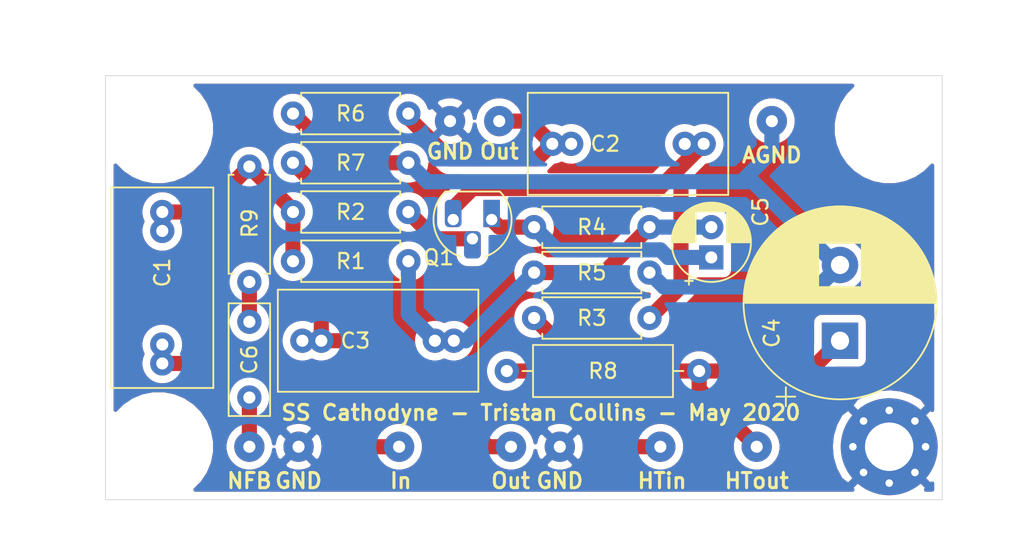
<source format=kicad_pcb>
(kicad_pcb (version 20171130) (host pcbnew "(5.1.5-0-10_14)")

  (general
    (thickness 1.6)
    (drawings 19)
    (tracks 75)
    (zones 0)
    (modules 30)
    (nets 15)
  )

  (page A4)
  (layers
    (0 F.Cu signal)
    (31 B.Cu signal)
    (32 B.Adhes user)
    (33 F.Adhes user)
    (34 B.Paste user)
    (35 F.Paste user)
    (36 B.SilkS user)
    (37 F.SilkS user)
    (38 B.Mask user)
    (39 F.Mask user)
    (40 Dwgs.User user)
    (41 Cmts.User user)
    (42 Eco1.User user)
    (43 Eco2.User user)
    (44 Edge.Cuts user)
    (45 Margin user)
    (46 B.CrtYd user)
    (47 F.CrtYd user)
    (48 B.Fab user)
    (49 F.Fab user)
  )

  (setup
    (last_trace_width 1)
    (user_trace_width 1)
    (trace_clearance 0.2)
    (zone_clearance 0.508)
    (zone_45_only no)
    (trace_min 0.2)
    (via_size 0.8)
    (via_drill 0.4)
    (via_min_size 0.4)
    (via_min_drill 0.3)
    (uvia_size 0.3)
    (uvia_drill 0.1)
    (uvias_allowed no)
    (uvia_min_size 0.2)
    (uvia_min_drill 0.1)
    (edge_width 0.05)
    (segment_width 0.2)
    (pcb_text_width 0.3)
    (pcb_text_size 1.5 1.5)
    (mod_edge_width 0.12)
    (mod_text_size 1 1)
    (mod_text_width 0.15)
    (pad_size 1.524 1.524)
    (pad_drill 0.762)
    (pad_to_mask_clearance 0.051)
    (solder_mask_min_width 0.25)
    (aux_axis_origin 0 0)
    (visible_elements FFFDFF3F)
    (pcbplotparams
      (layerselection 0x010fc_ffffffff)
      (usegerberextensions false)
      (usegerberattributes false)
      (usegerberadvancedattributes false)
      (creategerberjobfile false)
      (excludeedgelayer true)
      (linewidth 0.100000)
      (plotframeref false)
      (viasonmask false)
      (mode 1)
      (useauxorigin false)
      (hpglpennumber 1)
      (hpglpenspeed 20)
      (hpglpendiameter 15.000000)
      (psnegative false)
      (psa4output false)
      (plotreference true)
      (plotvalue false)
      (plotinvisibletext false)
      (padsonsilk false)
      (subtractmaskfromsilk false)
      (outputformat 1)
      (mirror false)
      (drillshape 0)
      (scaleselection 1)
      (outputdirectory "CathodyneGerbers"))
  )

  (net 0 "")
  (net 1 "Net-(C1-Pad1)")
  (net 2 "Net-(C1-Pad2)")
  (net 3 "Net-(C2-Pad1)")
  (net 4 "Net-(C2-Pad2)")
  (net 5 "Net-(C3-Pad2)")
  (net 6 "Net-(C3-Pad1)")
  (net 7 "Net-(C4-Pad1)")
  (net 8 GNDA)
  (net 9 GND)
  (net 10 HT)
  (net 11 "Net-(Q1-Pad2)")
  (net 12 "Net-(C5-Pad1)")
  (net 13 "Net-(C6-Pad1)")
  (net 14 "Net-(C6-Pad2)")

  (net_class Default "This is the default net class."
    (clearance 0.2)
    (trace_width 0.25)
    (via_dia 0.8)
    (via_drill 0.4)
    (uvia_dia 0.3)
    (uvia_drill 0.1)
    (add_net GND)
    (add_net GNDA)
    (add_net HT)
    (add_net "Net-(C1-Pad1)")
    (add_net "Net-(C1-Pad2)")
    (add_net "Net-(C2-Pad1)")
    (add_net "Net-(C2-Pad2)")
    (add_net "Net-(C3-Pad1)")
    (add_net "Net-(C3-Pad2)")
    (add_net "Net-(C4-Pad1)")
    (add_net "Net-(C5-Pad1)")
    (add_net "Net-(C6-Pad1)")
    (add_net "Net-(C6-Pad2)")
    (add_net "Net-(Q1-Pad2)")
  )

  (module Capacitor_THT:C_Rect_L13.0mm_W6.5mm_P7.50mm_P10.00mm (layer F.Cu) (tedit 5AE50EF0) (tstamp 5EC322AA)
    (at 149.75 49.5 270)
    (descr "C, Rect series, Radial, pin pitch=7.50mm 10.00mm, , length*width=13*6.5mm^2, Capacitor")
    (tags "C Rect series Radial pin pitch 7.50mm 10.00mm  length 13mm width 6.5mm Capacitor")
    (path /5EBED1C0)
    (fp_text reference C1 (at 4 0 90) (layer F.SilkS)
      (effects (font (size 1 1) (thickness 0.15)))
    )
    (fp_text value "22n 630V" (at 5 4.5 90) (layer F.Fab)
      (effects (font (size 1 1) (thickness 0.15)))
    )
    (fp_line (start -1.5 -3.25) (end -1.5 3.25) (layer F.Fab) (width 0.1))
    (fp_line (start -1.5 3.25) (end 11.5 3.25) (layer F.Fab) (width 0.1))
    (fp_line (start 11.5 3.25) (end 11.5 -3.25) (layer F.Fab) (width 0.1))
    (fp_line (start 11.5 -3.25) (end -1.5 -3.25) (layer F.Fab) (width 0.1))
    (fp_line (start -1.62 -3.37) (end 11.62 -3.37) (layer F.SilkS) (width 0.12))
    (fp_line (start -1.62 3.37) (end 11.62 3.37) (layer F.SilkS) (width 0.12))
    (fp_line (start -1.62 -3.37) (end -1.62 3.37) (layer F.SilkS) (width 0.12))
    (fp_line (start 11.62 -3.37) (end 11.62 3.37) (layer F.SilkS) (width 0.12))
    (fp_line (start -1.75 -3.5) (end -1.75 3.5) (layer F.CrtYd) (width 0.05))
    (fp_line (start -1.75 3.5) (end 11.75 3.5) (layer F.CrtYd) (width 0.05))
    (fp_line (start 11.75 3.5) (end 11.75 -3.5) (layer F.CrtYd) (width 0.05))
    (fp_line (start 11.75 -3.5) (end -1.75 -3.5) (layer F.CrtYd) (width 0.05))
    (fp_text user %R (at 3.75 0 90) (layer F.Fab)
      (effects (font (size 1 1) (thickness 0.15)))
    )
    (pad 1 thru_hole circle (at 1.25 0 270) (size 1.6 1.6) (drill 0.8) (layers *.Cu *.Mask)
      (net 1 "Net-(C1-Pad1)"))
    (pad 2 thru_hole circle (at 8.75 0 270) (size 1.6 1.6) (drill 0.8) (layers *.Cu *.Mask)
      (net 2 "Net-(C1-Pad2)"))
    (pad 1 thru_hole circle (at 0 0 270) (size 1.6 1.6) (drill 0.8) (layers *.Cu *.Mask)
      (net 1 "Net-(C1-Pad1)"))
    (pad 2 thru_hole circle (at 10 0 270) (size 1.6 1.6) (drill 0.8) (layers *.Cu *.Mask)
      (net 2 "Net-(C1-Pad2)"))
    (model ${KISYS3DMOD}/Capacitor_THT.3dshapes/C_Rect_L13.0mm_W6.5mm_P7.50mm_P10.00mm.wrl
      (at (xyz 0 0 0))
      (scale (xyz 1 1 1))
      (rotate (xyz 0 0 0))
    )
  )

  (module Capacitor_THT:C_Rect_L13.0mm_W6.5mm_P7.50mm_P10.00mm (layer F.Cu) (tedit 5AE50EF0) (tstamp 5EC3346D)
    (at 175.5 45)
    (descr "C, Rect series, Radial, pin pitch=7.50mm 10.00mm, , length*width=13*6.5mm^2, Capacitor")
    (tags "C Rect series Radial pin pitch 7.50mm 10.00mm  length 13mm width 6.5mm Capacitor")
    (path /5EBEEA90)
    (fp_text reference C2 (at 3.5 0) (layer F.SilkS)
      (effects (font (size 1 1) (thickness 0.15)))
    )
    (fp_text value "22n 630V" (at 5 4.5) (layer F.Fab)
      (effects (font (size 1 1) (thickness 0.15)))
    )
    (fp_line (start -1.5 -3.25) (end -1.5 3.25) (layer F.Fab) (width 0.1))
    (fp_line (start -1.5 3.25) (end 11.5 3.25) (layer F.Fab) (width 0.1))
    (fp_line (start 11.5 3.25) (end 11.5 -3.25) (layer F.Fab) (width 0.1))
    (fp_line (start 11.5 -3.25) (end -1.5 -3.25) (layer F.Fab) (width 0.1))
    (fp_line (start -1.62 -3.37) (end 11.62 -3.37) (layer F.SilkS) (width 0.12))
    (fp_line (start -1.62 3.37) (end 11.62 3.37) (layer F.SilkS) (width 0.12))
    (fp_line (start -1.62 -3.37) (end -1.62 3.37) (layer F.SilkS) (width 0.12))
    (fp_line (start 11.62 -3.37) (end 11.62 3.37) (layer F.SilkS) (width 0.12))
    (fp_line (start -1.75 -3.5) (end -1.75 3.5) (layer F.CrtYd) (width 0.05))
    (fp_line (start -1.75 3.5) (end 11.75 3.5) (layer F.CrtYd) (width 0.05))
    (fp_line (start 11.75 3.5) (end 11.75 -3.5) (layer F.CrtYd) (width 0.05))
    (fp_line (start 11.75 -3.5) (end -1.75 -3.5) (layer F.CrtYd) (width 0.05))
    (fp_text user %R (at 3.75 0) (layer F.Fab)
      (effects (font (size 1 1) (thickness 0.15)))
    )
    (pad 1 thru_hole circle (at 1.25 0) (size 1.6 1.6) (drill 0.8) (layers *.Cu *.Mask)
      (net 3 "Net-(C2-Pad1)"))
    (pad 2 thru_hole circle (at 8.75 0) (size 1.6 1.6) (drill 0.8) (layers *.Cu *.Mask)
      (net 4 "Net-(C2-Pad2)"))
    (pad 1 thru_hole circle (at 0 0) (size 1.6 1.6) (drill 0.8) (layers *.Cu *.Mask)
      (net 3 "Net-(C2-Pad1)"))
    (pad 2 thru_hole circle (at 10 0) (size 1.6 1.6) (drill 0.8) (layers *.Cu *.Mask)
      (net 4 "Net-(C2-Pad2)"))
    (model ${KISYS3DMOD}/Capacitor_THT.3dshapes/C_Rect_L13.0mm_W6.5mm_P7.50mm_P10.00mm.wrl
      (at (xyz 0 0 0))
      (scale (xyz 1 1 1))
      (rotate (xyz 0 0 0))
    )
  )

  (module Capacitor_THT:C_Rect_L13.0mm_W6.5mm_P7.50mm_P10.00mm (layer F.Cu) (tedit 5AE50EF0) (tstamp 5EBEEFB4)
    (at 159 58)
    (descr "C, Rect series, Radial, pin pitch=7.50mm 10.00mm, , length*width=13*6.5mm^2, Capacitor")
    (tags "C Rect series Radial pin pitch 7.50mm 10.00mm  length 13mm width 6.5mm Capacitor")
    (path /5EBEE2FE)
    (fp_text reference C3 (at 3.5 0) (layer F.SilkS)
      (effects (font (size 1 1) (thickness 0.15)))
    )
    (fp_text value "22n 630V" (at 5 4.5) (layer F.Fab)
      (effects (font (size 1 1) (thickness 0.15)))
    )
    (fp_text user %R (at 3.75 0) (layer F.Fab)
      (effects (font (size 1 1) (thickness 0.15)))
    )
    (fp_line (start 11.75 -3.5) (end -1.75 -3.5) (layer F.CrtYd) (width 0.05))
    (fp_line (start 11.75 3.5) (end 11.75 -3.5) (layer F.CrtYd) (width 0.05))
    (fp_line (start -1.75 3.5) (end 11.75 3.5) (layer F.CrtYd) (width 0.05))
    (fp_line (start -1.75 -3.5) (end -1.75 3.5) (layer F.CrtYd) (width 0.05))
    (fp_line (start 11.62 -3.37) (end 11.62 3.37) (layer F.SilkS) (width 0.12))
    (fp_line (start -1.62 -3.37) (end -1.62 3.37) (layer F.SilkS) (width 0.12))
    (fp_line (start -1.62 3.37) (end 11.62 3.37) (layer F.SilkS) (width 0.12))
    (fp_line (start -1.62 -3.37) (end 11.62 -3.37) (layer F.SilkS) (width 0.12))
    (fp_line (start 11.5 -3.25) (end -1.5 -3.25) (layer F.Fab) (width 0.1))
    (fp_line (start 11.5 3.25) (end 11.5 -3.25) (layer F.Fab) (width 0.1))
    (fp_line (start -1.5 3.25) (end 11.5 3.25) (layer F.Fab) (width 0.1))
    (fp_line (start -1.5 -3.25) (end -1.5 3.25) (layer F.Fab) (width 0.1))
    (pad 2 thru_hole circle (at 10 0) (size 1.6 1.6) (drill 0.8) (layers *.Cu *.Mask)
      (net 5 "Net-(C3-Pad2)"))
    (pad 1 thru_hole circle (at 0 0) (size 1.6 1.6) (drill 0.8) (layers *.Cu *.Mask)
      (net 6 "Net-(C3-Pad1)"))
    (pad 2 thru_hole circle (at 8.75 0) (size 1.6 1.6) (drill 0.8) (layers *.Cu *.Mask)
      (net 5 "Net-(C3-Pad2)"))
    (pad 1 thru_hole circle (at 1.25 0) (size 1.6 1.6) (drill 0.8) (layers *.Cu *.Mask)
      (net 6 "Net-(C3-Pad1)"))
    (model ${KISYS3DMOD}/Capacitor_THT.3dshapes/C_Rect_L13.0mm_W6.5mm_P7.50mm_P10.00mm.wrl
      (at (xyz 0 0 0))
      (scale (xyz 1 1 1))
      (rotate (xyz 0 0 0))
    )
  )

  (module MountingHole:MountingHole_3.2mm_M3_Pad_Via (layer F.Cu) (tedit 56DDBCCA) (tstamp 5EBEF0E5)
    (at 197.75 65)
    (descr "Mounting Hole 3.2mm, M3")
    (tags "mounting hole 3.2mm m3")
    (path /5EC04548)
    (attr virtual)
    (fp_text reference H1 (at 0 -4.2) (layer F.SilkS) hide
      (effects (font (size 1 1) (thickness 0.15)))
    )
    (fp_text value MountingHole_Pad (at 0 4.2) (layer F.Fab)
      (effects (font (size 1 1) (thickness 0.15)))
    )
    (fp_text user %R (at 0.3 0) (layer F.Fab)
      (effects (font (size 1 1) (thickness 0.15)))
    )
    (fp_circle (center 0 0) (end 3.2 0) (layer Cmts.User) (width 0.15))
    (fp_circle (center 0 0) (end 3.45 0) (layer F.CrtYd) (width 0.05))
    (pad 1 thru_hole circle (at 0 0) (size 6.4 6.4) (drill 3.2) (layers *.Cu *.Mask)
      (net 9 GND))
    (pad 1 thru_hole circle (at 2.4 0) (size 0.8 0.8) (drill 0.5) (layers *.Cu *.Mask)
      (net 9 GND))
    (pad 1 thru_hole circle (at 1.697056 1.697056) (size 0.8 0.8) (drill 0.5) (layers *.Cu *.Mask)
      (net 9 GND))
    (pad 1 thru_hole circle (at 0 2.4) (size 0.8 0.8) (drill 0.5) (layers *.Cu *.Mask)
      (net 9 GND))
    (pad 1 thru_hole circle (at -1.697056 1.697056) (size 0.8 0.8) (drill 0.5) (layers *.Cu *.Mask)
      (net 9 GND))
    (pad 1 thru_hole circle (at -2.4 0) (size 0.8 0.8) (drill 0.5) (layers *.Cu *.Mask)
      (net 9 GND))
    (pad 1 thru_hole circle (at -1.697056 -1.697056) (size 0.8 0.8) (drill 0.5) (layers *.Cu *.Mask)
      (net 9 GND))
    (pad 1 thru_hole circle (at 0 -2.4) (size 0.8 0.8) (drill 0.5) (layers *.Cu *.Mask)
      (net 9 GND))
    (pad 1 thru_hole circle (at 1.697056 -1.697056) (size 0.8 0.8) (drill 0.5) (layers *.Cu *.Mask)
      (net 9 GND))
  )

  (module MountingHole:MountingHole_3.2mm_M3 (layer F.Cu) (tedit 56D1B4CB) (tstamp 5EC32245)
    (at 197.75 44)
    (descr "Mounting Hole 3.2mm, no annular, M3")
    (tags "mounting hole 3.2mm no annular m3")
    (path /5EC03FC1)
    (clearance 2)
    (attr virtual)
    (fp_text reference H2 (at 0 -4.2) (layer F.SilkS) hide
      (effects (font (size 1 1) (thickness 0.15)))
    )
    (fp_text value MountingHole (at 0 4.2) (layer F.Fab)
      (effects (font (size 1 1) (thickness 0.15)))
    )
    (fp_text user %R (at 0.3 0) (layer F.Fab)
      (effects (font (size 1 1) (thickness 0.15)))
    )
    (fp_circle (center 0 0) (end 3.2 0) (layer Cmts.User) (width 0.15))
    (fp_circle (center 0 0) (end 3.45 0) (layer F.CrtYd) (width 0.05))
    (pad 1 np_thru_hole circle (at 0 0) (size 3.2 3.2) (drill 3.2) (layers *.Cu *.Mask))
  )

  (module MountingHole:MountingHole_3.2mm_M3 (layer F.Cu) (tedit 56D1B4CB) (tstamp 5EC44133)
    (at 149.5 65)
    (descr "Mounting Hole 3.2mm, no annular, M3")
    (tags "mounting hole 3.2mm no annular m3")
    (path /5EC03C9C)
    (clearance 2)
    (attr virtual)
    (fp_text reference H3 (at 0 -4.2) (layer F.SilkS) hide
      (effects (font (size 1 1) (thickness 0.15)))
    )
    (fp_text value MountingHole (at 0 4.2) (layer F.Fab)
      (effects (font (size 1 1) (thickness 0.15)))
    )
    (fp_circle (center 0 0) (end 3.45 0) (layer F.CrtYd) (width 0.05))
    (fp_circle (center 0 0) (end 3.2 0) (layer Cmts.User) (width 0.15))
    (fp_text user %R (at 0.3 0) (layer F.Fab)
      (effects (font (size 1 1) (thickness 0.15)))
    )
    (pad 1 np_thru_hole circle (at 0 0) (size 3.2 3.2) (drill 3.2) (layers *.Cu *.Mask))
  )

  (module MountingHole:MountingHole_3.2mm_M3 (layer F.Cu) (tedit 56D1B4CB) (tstamp 5EBEF0FD)
    (at 149.5 44)
    (descr "Mounting Hole 3.2mm, no annular, M3")
    (tags "mounting hole 3.2mm no annular m3")
    (path /5EC0323A)
    (clearance 2)
    (attr virtual)
    (fp_text reference H4 (at 0 -4.2) (layer F.SilkS) hide
      (effects (font (size 1 1) (thickness 0.15)))
    )
    (fp_text value MountingHole (at 0 4.2) (layer F.Fab)
      (effects (font (size 1 1) (thickness 0.15)))
    )
    (fp_text user %R (at 0.3 0) (layer F.Fab)
      (effects (font (size 1 1) (thickness 0.15)))
    )
    (fp_circle (center 0 0) (end 3.2 0) (layer Cmts.User) (width 0.15))
    (fp_circle (center 0 0) (end 3.45 0) (layer F.CrtYd) (width 0.05))
    (pad 1 np_thru_hole circle (at 0 0) (size 3.2 3.2) (drill 3.2) (layers *.Cu *.Mask))
  )

  (module Package_TO_SOT_THT:TO-92_HandSolder (layer F.Cu) (tedit 5A282C46) (tstamp 5EBEF141)
    (at 171.5 50 180)
    (descr "TO-92 leads molded, narrow, drill 0.75mm, handsoldering variant with enlarged pads (see NXP sot054_po.pdf)")
    (tags "to-92 sc-43 sc-43a sot54 PA33 transistor")
    (path /5EBF36CA)
    (fp_text reference Q1 (at 3.5 -2.5) (layer F.SilkS)
      (effects (font (size 1 1) (thickness 0.15)))
    )
    (fp_text value LND150 (at 1.27 2.79) (layer F.Fab)
      (effects (font (size 1 1) (thickness 0.15)))
    )
    (fp_text user %R (at 1.27 -4.4) (layer F.Fab)
      (effects (font (size 1 1) (thickness 0.15)))
    )
    (fp_line (start -0.53 1.85) (end 3.07 1.85) (layer F.SilkS) (width 0.12))
    (fp_line (start -0.5 1.75) (end 3 1.75) (layer F.Fab) (width 0.1))
    (fp_line (start -1.46 -3.05) (end 4 -3.05) (layer F.CrtYd) (width 0.05))
    (fp_line (start -1.45 -3.05) (end -1.46 2.01) (layer F.CrtYd) (width 0.05))
    (fp_line (start 4 2.01) (end 4 -3.05) (layer F.CrtYd) (width 0.05))
    (fp_line (start 4 2.01) (end -1.46 2.01) (layer F.CrtYd) (width 0.05))
    (fp_arc (start 1.27 0) (end 1.27 -2.48) (angle 135) (layer F.Fab) (width 0.1))
    (fp_arc (start 1.27 0) (end 0.45 -2.45) (angle -116.9632683) (layer F.SilkS) (width 0.12))
    (fp_arc (start 1.27 0) (end 1.27 -2.48) (angle -135) (layer F.Fab) (width 0.1))
    (fp_arc (start 1.27 0) (end 2.05 -2.45) (angle 117.6433766) (layer F.SilkS) (width 0.12))
    (pad 2 thru_hole roundrect (at 1.27 -1.27 180) (size 1.1 1.8) (drill 0.75 (offset 0 -0.4)) (layers *.Cu *.Mask) (roundrect_rratio 0.25)
      (net 11 "Net-(Q1-Pad2)"))
    (pad 3 thru_hole roundrect (at 2.54 0 180) (size 1.1 1.8) (drill 0.75 (offset 0 0.4)) (layers *.Cu *.Mask) (roundrect_rratio 0.25)
      (net 4 "Net-(C2-Pad2)"))
    (pad 1 thru_hole rect (at 0 0 180) (size 1.1 1.8) (drill 0.75 (offset 0 0.4)) (layers *.Cu *.Mask)
      (net 12 "Net-(C5-Pad1)"))
    (model ${KISYS3DMOD}/Package_TO_SOT_THT.3dshapes/TO-92.wrl
      (at (xyz 0 0 0))
      (scale (xyz 1 1 1))
      (rotate (xyz 0 0 0))
    )
  )

  (module Resistor_THT:R_Axial_DIN0309_L9.0mm_D3.2mm_P12.70mm_Horizontal (layer F.Cu) (tedit 5AE5139B) (tstamp 5EC2E856)
    (at 172.5 60)
    (descr "Resistor, Axial_DIN0309 series, Axial, Horizontal, pin pitch=12.7mm, 0.5W = 1/2W, length*diameter=9*3.2mm^2, http://cdn-reichelt.de/documents/datenblatt/B400/1_4W%23YAG.pdf")
    (tags "Resistor Axial_DIN0309 series Axial Horizontal pin pitch 12.7mm 0.5W = 1/2W length 9mm diameter 3.2mm")
    (path /5EC0DC32)
    (fp_text reference R8 (at 6.35 0) (layer F.SilkS)
      (effects (font (size 1 1) (thickness 0.15)))
    )
    (fp_text value 1k (at 6.35 2.72) (layer F.Fab)
      (effects (font (size 1 1) (thickness 0.15)))
    )
    (fp_text user %R (at 6.35 0) (layer F.Fab)
      (effects (font (size 1 1) (thickness 0.15)))
    )
    (fp_line (start 13.75 -1.85) (end -1.05 -1.85) (layer F.CrtYd) (width 0.05))
    (fp_line (start 13.75 1.85) (end 13.75 -1.85) (layer F.CrtYd) (width 0.05))
    (fp_line (start -1.05 1.85) (end 13.75 1.85) (layer F.CrtYd) (width 0.05))
    (fp_line (start -1.05 -1.85) (end -1.05 1.85) (layer F.CrtYd) (width 0.05))
    (fp_line (start 11.66 0) (end 10.97 0) (layer F.SilkS) (width 0.12))
    (fp_line (start 1.04 0) (end 1.73 0) (layer F.SilkS) (width 0.12))
    (fp_line (start 10.97 -1.72) (end 1.73 -1.72) (layer F.SilkS) (width 0.12))
    (fp_line (start 10.97 1.72) (end 10.97 -1.72) (layer F.SilkS) (width 0.12))
    (fp_line (start 1.73 1.72) (end 10.97 1.72) (layer F.SilkS) (width 0.12))
    (fp_line (start 1.73 -1.72) (end 1.73 1.72) (layer F.SilkS) (width 0.12))
    (fp_line (start 12.7 0) (end 10.85 0) (layer F.Fab) (width 0.1))
    (fp_line (start 0 0) (end 1.85 0) (layer F.Fab) (width 0.1))
    (fp_line (start 10.85 -1.6) (end 1.85 -1.6) (layer F.Fab) (width 0.1))
    (fp_line (start 10.85 1.6) (end 10.85 -1.6) (layer F.Fab) (width 0.1))
    (fp_line (start 1.85 1.6) (end 10.85 1.6) (layer F.Fab) (width 0.1))
    (fp_line (start 1.85 -1.6) (end 1.85 1.6) (layer F.Fab) (width 0.1))
    (pad 2 thru_hole oval (at 12.7 0) (size 1.6 1.6) (drill 0.8) (layers *.Cu *.Mask)
      (net 7 "Net-(C4-Pad1)"))
    (pad 1 thru_hole circle (at 0 0) (size 1.6 1.6) (drill 0.8) (layers *.Cu *.Mask)
      (net 10 HT))
    (model ${KISYS3DMOD}/Resistor_THT.3dshapes/R_Axial_DIN0309_L9.0mm_D3.2mm_P12.70mm_Horizontal.wrl
      (at (xyz 0 0 0))
      (scale (xyz 1 1 1))
      (rotate (xyz 0 0 0))
    )
  )

  (module Capacitor_THT:CP_Radial_D12.5mm_P5.00mm (layer F.Cu) (tedit 5AE50EF1) (tstamp 5EC57F40)
    (at 194.5 58 90)
    (descr "CP, Radial series, Radial, pin pitch=5.00mm, , diameter=12.5mm, Electrolytic Capacitor")
    (tags "CP Radial series Radial pin pitch 5.00mm  diameter 12.5mm Electrolytic Capacitor")
    (path /5EC0C979)
    (fp_text reference C4 (at 0.5 -4.5 90) (layer F.SilkS)
      (effects (font (size 1 1) (thickness 0.15)))
    )
    (fp_text value "47u 350V" (at 2.5 7.5 90) (layer F.Fab)
      (effects (font (size 1 1) (thickness 0.15)))
    )
    (fp_circle (center 2.5 0) (end 8.75 0) (layer F.Fab) (width 0.1))
    (fp_circle (center 2.5 0) (end 8.87 0) (layer F.SilkS) (width 0.12))
    (fp_circle (center 2.5 0) (end 9 0) (layer F.CrtYd) (width 0.05))
    (fp_line (start -2.866489 -2.7375) (end -1.616489 -2.7375) (layer F.Fab) (width 0.1))
    (fp_line (start -2.241489 -3.3625) (end -2.241489 -2.1125) (layer F.Fab) (width 0.1))
    (fp_line (start 2.5 -6.33) (end 2.5 6.33) (layer F.SilkS) (width 0.12))
    (fp_line (start 2.54 -6.33) (end 2.54 6.33) (layer F.SilkS) (width 0.12))
    (fp_line (start 2.58 -6.33) (end 2.58 6.33) (layer F.SilkS) (width 0.12))
    (fp_line (start 2.62 -6.329) (end 2.62 6.329) (layer F.SilkS) (width 0.12))
    (fp_line (start 2.66 -6.328) (end 2.66 6.328) (layer F.SilkS) (width 0.12))
    (fp_line (start 2.7 -6.327) (end 2.7 6.327) (layer F.SilkS) (width 0.12))
    (fp_line (start 2.74 -6.326) (end 2.74 6.326) (layer F.SilkS) (width 0.12))
    (fp_line (start 2.78 -6.324) (end 2.78 6.324) (layer F.SilkS) (width 0.12))
    (fp_line (start 2.82 -6.322) (end 2.82 6.322) (layer F.SilkS) (width 0.12))
    (fp_line (start 2.86 -6.32) (end 2.86 6.32) (layer F.SilkS) (width 0.12))
    (fp_line (start 2.9 -6.318) (end 2.9 6.318) (layer F.SilkS) (width 0.12))
    (fp_line (start 2.94 -6.315) (end 2.94 6.315) (layer F.SilkS) (width 0.12))
    (fp_line (start 2.98 -6.312) (end 2.98 6.312) (layer F.SilkS) (width 0.12))
    (fp_line (start 3.02 -6.309) (end 3.02 6.309) (layer F.SilkS) (width 0.12))
    (fp_line (start 3.06 -6.306) (end 3.06 6.306) (layer F.SilkS) (width 0.12))
    (fp_line (start 3.1 -6.302) (end 3.1 6.302) (layer F.SilkS) (width 0.12))
    (fp_line (start 3.14 -6.298) (end 3.14 6.298) (layer F.SilkS) (width 0.12))
    (fp_line (start 3.18 -6.294) (end 3.18 6.294) (layer F.SilkS) (width 0.12))
    (fp_line (start 3.221 -6.29) (end 3.221 6.29) (layer F.SilkS) (width 0.12))
    (fp_line (start 3.261 -6.285) (end 3.261 6.285) (layer F.SilkS) (width 0.12))
    (fp_line (start 3.301 -6.28) (end 3.301 6.28) (layer F.SilkS) (width 0.12))
    (fp_line (start 3.341 -6.275) (end 3.341 6.275) (layer F.SilkS) (width 0.12))
    (fp_line (start 3.381 -6.269) (end 3.381 6.269) (layer F.SilkS) (width 0.12))
    (fp_line (start 3.421 -6.264) (end 3.421 6.264) (layer F.SilkS) (width 0.12))
    (fp_line (start 3.461 -6.258) (end 3.461 6.258) (layer F.SilkS) (width 0.12))
    (fp_line (start 3.501 -6.252) (end 3.501 6.252) (layer F.SilkS) (width 0.12))
    (fp_line (start 3.541 -6.245) (end 3.541 6.245) (layer F.SilkS) (width 0.12))
    (fp_line (start 3.581 -6.238) (end 3.581 -1.44) (layer F.SilkS) (width 0.12))
    (fp_line (start 3.581 1.44) (end 3.581 6.238) (layer F.SilkS) (width 0.12))
    (fp_line (start 3.621 -6.231) (end 3.621 -1.44) (layer F.SilkS) (width 0.12))
    (fp_line (start 3.621 1.44) (end 3.621 6.231) (layer F.SilkS) (width 0.12))
    (fp_line (start 3.661 -6.224) (end 3.661 -1.44) (layer F.SilkS) (width 0.12))
    (fp_line (start 3.661 1.44) (end 3.661 6.224) (layer F.SilkS) (width 0.12))
    (fp_line (start 3.701 -6.216) (end 3.701 -1.44) (layer F.SilkS) (width 0.12))
    (fp_line (start 3.701 1.44) (end 3.701 6.216) (layer F.SilkS) (width 0.12))
    (fp_line (start 3.741 -6.209) (end 3.741 -1.44) (layer F.SilkS) (width 0.12))
    (fp_line (start 3.741 1.44) (end 3.741 6.209) (layer F.SilkS) (width 0.12))
    (fp_line (start 3.781 -6.201) (end 3.781 -1.44) (layer F.SilkS) (width 0.12))
    (fp_line (start 3.781 1.44) (end 3.781 6.201) (layer F.SilkS) (width 0.12))
    (fp_line (start 3.821 -6.192) (end 3.821 -1.44) (layer F.SilkS) (width 0.12))
    (fp_line (start 3.821 1.44) (end 3.821 6.192) (layer F.SilkS) (width 0.12))
    (fp_line (start 3.861 -6.184) (end 3.861 -1.44) (layer F.SilkS) (width 0.12))
    (fp_line (start 3.861 1.44) (end 3.861 6.184) (layer F.SilkS) (width 0.12))
    (fp_line (start 3.901 -6.175) (end 3.901 -1.44) (layer F.SilkS) (width 0.12))
    (fp_line (start 3.901 1.44) (end 3.901 6.175) (layer F.SilkS) (width 0.12))
    (fp_line (start 3.941 -6.166) (end 3.941 -1.44) (layer F.SilkS) (width 0.12))
    (fp_line (start 3.941 1.44) (end 3.941 6.166) (layer F.SilkS) (width 0.12))
    (fp_line (start 3.981 -6.156) (end 3.981 -1.44) (layer F.SilkS) (width 0.12))
    (fp_line (start 3.981 1.44) (end 3.981 6.156) (layer F.SilkS) (width 0.12))
    (fp_line (start 4.021 -6.146) (end 4.021 -1.44) (layer F.SilkS) (width 0.12))
    (fp_line (start 4.021 1.44) (end 4.021 6.146) (layer F.SilkS) (width 0.12))
    (fp_line (start 4.061 -6.137) (end 4.061 -1.44) (layer F.SilkS) (width 0.12))
    (fp_line (start 4.061 1.44) (end 4.061 6.137) (layer F.SilkS) (width 0.12))
    (fp_line (start 4.101 -6.126) (end 4.101 -1.44) (layer F.SilkS) (width 0.12))
    (fp_line (start 4.101 1.44) (end 4.101 6.126) (layer F.SilkS) (width 0.12))
    (fp_line (start 4.141 -6.116) (end 4.141 -1.44) (layer F.SilkS) (width 0.12))
    (fp_line (start 4.141 1.44) (end 4.141 6.116) (layer F.SilkS) (width 0.12))
    (fp_line (start 4.181 -6.105) (end 4.181 -1.44) (layer F.SilkS) (width 0.12))
    (fp_line (start 4.181 1.44) (end 4.181 6.105) (layer F.SilkS) (width 0.12))
    (fp_line (start 4.221 -6.094) (end 4.221 -1.44) (layer F.SilkS) (width 0.12))
    (fp_line (start 4.221 1.44) (end 4.221 6.094) (layer F.SilkS) (width 0.12))
    (fp_line (start 4.261 -6.083) (end 4.261 -1.44) (layer F.SilkS) (width 0.12))
    (fp_line (start 4.261 1.44) (end 4.261 6.083) (layer F.SilkS) (width 0.12))
    (fp_line (start 4.301 -6.071) (end 4.301 -1.44) (layer F.SilkS) (width 0.12))
    (fp_line (start 4.301 1.44) (end 4.301 6.071) (layer F.SilkS) (width 0.12))
    (fp_line (start 4.341 -6.059) (end 4.341 -1.44) (layer F.SilkS) (width 0.12))
    (fp_line (start 4.341 1.44) (end 4.341 6.059) (layer F.SilkS) (width 0.12))
    (fp_line (start 4.381 -6.047) (end 4.381 -1.44) (layer F.SilkS) (width 0.12))
    (fp_line (start 4.381 1.44) (end 4.381 6.047) (layer F.SilkS) (width 0.12))
    (fp_line (start 4.421 -6.034) (end 4.421 -1.44) (layer F.SilkS) (width 0.12))
    (fp_line (start 4.421 1.44) (end 4.421 6.034) (layer F.SilkS) (width 0.12))
    (fp_line (start 4.461 -6.021) (end 4.461 -1.44) (layer F.SilkS) (width 0.12))
    (fp_line (start 4.461 1.44) (end 4.461 6.021) (layer F.SilkS) (width 0.12))
    (fp_line (start 4.501 -6.008) (end 4.501 -1.44) (layer F.SilkS) (width 0.12))
    (fp_line (start 4.501 1.44) (end 4.501 6.008) (layer F.SilkS) (width 0.12))
    (fp_line (start 4.541 -5.995) (end 4.541 -1.44) (layer F.SilkS) (width 0.12))
    (fp_line (start 4.541 1.44) (end 4.541 5.995) (layer F.SilkS) (width 0.12))
    (fp_line (start 4.581 -5.981) (end 4.581 -1.44) (layer F.SilkS) (width 0.12))
    (fp_line (start 4.581 1.44) (end 4.581 5.981) (layer F.SilkS) (width 0.12))
    (fp_line (start 4.621 -5.967) (end 4.621 -1.44) (layer F.SilkS) (width 0.12))
    (fp_line (start 4.621 1.44) (end 4.621 5.967) (layer F.SilkS) (width 0.12))
    (fp_line (start 4.661 -5.953) (end 4.661 -1.44) (layer F.SilkS) (width 0.12))
    (fp_line (start 4.661 1.44) (end 4.661 5.953) (layer F.SilkS) (width 0.12))
    (fp_line (start 4.701 -5.939) (end 4.701 -1.44) (layer F.SilkS) (width 0.12))
    (fp_line (start 4.701 1.44) (end 4.701 5.939) (layer F.SilkS) (width 0.12))
    (fp_line (start 4.741 -5.924) (end 4.741 -1.44) (layer F.SilkS) (width 0.12))
    (fp_line (start 4.741 1.44) (end 4.741 5.924) (layer F.SilkS) (width 0.12))
    (fp_line (start 4.781 -5.908) (end 4.781 -1.44) (layer F.SilkS) (width 0.12))
    (fp_line (start 4.781 1.44) (end 4.781 5.908) (layer F.SilkS) (width 0.12))
    (fp_line (start 4.821 -5.893) (end 4.821 -1.44) (layer F.SilkS) (width 0.12))
    (fp_line (start 4.821 1.44) (end 4.821 5.893) (layer F.SilkS) (width 0.12))
    (fp_line (start 4.861 -5.877) (end 4.861 -1.44) (layer F.SilkS) (width 0.12))
    (fp_line (start 4.861 1.44) (end 4.861 5.877) (layer F.SilkS) (width 0.12))
    (fp_line (start 4.901 -5.861) (end 4.901 -1.44) (layer F.SilkS) (width 0.12))
    (fp_line (start 4.901 1.44) (end 4.901 5.861) (layer F.SilkS) (width 0.12))
    (fp_line (start 4.941 -5.845) (end 4.941 -1.44) (layer F.SilkS) (width 0.12))
    (fp_line (start 4.941 1.44) (end 4.941 5.845) (layer F.SilkS) (width 0.12))
    (fp_line (start 4.981 -5.828) (end 4.981 -1.44) (layer F.SilkS) (width 0.12))
    (fp_line (start 4.981 1.44) (end 4.981 5.828) (layer F.SilkS) (width 0.12))
    (fp_line (start 5.021 -5.811) (end 5.021 -1.44) (layer F.SilkS) (width 0.12))
    (fp_line (start 5.021 1.44) (end 5.021 5.811) (layer F.SilkS) (width 0.12))
    (fp_line (start 5.061 -5.793) (end 5.061 -1.44) (layer F.SilkS) (width 0.12))
    (fp_line (start 5.061 1.44) (end 5.061 5.793) (layer F.SilkS) (width 0.12))
    (fp_line (start 5.101 -5.776) (end 5.101 -1.44) (layer F.SilkS) (width 0.12))
    (fp_line (start 5.101 1.44) (end 5.101 5.776) (layer F.SilkS) (width 0.12))
    (fp_line (start 5.141 -5.758) (end 5.141 -1.44) (layer F.SilkS) (width 0.12))
    (fp_line (start 5.141 1.44) (end 5.141 5.758) (layer F.SilkS) (width 0.12))
    (fp_line (start 5.181 -5.739) (end 5.181 -1.44) (layer F.SilkS) (width 0.12))
    (fp_line (start 5.181 1.44) (end 5.181 5.739) (layer F.SilkS) (width 0.12))
    (fp_line (start 5.221 -5.721) (end 5.221 -1.44) (layer F.SilkS) (width 0.12))
    (fp_line (start 5.221 1.44) (end 5.221 5.721) (layer F.SilkS) (width 0.12))
    (fp_line (start 5.261 -5.702) (end 5.261 -1.44) (layer F.SilkS) (width 0.12))
    (fp_line (start 5.261 1.44) (end 5.261 5.702) (layer F.SilkS) (width 0.12))
    (fp_line (start 5.301 -5.682) (end 5.301 -1.44) (layer F.SilkS) (width 0.12))
    (fp_line (start 5.301 1.44) (end 5.301 5.682) (layer F.SilkS) (width 0.12))
    (fp_line (start 5.341 -5.662) (end 5.341 -1.44) (layer F.SilkS) (width 0.12))
    (fp_line (start 5.341 1.44) (end 5.341 5.662) (layer F.SilkS) (width 0.12))
    (fp_line (start 5.381 -5.642) (end 5.381 -1.44) (layer F.SilkS) (width 0.12))
    (fp_line (start 5.381 1.44) (end 5.381 5.642) (layer F.SilkS) (width 0.12))
    (fp_line (start 5.421 -5.622) (end 5.421 -1.44) (layer F.SilkS) (width 0.12))
    (fp_line (start 5.421 1.44) (end 5.421 5.622) (layer F.SilkS) (width 0.12))
    (fp_line (start 5.461 -5.601) (end 5.461 -1.44) (layer F.SilkS) (width 0.12))
    (fp_line (start 5.461 1.44) (end 5.461 5.601) (layer F.SilkS) (width 0.12))
    (fp_line (start 5.501 -5.58) (end 5.501 -1.44) (layer F.SilkS) (width 0.12))
    (fp_line (start 5.501 1.44) (end 5.501 5.58) (layer F.SilkS) (width 0.12))
    (fp_line (start 5.541 -5.558) (end 5.541 -1.44) (layer F.SilkS) (width 0.12))
    (fp_line (start 5.541 1.44) (end 5.541 5.558) (layer F.SilkS) (width 0.12))
    (fp_line (start 5.581 -5.536) (end 5.581 -1.44) (layer F.SilkS) (width 0.12))
    (fp_line (start 5.581 1.44) (end 5.581 5.536) (layer F.SilkS) (width 0.12))
    (fp_line (start 5.621 -5.514) (end 5.621 -1.44) (layer F.SilkS) (width 0.12))
    (fp_line (start 5.621 1.44) (end 5.621 5.514) (layer F.SilkS) (width 0.12))
    (fp_line (start 5.661 -5.491) (end 5.661 -1.44) (layer F.SilkS) (width 0.12))
    (fp_line (start 5.661 1.44) (end 5.661 5.491) (layer F.SilkS) (width 0.12))
    (fp_line (start 5.701 -5.468) (end 5.701 -1.44) (layer F.SilkS) (width 0.12))
    (fp_line (start 5.701 1.44) (end 5.701 5.468) (layer F.SilkS) (width 0.12))
    (fp_line (start 5.741 -5.445) (end 5.741 -1.44) (layer F.SilkS) (width 0.12))
    (fp_line (start 5.741 1.44) (end 5.741 5.445) (layer F.SilkS) (width 0.12))
    (fp_line (start 5.781 -5.421) (end 5.781 -1.44) (layer F.SilkS) (width 0.12))
    (fp_line (start 5.781 1.44) (end 5.781 5.421) (layer F.SilkS) (width 0.12))
    (fp_line (start 5.821 -5.397) (end 5.821 -1.44) (layer F.SilkS) (width 0.12))
    (fp_line (start 5.821 1.44) (end 5.821 5.397) (layer F.SilkS) (width 0.12))
    (fp_line (start 5.861 -5.372) (end 5.861 -1.44) (layer F.SilkS) (width 0.12))
    (fp_line (start 5.861 1.44) (end 5.861 5.372) (layer F.SilkS) (width 0.12))
    (fp_line (start 5.901 -5.347) (end 5.901 -1.44) (layer F.SilkS) (width 0.12))
    (fp_line (start 5.901 1.44) (end 5.901 5.347) (layer F.SilkS) (width 0.12))
    (fp_line (start 5.941 -5.322) (end 5.941 -1.44) (layer F.SilkS) (width 0.12))
    (fp_line (start 5.941 1.44) (end 5.941 5.322) (layer F.SilkS) (width 0.12))
    (fp_line (start 5.981 -5.296) (end 5.981 -1.44) (layer F.SilkS) (width 0.12))
    (fp_line (start 5.981 1.44) (end 5.981 5.296) (layer F.SilkS) (width 0.12))
    (fp_line (start 6.021 -5.27) (end 6.021 -1.44) (layer F.SilkS) (width 0.12))
    (fp_line (start 6.021 1.44) (end 6.021 5.27) (layer F.SilkS) (width 0.12))
    (fp_line (start 6.061 -5.243) (end 6.061 -1.44) (layer F.SilkS) (width 0.12))
    (fp_line (start 6.061 1.44) (end 6.061 5.243) (layer F.SilkS) (width 0.12))
    (fp_line (start 6.101 -5.216) (end 6.101 -1.44) (layer F.SilkS) (width 0.12))
    (fp_line (start 6.101 1.44) (end 6.101 5.216) (layer F.SilkS) (width 0.12))
    (fp_line (start 6.141 -5.188) (end 6.141 -1.44) (layer F.SilkS) (width 0.12))
    (fp_line (start 6.141 1.44) (end 6.141 5.188) (layer F.SilkS) (width 0.12))
    (fp_line (start 6.181 -5.16) (end 6.181 -1.44) (layer F.SilkS) (width 0.12))
    (fp_line (start 6.181 1.44) (end 6.181 5.16) (layer F.SilkS) (width 0.12))
    (fp_line (start 6.221 -5.131) (end 6.221 -1.44) (layer F.SilkS) (width 0.12))
    (fp_line (start 6.221 1.44) (end 6.221 5.131) (layer F.SilkS) (width 0.12))
    (fp_line (start 6.261 -5.102) (end 6.261 -1.44) (layer F.SilkS) (width 0.12))
    (fp_line (start 6.261 1.44) (end 6.261 5.102) (layer F.SilkS) (width 0.12))
    (fp_line (start 6.301 -5.073) (end 6.301 -1.44) (layer F.SilkS) (width 0.12))
    (fp_line (start 6.301 1.44) (end 6.301 5.073) (layer F.SilkS) (width 0.12))
    (fp_line (start 6.341 -5.043) (end 6.341 -1.44) (layer F.SilkS) (width 0.12))
    (fp_line (start 6.341 1.44) (end 6.341 5.043) (layer F.SilkS) (width 0.12))
    (fp_line (start 6.381 -5.012) (end 6.381 -1.44) (layer F.SilkS) (width 0.12))
    (fp_line (start 6.381 1.44) (end 6.381 5.012) (layer F.SilkS) (width 0.12))
    (fp_line (start 6.421 -4.982) (end 6.421 -1.44) (layer F.SilkS) (width 0.12))
    (fp_line (start 6.421 1.44) (end 6.421 4.982) (layer F.SilkS) (width 0.12))
    (fp_line (start 6.461 -4.95) (end 6.461 4.95) (layer F.SilkS) (width 0.12))
    (fp_line (start 6.501 -4.918) (end 6.501 4.918) (layer F.SilkS) (width 0.12))
    (fp_line (start 6.541 -4.885) (end 6.541 4.885) (layer F.SilkS) (width 0.12))
    (fp_line (start 6.581 -4.852) (end 6.581 4.852) (layer F.SilkS) (width 0.12))
    (fp_line (start 6.621 -4.819) (end 6.621 4.819) (layer F.SilkS) (width 0.12))
    (fp_line (start 6.661 -4.785) (end 6.661 4.785) (layer F.SilkS) (width 0.12))
    (fp_line (start 6.701 -4.75) (end 6.701 4.75) (layer F.SilkS) (width 0.12))
    (fp_line (start 6.741 -4.714) (end 6.741 4.714) (layer F.SilkS) (width 0.12))
    (fp_line (start 6.781 -4.678) (end 6.781 4.678) (layer F.SilkS) (width 0.12))
    (fp_line (start 6.821 -4.642) (end 6.821 4.642) (layer F.SilkS) (width 0.12))
    (fp_line (start 6.861 -4.605) (end 6.861 4.605) (layer F.SilkS) (width 0.12))
    (fp_line (start 6.901 -4.567) (end 6.901 4.567) (layer F.SilkS) (width 0.12))
    (fp_line (start 6.941 -4.528) (end 6.941 4.528) (layer F.SilkS) (width 0.12))
    (fp_line (start 6.981 -4.489) (end 6.981 4.489) (layer F.SilkS) (width 0.12))
    (fp_line (start 7.021 -4.449) (end 7.021 4.449) (layer F.SilkS) (width 0.12))
    (fp_line (start 7.061 -4.408) (end 7.061 4.408) (layer F.SilkS) (width 0.12))
    (fp_line (start 7.101 -4.367) (end 7.101 4.367) (layer F.SilkS) (width 0.12))
    (fp_line (start 7.141 -4.325) (end 7.141 4.325) (layer F.SilkS) (width 0.12))
    (fp_line (start 7.181 -4.282) (end 7.181 4.282) (layer F.SilkS) (width 0.12))
    (fp_line (start 7.221 -4.238) (end 7.221 4.238) (layer F.SilkS) (width 0.12))
    (fp_line (start 7.261 -4.194) (end 7.261 4.194) (layer F.SilkS) (width 0.12))
    (fp_line (start 7.301 -4.148) (end 7.301 4.148) (layer F.SilkS) (width 0.12))
    (fp_line (start 7.341 -4.102) (end 7.341 4.102) (layer F.SilkS) (width 0.12))
    (fp_line (start 7.381 -4.055) (end 7.381 4.055) (layer F.SilkS) (width 0.12))
    (fp_line (start 7.421 -4.007) (end 7.421 4.007) (layer F.SilkS) (width 0.12))
    (fp_line (start 7.461 -3.957) (end 7.461 3.957) (layer F.SilkS) (width 0.12))
    (fp_line (start 7.501 -3.907) (end 7.501 3.907) (layer F.SilkS) (width 0.12))
    (fp_line (start 7.541 -3.856) (end 7.541 3.856) (layer F.SilkS) (width 0.12))
    (fp_line (start 7.581 -3.804) (end 7.581 3.804) (layer F.SilkS) (width 0.12))
    (fp_line (start 7.621 -3.75) (end 7.621 3.75) (layer F.SilkS) (width 0.12))
    (fp_line (start 7.661 -3.696) (end 7.661 3.696) (layer F.SilkS) (width 0.12))
    (fp_line (start 7.701 -3.64) (end 7.701 3.64) (layer F.SilkS) (width 0.12))
    (fp_line (start 7.741 -3.583) (end 7.741 3.583) (layer F.SilkS) (width 0.12))
    (fp_line (start 7.781 -3.524) (end 7.781 3.524) (layer F.SilkS) (width 0.12))
    (fp_line (start 7.821 -3.464) (end 7.821 3.464) (layer F.SilkS) (width 0.12))
    (fp_line (start 7.861 -3.402) (end 7.861 3.402) (layer F.SilkS) (width 0.12))
    (fp_line (start 7.901 -3.339) (end 7.901 3.339) (layer F.SilkS) (width 0.12))
    (fp_line (start 7.941 -3.275) (end 7.941 3.275) (layer F.SilkS) (width 0.12))
    (fp_line (start 7.981 -3.208) (end 7.981 3.208) (layer F.SilkS) (width 0.12))
    (fp_line (start 8.021 -3.14) (end 8.021 3.14) (layer F.SilkS) (width 0.12))
    (fp_line (start 8.061 -3.069) (end 8.061 3.069) (layer F.SilkS) (width 0.12))
    (fp_line (start 8.101 -2.996) (end 8.101 2.996) (layer F.SilkS) (width 0.12))
    (fp_line (start 8.141 -2.921) (end 8.141 2.921) (layer F.SilkS) (width 0.12))
    (fp_line (start 8.181 -2.844) (end 8.181 2.844) (layer F.SilkS) (width 0.12))
    (fp_line (start 8.221 -2.764) (end 8.221 2.764) (layer F.SilkS) (width 0.12))
    (fp_line (start 8.261 -2.681) (end 8.261 2.681) (layer F.SilkS) (width 0.12))
    (fp_line (start 8.301 -2.594) (end 8.301 2.594) (layer F.SilkS) (width 0.12))
    (fp_line (start 8.341 -2.504) (end 8.341 2.504) (layer F.SilkS) (width 0.12))
    (fp_line (start 8.381 -2.41) (end 8.381 2.41) (layer F.SilkS) (width 0.12))
    (fp_line (start 8.421 -2.312) (end 8.421 2.312) (layer F.SilkS) (width 0.12))
    (fp_line (start 8.461 -2.209) (end 8.461 2.209) (layer F.SilkS) (width 0.12))
    (fp_line (start 8.501 -2.1) (end 8.501 2.1) (layer F.SilkS) (width 0.12))
    (fp_line (start 8.541 -1.984) (end 8.541 1.984) (layer F.SilkS) (width 0.12))
    (fp_line (start 8.581 -1.861) (end 8.581 1.861) (layer F.SilkS) (width 0.12))
    (fp_line (start 8.621 -1.728) (end 8.621 1.728) (layer F.SilkS) (width 0.12))
    (fp_line (start 8.661 -1.583) (end 8.661 1.583) (layer F.SilkS) (width 0.12))
    (fp_line (start 8.701 -1.422) (end 8.701 1.422) (layer F.SilkS) (width 0.12))
    (fp_line (start 8.741 -1.241) (end 8.741 1.241) (layer F.SilkS) (width 0.12))
    (fp_line (start 8.781 -1.028) (end 8.781 1.028) (layer F.SilkS) (width 0.12))
    (fp_line (start 8.821 -0.757) (end 8.821 0.757) (layer F.SilkS) (width 0.12))
    (fp_line (start 8.861 -0.317) (end 8.861 0.317) (layer F.SilkS) (width 0.12))
    (fp_line (start -4.317082 -3.575) (end -3.067082 -3.575) (layer F.SilkS) (width 0.12))
    (fp_line (start -3.692082 -4.2) (end -3.692082 -2.95) (layer F.SilkS) (width 0.12))
    (fp_text user %R (at 2.5 0 90) (layer F.Fab)
      (effects (font (size 1 1) (thickness 0.15)))
    )
    (pad 1 thru_hole rect (at 0 0 90) (size 2.4 2.4) (drill 1.2) (layers *.Cu *.Mask)
      (net 7 "Net-(C4-Pad1)"))
    (pad 2 thru_hole circle (at 5 0 90) (size 2.4 2.4) (drill 1.2) (layers *.Cu *.Mask)
      (net 8 GNDA))
    (model ${KISYS3DMOD}/Capacitor_THT.3dshapes/CP_Radial_D12.5mm_P5.00mm.wrl
      (at (xyz 0 0 0))
      (scale (xyz 1 1 1))
      (rotate (xyz 0 0 0))
    )
  )

  (module Resistor_THT:R_Axial_DIN0207_L6.3mm_D2.5mm_P7.62mm_Horizontal (layer F.Cu) (tedit 5AE5139B) (tstamp 5EC466AA)
    (at 158.38 52.75)
    (descr "Resistor, Axial_DIN0207 series, Axial, Horizontal, pin pitch=7.62mm, 0.25W = 1/4W, length*diameter=6.3*2.5mm^2, http://cdn-reichelt.de/documents/datenblatt/B400/1_4W%23YAG.pdf")
    (tags "Resistor Axial_DIN0207 series Axial Horizontal pin pitch 7.62mm 0.25W = 1/4W length 6.3mm diameter 2.5mm")
    (path /5EBE9496)
    (fp_text reference R1 (at 3.81 0) (layer F.SilkS)
      (effects (font (size 1 1) (thickness 0.15)))
    )
    (fp_text value 1Meg (at 3.81 2.37) (layer F.Fab)
      (effects (font (size 1 1) (thickness 0.15)))
    )
    (fp_line (start 0.66 -1.25) (end 0.66 1.25) (layer F.Fab) (width 0.1))
    (fp_line (start 0.66 1.25) (end 6.96 1.25) (layer F.Fab) (width 0.1))
    (fp_line (start 6.96 1.25) (end 6.96 -1.25) (layer F.Fab) (width 0.1))
    (fp_line (start 6.96 -1.25) (end 0.66 -1.25) (layer F.Fab) (width 0.1))
    (fp_line (start 0 0) (end 0.66 0) (layer F.Fab) (width 0.1))
    (fp_line (start 7.62 0) (end 6.96 0) (layer F.Fab) (width 0.1))
    (fp_line (start 0.54 -1.04) (end 0.54 -1.37) (layer F.SilkS) (width 0.12))
    (fp_line (start 0.54 -1.37) (end 7.08 -1.37) (layer F.SilkS) (width 0.12))
    (fp_line (start 7.08 -1.37) (end 7.08 -1.04) (layer F.SilkS) (width 0.12))
    (fp_line (start 0.54 1.04) (end 0.54 1.37) (layer F.SilkS) (width 0.12))
    (fp_line (start 0.54 1.37) (end 7.08 1.37) (layer F.SilkS) (width 0.12))
    (fp_line (start 7.08 1.37) (end 7.08 1.04) (layer F.SilkS) (width 0.12))
    (fp_line (start -1.05 -1.5) (end -1.05 1.5) (layer F.CrtYd) (width 0.05))
    (fp_line (start -1.05 1.5) (end 8.67 1.5) (layer F.CrtYd) (width 0.05))
    (fp_line (start 8.67 1.5) (end 8.67 -1.5) (layer F.CrtYd) (width 0.05))
    (fp_line (start 8.67 -1.5) (end -1.05 -1.5) (layer F.CrtYd) (width 0.05))
    (fp_text user %R (at 3.81 0) (layer F.Fab)
      (effects (font (size 1 1) (thickness 0.15)))
    )
    (pad 1 thru_hole circle (at 0 0) (size 1.6 1.6) (drill 0.8) (layers *.Cu *.Mask)
      (net 1 "Net-(C1-Pad1)"))
    (pad 2 thru_hole oval (at 7.62 0) (size 1.6 1.6) (drill 0.8) (layers *.Cu *.Mask)
      (net 5 "Net-(C3-Pad2)"))
    (model ${KISYS3DMOD}/Resistor_THT.3dshapes/R_Axial_DIN0207_L6.3mm_D2.5mm_P7.62mm_Horizontal.wrl
      (at (xyz 0 0 0))
      (scale (xyz 1 1 1))
      (rotate (xyz 0 0 0))
    )
  )

  (module Resistor_THT:R_Axial_DIN0207_L6.3mm_D2.5mm_P7.62mm_Horizontal (layer F.Cu) (tedit 5AE5139B) (tstamp 5EC466C0)
    (at 166 49.5 180)
    (descr "Resistor, Axial_DIN0207 series, Axial, Horizontal, pin pitch=7.62mm, 0.25W = 1/4W, length*diameter=6.3*2.5mm^2, http://cdn-reichelt.de/documents/datenblatt/B400/1_4W%23YAG.pdf")
    (tags "Resistor Axial_DIN0207 series Axial Horizontal pin pitch 7.62mm 0.25W = 1/4W length 6.3mm diameter 2.5mm")
    (path /5EBEA1F0)
    (fp_text reference R2 (at 3.81 0) (layer F.SilkS)
      (effects (font (size 1 1) (thickness 0.15)))
    )
    (fp_text value 1Meg (at 3.81 2.37) (layer F.Fab)
      (effects (font (size 1 1) (thickness 0.15)))
    )
    (fp_line (start 0.66 -1.25) (end 0.66 1.25) (layer F.Fab) (width 0.1))
    (fp_line (start 0.66 1.25) (end 6.96 1.25) (layer F.Fab) (width 0.1))
    (fp_line (start 6.96 1.25) (end 6.96 -1.25) (layer F.Fab) (width 0.1))
    (fp_line (start 6.96 -1.25) (end 0.66 -1.25) (layer F.Fab) (width 0.1))
    (fp_line (start 0 0) (end 0.66 0) (layer F.Fab) (width 0.1))
    (fp_line (start 7.62 0) (end 6.96 0) (layer F.Fab) (width 0.1))
    (fp_line (start 0.54 -1.04) (end 0.54 -1.37) (layer F.SilkS) (width 0.12))
    (fp_line (start 0.54 -1.37) (end 7.08 -1.37) (layer F.SilkS) (width 0.12))
    (fp_line (start 7.08 -1.37) (end 7.08 -1.04) (layer F.SilkS) (width 0.12))
    (fp_line (start 0.54 1.04) (end 0.54 1.37) (layer F.SilkS) (width 0.12))
    (fp_line (start 0.54 1.37) (end 7.08 1.37) (layer F.SilkS) (width 0.12))
    (fp_line (start 7.08 1.37) (end 7.08 1.04) (layer F.SilkS) (width 0.12))
    (fp_line (start -1.05 -1.5) (end -1.05 1.5) (layer F.CrtYd) (width 0.05))
    (fp_line (start -1.05 1.5) (end 8.67 1.5) (layer F.CrtYd) (width 0.05))
    (fp_line (start 8.67 1.5) (end 8.67 -1.5) (layer F.CrtYd) (width 0.05))
    (fp_line (start 8.67 -1.5) (end -1.05 -1.5) (layer F.CrtYd) (width 0.05))
    (fp_text user %R (at 3.81 0) (layer F.Fab)
      (effects (font (size 1 1) (thickness 0.15)))
    )
    (pad 1 thru_hole circle (at 0 0 180) (size 1.6 1.6) (drill 0.8) (layers *.Cu *.Mask)
      (net 11 "Net-(Q1-Pad2)"))
    (pad 2 thru_hole oval (at 7.62 0 180) (size 1.6 1.6) (drill 0.8) (layers *.Cu *.Mask)
      (net 1 "Net-(C1-Pad1)"))
    (model ${KISYS3DMOD}/Resistor_THT.3dshapes/R_Axial_DIN0207_L6.3mm_D2.5mm_P7.62mm_Horizontal.wrl
      (at (xyz 0 0 0))
      (scale (xyz 1 1 1))
      (rotate (xyz 0 0 0))
    )
  )

  (module Resistor_THT:R_Axial_DIN0207_L6.3mm_D2.5mm_P7.62mm_Horizontal (layer F.Cu) (tedit 5AE5139B) (tstamp 5EC466D6)
    (at 174.3 56.5)
    (descr "Resistor, Axial_DIN0207 series, Axial, Horizontal, pin pitch=7.62mm, 0.25W = 1/4W, length*diameter=6.3*2.5mm^2, http://cdn-reichelt.de/documents/datenblatt/B400/1_4W%23YAG.pdf")
    (tags "Resistor Axial_DIN0207 series Axial Horizontal pin pitch 7.62mm 0.25W = 1/4W length 6.3mm diameter 2.5mm")
    (path /5EBEB7C1)
    (fp_text reference R3 (at 3.81 0) (layer F.SilkS)
      (effects (font (size 1 1) (thickness 0.15)))
    )
    (fp_text value 47k (at 3.81 2.37) (layer F.Fab)
      (effects (font (size 1 1) (thickness 0.15)))
    )
    (fp_text user %R (at 3.81 0) (layer F.Fab)
      (effects (font (size 1 1) (thickness 0.15)))
    )
    (fp_line (start 8.67 -1.5) (end -1.05 -1.5) (layer F.CrtYd) (width 0.05))
    (fp_line (start 8.67 1.5) (end 8.67 -1.5) (layer F.CrtYd) (width 0.05))
    (fp_line (start -1.05 1.5) (end 8.67 1.5) (layer F.CrtYd) (width 0.05))
    (fp_line (start -1.05 -1.5) (end -1.05 1.5) (layer F.CrtYd) (width 0.05))
    (fp_line (start 7.08 1.37) (end 7.08 1.04) (layer F.SilkS) (width 0.12))
    (fp_line (start 0.54 1.37) (end 7.08 1.37) (layer F.SilkS) (width 0.12))
    (fp_line (start 0.54 1.04) (end 0.54 1.37) (layer F.SilkS) (width 0.12))
    (fp_line (start 7.08 -1.37) (end 7.08 -1.04) (layer F.SilkS) (width 0.12))
    (fp_line (start 0.54 -1.37) (end 7.08 -1.37) (layer F.SilkS) (width 0.12))
    (fp_line (start 0.54 -1.04) (end 0.54 -1.37) (layer F.SilkS) (width 0.12))
    (fp_line (start 7.62 0) (end 6.96 0) (layer F.Fab) (width 0.1))
    (fp_line (start 0 0) (end 0.66 0) (layer F.Fab) (width 0.1))
    (fp_line (start 6.96 -1.25) (end 0.66 -1.25) (layer F.Fab) (width 0.1))
    (fp_line (start 6.96 1.25) (end 6.96 -1.25) (layer F.Fab) (width 0.1))
    (fp_line (start 0.66 1.25) (end 6.96 1.25) (layer F.Fab) (width 0.1))
    (fp_line (start 0.66 -1.25) (end 0.66 1.25) (layer F.Fab) (width 0.1))
    (pad 2 thru_hole oval (at 7.62 0) (size 1.6 1.6) (drill 0.8) (layers *.Cu *.Mask)
      (net 4 "Net-(C2-Pad2)"))
    (pad 1 thru_hole circle (at 0 0) (size 1.6 1.6) (drill 0.8) (layers *.Cu *.Mask)
      (net 7 "Net-(C4-Pad1)"))
    (model ${KISYS3DMOD}/Resistor_THT.3dshapes/R_Axial_DIN0207_L6.3mm_D2.5mm_P7.62mm_Horizontal.wrl
      (at (xyz 0 0 0))
      (scale (xyz 1 1 1))
      (rotate (xyz 0 0 0))
    )
  )

  (module Resistor_THT:R_Axial_DIN0207_L6.3mm_D2.5mm_P7.62mm_Horizontal (layer F.Cu) (tedit 5AE5139B) (tstamp 5EC466EC)
    (at 174.3 50.5)
    (descr "Resistor, Axial_DIN0207 series, Axial, Horizontal, pin pitch=7.62mm, 0.25W = 1/4W, length*diameter=6.3*2.5mm^2, http://cdn-reichelt.de/documents/datenblatt/B400/1_4W%23YAG.pdf")
    (tags "Resistor Axial_DIN0207 series Axial Horizontal pin pitch 7.62mm 0.25W = 1/4W length 6.3mm diameter 2.5mm")
    (path /5EBEA8D5)
    (fp_text reference R4 (at 3.81 0) (layer F.SilkS)
      (effects (font (size 1 1) (thickness 0.15)))
    )
    (fp_text value 1.5k (at 3.81 2.37) (layer F.Fab)
      (effects (font (size 1 1) (thickness 0.15)))
    )
    (fp_text user %R (at 3.81 0) (layer F.Fab)
      (effects (font (size 1 1) (thickness 0.15)))
    )
    (fp_line (start 8.67 -1.5) (end -1.05 -1.5) (layer F.CrtYd) (width 0.05))
    (fp_line (start 8.67 1.5) (end 8.67 -1.5) (layer F.CrtYd) (width 0.05))
    (fp_line (start -1.05 1.5) (end 8.67 1.5) (layer F.CrtYd) (width 0.05))
    (fp_line (start -1.05 -1.5) (end -1.05 1.5) (layer F.CrtYd) (width 0.05))
    (fp_line (start 7.08 1.37) (end 7.08 1.04) (layer F.SilkS) (width 0.12))
    (fp_line (start 0.54 1.37) (end 7.08 1.37) (layer F.SilkS) (width 0.12))
    (fp_line (start 0.54 1.04) (end 0.54 1.37) (layer F.SilkS) (width 0.12))
    (fp_line (start 7.08 -1.37) (end 7.08 -1.04) (layer F.SilkS) (width 0.12))
    (fp_line (start 0.54 -1.37) (end 7.08 -1.37) (layer F.SilkS) (width 0.12))
    (fp_line (start 0.54 -1.04) (end 0.54 -1.37) (layer F.SilkS) (width 0.12))
    (fp_line (start 7.62 0) (end 6.96 0) (layer F.Fab) (width 0.1))
    (fp_line (start 0 0) (end 0.66 0) (layer F.Fab) (width 0.1))
    (fp_line (start 6.96 -1.25) (end 0.66 -1.25) (layer F.Fab) (width 0.1))
    (fp_line (start 6.96 1.25) (end 6.96 -1.25) (layer F.Fab) (width 0.1))
    (fp_line (start 0.66 1.25) (end 6.96 1.25) (layer F.Fab) (width 0.1))
    (fp_line (start 0.66 -1.25) (end 0.66 1.25) (layer F.Fab) (width 0.1))
    (pad 2 thru_hole oval (at 7.62 0) (size 1.6 1.6) (drill 0.8) (layers *.Cu *.Mask)
      (net 5 "Net-(C3-Pad2)"))
    (pad 1 thru_hole circle (at 0 0) (size 1.6 1.6) (drill 0.8) (layers *.Cu *.Mask)
      (net 12 "Net-(C5-Pad1)"))
    (model ${KISYS3DMOD}/Resistor_THT.3dshapes/R_Axial_DIN0207_L6.3mm_D2.5mm_P7.62mm_Horizontal.wrl
      (at (xyz 0 0 0))
      (scale (xyz 1 1 1))
      (rotate (xyz 0 0 0))
    )
  )

  (module Resistor_THT:R_Axial_DIN0207_L6.3mm_D2.5mm_P7.62mm_Horizontal (layer F.Cu) (tedit 5AE5139B) (tstamp 5EC46702)
    (at 174.3 53.5)
    (descr "Resistor, Axial_DIN0207 series, Axial, Horizontal, pin pitch=7.62mm, 0.25W = 1/4W, length*diameter=6.3*2.5mm^2, http://cdn-reichelt.de/documents/datenblatt/B400/1_4W%23YAG.pdf")
    (tags "Resistor Axial_DIN0207 series Axial Horizontal pin pitch 7.62mm 0.25W = 1/4W length 6.3mm diameter 2.5mm")
    (path /5EBEB2E4)
    (fp_text reference R5 (at 3.81 0) (layer F.SilkS)
      (effects (font (size 1 1) (thickness 0.15)))
    )
    (fp_text value 47k (at 3.81 2.37) (layer F.Fab)
      (effects (font (size 1 1) (thickness 0.15)))
    )
    (fp_line (start 0.66 -1.25) (end 0.66 1.25) (layer F.Fab) (width 0.1))
    (fp_line (start 0.66 1.25) (end 6.96 1.25) (layer F.Fab) (width 0.1))
    (fp_line (start 6.96 1.25) (end 6.96 -1.25) (layer F.Fab) (width 0.1))
    (fp_line (start 6.96 -1.25) (end 0.66 -1.25) (layer F.Fab) (width 0.1))
    (fp_line (start 0 0) (end 0.66 0) (layer F.Fab) (width 0.1))
    (fp_line (start 7.62 0) (end 6.96 0) (layer F.Fab) (width 0.1))
    (fp_line (start 0.54 -1.04) (end 0.54 -1.37) (layer F.SilkS) (width 0.12))
    (fp_line (start 0.54 -1.37) (end 7.08 -1.37) (layer F.SilkS) (width 0.12))
    (fp_line (start 7.08 -1.37) (end 7.08 -1.04) (layer F.SilkS) (width 0.12))
    (fp_line (start 0.54 1.04) (end 0.54 1.37) (layer F.SilkS) (width 0.12))
    (fp_line (start 0.54 1.37) (end 7.08 1.37) (layer F.SilkS) (width 0.12))
    (fp_line (start 7.08 1.37) (end 7.08 1.04) (layer F.SilkS) (width 0.12))
    (fp_line (start -1.05 -1.5) (end -1.05 1.5) (layer F.CrtYd) (width 0.05))
    (fp_line (start -1.05 1.5) (end 8.67 1.5) (layer F.CrtYd) (width 0.05))
    (fp_line (start 8.67 1.5) (end 8.67 -1.5) (layer F.CrtYd) (width 0.05))
    (fp_line (start 8.67 -1.5) (end -1.05 -1.5) (layer F.CrtYd) (width 0.05))
    (fp_text user %R (at 3.81 0) (layer F.Fab)
      (effects (font (size 1 1) (thickness 0.15)))
    )
    (pad 1 thru_hole circle (at 0 0) (size 1.6 1.6) (drill 0.8) (layers *.Cu *.Mask)
      (net 5 "Net-(C3-Pad2)"))
    (pad 2 thru_hole oval (at 7.62 0) (size 1.6 1.6) (drill 0.8) (layers *.Cu *.Mask)
      (net 8 GNDA))
    (model ${KISYS3DMOD}/Resistor_THT.3dshapes/R_Axial_DIN0207_L6.3mm_D2.5mm_P7.62mm_Horizontal.wrl
      (at (xyz 0 0 0))
      (scale (xyz 1 1 1))
      (rotate (xyz 0 0 0))
    )
  )

  (module Resistor_THT:R_Axial_DIN0207_L6.3mm_D2.5mm_P7.62mm_Horizontal (layer F.Cu) (tedit 5AE5139B) (tstamp 5EC46718)
    (at 166 43 180)
    (descr "Resistor, Axial_DIN0207 series, Axial, Horizontal, pin pitch=7.62mm, 0.25W = 1/4W, length*diameter=6.3*2.5mm^2, http://cdn-reichelt.de/documents/datenblatt/B400/1_4W%23YAG.pdf")
    (tags "Resistor Axial_DIN0207 series Axial Horizontal pin pitch 7.62mm 0.25W = 1/4W length 6.3mm diameter 2.5mm")
    (path /5EBEBF14)
    (fp_text reference R6 (at 3.81 0) (layer F.SilkS)
      (effects (font (size 1 1) (thickness 0.15)))
    )
    (fp_text value 220k (at 3.81 2.37) (layer F.Fab)
      (effects (font (size 1 1) (thickness 0.15)))
    )
    (fp_line (start 0.66 -1.25) (end 0.66 1.25) (layer F.Fab) (width 0.1))
    (fp_line (start 0.66 1.25) (end 6.96 1.25) (layer F.Fab) (width 0.1))
    (fp_line (start 6.96 1.25) (end 6.96 -1.25) (layer F.Fab) (width 0.1))
    (fp_line (start 6.96 -1.25) (end 0.66 -1.25) (layer F.Fab) (width 0.1))
    (fp_line (start 0 0) (end 0.66 0) (layer F.Fab) (width 0.1))
    (fp_line (start 7.62 0) (end 6.96 0) (layer F.Fab) (width 0.1))
    (fp_line (start 0.54 -1.04) (end 0.54 -1.37) (layer F.SilkS) (width 0.12))
    (fp_line (start 0.54 -1.37) (end 7.08 -1.37) (layer F.SilkS) (width 0.12))
    (fp_line (start 7.08 -1.37) (end 7.08 -1.04) (layer F.SilkS) (width 0.12))
    (fp_line (start 0.54 1.04) (end 0.54 1.37) (layer F.SilkS) (width 0.12))
    (fp_line (start 0.54 1.37) (end 7.08 1.37) (layer F.SilkS) (width 0.12))
    (fp_line (start 7.08 1.37) (end 7.08 1.04) (layer F.SilkS) (width 0.12))
    (fp_line (start -1.05 -1.5) (end -1.05 1.5) (layer F.CrtYd) (width 0.05))
    (fp_line (start -1.05 1.5) (end 8.67 1.5) (layer F.CrtYd) (width 0.05))
    (fp_line (start 8.67 1.5) (end 8.67 -1.5) (layer F.CrtYd) (width 0.05))
    (fp_line (start 8.67 -1.5) (end -1.05 -1.5) (layer F.CrtYd) (width 0.05))
    (fp_text user %R (at 3.81 0) (layer F.Fab)
      (effects (font (size 1 1) (thickness 0.15)))
    )
    (pad 1 thru_hole circle (at 0 0 180) (size 1.6 1.6) (drill 0.8) (layers *.Cu *.Mask)
      (net 3 "Net-(C2-Pad1)"))
    (pad 2 thru_hole oval (at 7.62 0 180) (size 1.6 1.6) (drill 0.8) (layers *.Cu *.Mask)
      (net 8 GNDA))
    (model ${KISYS3DMOD}/Resistor_THT.3dshapes/R_Axial_DIN0207_L6.3mm_D2.5mm_P7.62mm_Horizontal.wrl
      (at (xyz 0 0 0))
      (scale (xyz 1 1 1))
      (rotate (xyz 0 0 0))
    )
  )

  (module Resistor_THT:R_Axial_DIN0207_L6.3mm_D2.5mm_P7.62mm_Horizontal (layer F.Cu) (tedit 5AE5139B) (tstamp 5EC4672E)
    (at 166 46.25 180)
    (descr "Resistor, Axial_DIN0207 series, Axial, Horizontal, pin pitch=7.62mm, 0.25W = 1/4W, length*diameter=6.3*2.5mm^2, http://cdn-reichelt.de/documents/datenblatt/B400/1_4W%23YAG.pdf")
    (tags "Resistor Axial_DIN0207 series Axial Horizontal pin pitch 7.62mm 0.25W = 1/4W length 6.3mm diameter 2.5mm")
    (path /5EBECBD1)
    (fp_text reference R7 (at 3.81 0) (layer F.SilkS)
      (effects (font (size 1 1) (thickness 0.15)))
    )
    (fp_text value 220k (at 3.81 2.37) (layer F.Fab)
      (effects (font (size 1 1) (thickness 0.15)))
    )
    (fp_text user %R (at 3.81 0) (layer F.Fab)
      (effects (font (size 1 1) (thickness 0.15)))
    )
    (fp_line (start 8.67 -1.5) (end -1.05 -1.5) (layer F.CrtYd) (width 0.05))
    (fp_line (start 8.67 1.5) (end 8.67 -1.5) (layer F.CrtYd) (width 0.05))
    (fp_line (start -1.05 1.5) (end 8.67 1.5) (layer F.CrtYd) (width 0.05))
    (fp_line (start -1.05 -1.5) (end -1.05 1.5) (layer F.CrtYd) (width 0.05))
    (fp_line (start 7.08 1.37) (end 7.08 1.04) (layer F.SilkS) (width 0.12))
    (fp_line (start 0.54 1.37) (end 7.08 1.37) (layer F.SilkS) (width 0.12))
    (fp_line (start 0.54 1.04) (end 0.54 1.37) (layer F.SilkS) (width 0.12))
    (fp_line (start 7.08 -1.37) (end 7.08 -1.04) (layer F.SilkS) (width 0.12))
    (fp_line (start 0.54 -1.37) (end 7.08 -1.37) (layer F.SilkS) (width 0.12))
    (fp_line (start 0.54 -1.04) (end 0.54 -1.37) (layer F.SilkS) (width 0.12))
    (fp_line (start 7.62 0) (end 6.96 0) (layer F.Fab) (width 0.1))
    (fp_line (start 0 0) (end 0.66 0) (layer F.Fab) (width 0.1))
    (fp_line (start 6.96 -1.25) (end 0.66 -1.25) (layer F.Fab) (width 0.1))
    (fp_line (start 6.96 1.25) (end 6.96 -1.25) (layer F.Fab) (width 0.1))
    (fp_line (start 0.66 1.25) (end 6.96 1.25) (layer F.Fab) (width 0.1))
    (fp_line (start 0.66 -1.25) (end 0.66 1.25) (layer F.Fab) (width 0.1))
    (pad 2 thru_hole oval (at 7.62 0 180) (size 1.6 1.6) (drill 0.8) (layers *.Cu *.Mask)
      (net 6 "Net-(C3-Pad1)"))
    (pad 1 thru_hole circle (at 0 0 180) (size 1.6 1.6) (drill 0.8) (layers *.Cu *.Mask)
      (net 8 GNDA))
    (model ${KISYS3DMOD}/Resistor_THT.3dshapes/R_Axial_DIN0207_L6.3mm_D2.5mm_P7.62mm_Horizontal.wrl
      (at (xyz 0 0 0))
      (scale (xyz 1 1 1))
      (rotate (xyz 0 0 0))
    )
  )

  (module Capacitor_THT:CP_Radial_D5.0mm_P2.00mm (layer F.Cu) (tedit 5AE50EF0) (tstamp 5EC56487)
    (at 186 52.5 90)
    (descr "CP, Radial series, Radial, pin pitch=2.00mm, , diameter=5mm, Electrolytic Capacitor")
    (tags "CP Radial series Radial pin pitch 2.00mm  diameter 5mm Electrolytic Capacitor")
    (path /5EC4FF84)
    (fp_text reference C5 (at 3 3.25 90) (layer F.SilkS)
      (effects (font (size 1 1) (thickness 0.15)))
    )
    (fp_text value "1u 63V" (at 1 3.75 90) (layer F.Fab)
      (effects (font (size 1 1) (thickness 0.15)))
    )
    (fp_circle (center 1 0) (end 3.5 0) (layer F.Fab) (width 0.1))
    (fp_circle (center 1 0) (end 3.62 0) (layer F.SilkS) (width 0.12))
    (fp_circle (center 1 0) (end 3.75 0) (layer F.CrtYd) (width 0.05))
    (fp_line (start -1.133605 -1.0875) (end -0.633605 -1.0875) (layer F.Fab) (width 0.1))
    (fp_line (start -0.883605 -1.3375) (end -0.883605 -0.8375) (layer F.Fab) (width 0.1))
    (fp_line (start 1 1.04) (end 1 2.58) (layer F.SilkS) (width 0.12))
    (fp_line (start 1 -2.58) (end 1 -1.04) (layer F.SilkS) (width 0.12))
    (fp_line (start 1.04 1.04) (end 1.04 2.58) (layer F.SilkS) (width 0.12))
    (fp_line (start 1.04 -2.58) (end 1.04 -1.04) (layer F.SilkS) (width 0.12))
    (fp_line (start 1.08 -2.579) (end 1.08 -1.04) (layer F.SilkS) (width 0.12))
    (fp_line (start 1.08 1.04) (end 1.08 2.579) (layer F.SilkS) (width 0.12))
    (fp_line (start 1.12 -2.578) (end 1.12 -1.04) (layer F.SilkS) (width 0.12))
    (fp_line (start 1.12 1.04) (end 1.12 2.578) (layer F.SilkS) (width 0.12))
    (fp_line (start 1.16 -2.576) (end 1.16 -1.04) (layer F.SilkS) (width 0.12))
    (fp_line (start 1.16 1.04) (end 1.16 2.576) (layer F.SilkS) (width 0.12))
    (fp_line (start 1.2 -2.573) (end 1.2 -1.04) (layer F.SilkS) (width 0.12))
    (fp_line (start 1.2 1.04) (end 1.2 2.573) (layer F.SilkS) (width 0.12))
    (fp_line (start 1.24 -2.569) (end 1.24 -1.04) (layer F.SilkS) (width 0.12))
    (fp_line (start 1.24 1.04) (end 1.24 2.569) (layer F.SilkS) (width 0.12))
    (fp_line (start 1.28 -2.565) (end 1.28 -1.04) (layer F.SilkS) (width 0.12))
    (fp_line (start 1.28 1.04) (end 1.28 2.565) (layer F.SilkS) (width 0.12))
    (fp_line (start 1.32 -2.561) (end 1.32 -1.04) (layer F.SilkS) (width 0.12))
    (fp_line (start 1.32 1.04) (end 1.32 2.561) (layer F.SilkS) (width 0.12))
    (fp_line (start 1.36 -2.556) (end 1.36 -1.04) (layer F.SilkS) (width 0.12))
    (fp_line (start 1.36 1.04) (end 1.36 2.556) (layer F.SilkS) (width 0.12))
    (fp_line (start 1.4 -2.55) (end 1.4 -1.04) (layer F.SilkS) (width 0.12))
    (fp_line (start 1.4 1.04) (end 1.4 2.55) (layer F.SilkS) (width 0.12))
    (fp_line (start 1.44 -2.543) (end 1.44 -1.04) (layer F.SilkS) (width 0.12))
    (fp_line (start 1.44 1.04) (end 1.44 2.543) (layer F.SilkS) (width 0.12))
    (fp_line (start 1.48 -2.536) (end 1.48 -1.04) (layer F.SilkS) (width 0.12))
    (fp_line (start 1.48 1.04) (end 1.48 2.536) (layer F.SilkS) (width 0.12))
    (fp_line (start 1.52 -2.528) (end 1.52 -1.04) (layer F.SilkS) (width 0.12))
    (fp_line (start 1.52 1.04) (end 1.52 2.528) (layer F.SilkS) (width 0.12))
    (fp_line (start 1.56 -2.52) (end 1.56 -1.04) (layer F.SilkS) (width 0.12))
    (fp_line (start 1.56 1.04) (end 1.56 2.52) (layer F.SilkS) (width 0.12))
    (fp_line (start 1.6 -2.511) (end 1.6 -1.04) (layer F.SilkS) (width 0.12))
    (fp_line (start 1.6 1.04) (end 1.6 2.511) (layer F.SilkS) (width 0.12))
    (fp_line (start 1.64 -2.501) (end 1.64 -1.04) (layer F.SilkS) (width 0.12))
    (fp_line (start 1.64 1.04) (end 1.64 2.501) (layer F.SilkS) (width 0.12))
    (fp_line (start 1.68 -2.491) (end 1.68 -1.04) (layer F.SilkS) (width 0.12))
    (fp_line (start 1.68 1.04) (end 1.68 2.491) (layer F.SilkS) (width 0.12))
    (fp_line (start 1.721 -2.48) (end 1.721 -1.04) (layer F.SilkS) (width 0.12))
    (fp_line (start 1.721 1.04) (end 1.721 2.48) (layer F.SilkS) (width 0.12))
    (fp_line (start 1.761 -2.468) (end 1.761 -1.04) (layer F.SilkS) (width 0.12))
    (fp_line (start 1.761 1.04) (end 1.761 2.468) (layer F.SilkS) (width 0.12))
    (fp_line (start 1.801 -2.455) (end 1.801 -1.04) (layer F.SilkS) (width 0.12))
    (fp_line (start 1.801 1.04) (end 1.801 2.455) (layer F.SilkS) (width 0.12))
    (fp_line (start 1.841 -2.442) (end 1.841 -1.04) (layer F.SilkS) (width 0.12))
    (fp_line (start 1.841 1.04) (end 1.841 2.442) (layer F.SilkS) (width 0.12))
    (fp_line (start 1.881 -2.428) (end 1.881 -1.04) (layer F.SilkS) (width 0.12))
    (fp_line (start 1.881 1.04) (end 1.881 2.428) (layer F.SilkS) (width 0.12))
    (fp_line (start 1.921 -2.414) (end 1.921 -1.04) (layer F.SilkS) (width 0.12))
    (fp_line (start 1.921 1.04) (end 1.921 2.414) (layer F.SilkS) (width 0.12))
    (fp_line (start 1.961 -2.398) (end 1.961 -1.04) (layer F.SilkS) (width 0.12))
    (fp_line (start 1.961 1.04) (end 1.961 2.398) (layer F.SilkS) (width 0.12))
    (fp_line (start 2.001 -2.382) (end 2.001 -1.04) (layer F.SilkS) (width 0.12))
    (fp_line (start 2.001 1.04) (end 2.001 2.382) (layer F.SilkS) (width 0.12))
    (fp_line (start 2.041 -2.365) (end 2.041 -1.04) (layer F.SilkS) (width 0.12))
    (fp_line (start 2.041 1.04) (end 2.041 2.365) (layer F.SilkS) (width 0.12))
    (fp_line (start 2.081 -2.348) (end 2.081 -1.04) (layer F.SilkS) (width 0.12))
    (fp_line (start 2.081 1.04) (end 2.081 2.348) (layer F.SilkS) (width 0.12))
    (fp_line (start 2.121 -2.329) (end 2.121 -1.04) (layer F.SilkS) (width 0.12))
    (fp_line (start 2.121 1.04) (end 2.121 2.329) (layer F.SilkS) (width 0.12))
    (fp_line (start 2.161 -2.31) (end 2.161 -1.04) (layer F.SilkS) (width 0.12))
    (fp_line (start 2.161 1.04) (end 2.161 2.31) (layer F.SilkS) (width 0.12))
    (fp_line (start 2.201 -2.29) (end 2.201 -1.04) (layer F.SilkS) (width 0.12))
    (fp_line (start 2.201 1.04) (end 2.201 2.29) (layer F.SilkS) (width 0.12))
    (fp_line (start 2.241 -2.268) (end 2.241 -1.04) (layer F.SilkS) (width 0.12))
    (fp_line (start 2.241 1.04) (end 2.241 2.268) (layer F.SilkS) (width 0.12))
    (fp_line (start 2.281 -2.247) (end 2.281 -1.04) (layer F.SilkS) (width 0.12))
    (fp_line (start 2.281 1.04) (end 2.281 2.247) (layer F.SilkS) (width 0.12))
    (fp_line (start 2.321 -2.224) (end 2.321 -1.04) (layer F.SilkS) (width 0.12))
    (fp_line (start 2.321 1.04) (end 2.321 2.224) (layer F.SilkS) (width 0.12))
    (fp_line (start 2.361 -2.2) (end 2.361 -1.04) (layer F.SilkS) (width 0.12))
    (fp_line (start 2.361 1.04) (end 2.361 2.2) (layer F.SilkS) (width 0.12))
    (fp_line (start 2.401 -2.175) (end 2.401 -1.04) (layer F.SilkS) (width 0.12))
    (fp_line (start 2.401 1.04) (end 2.401 2.175) (layer F.SilkS) (width 0.12))
    (fp_line (start 2.441 -2.149) (end 2.441 -1.04) (layer F.SilkS) (width 0.12))
    (fp_line (start 2.441 1.04) (end 2.441 2.149) (layer F.SilkS) (width 0.12))
    (fp_line (start 2.481 -2.122) (end 2.481 -1.04) (layer F.SilkS) (width 0.12))
    (fp_line (start 2.481 1.04) (end 2.481 2.122) (layer F.SilkS) (width 0.12))
    (fp_line (start 2.521 -2.095) (end 2.521 -1.04) (layer F.SilkS) (width 0.12))
    (fp_line (start 2.521 1.04) (end 2.521 2.095) (layer F.SilkS) (width 0.12))
    (fp_line (start 2.561 -2.065) (end 2.561 -1.04) (layer F.SilkS) (width 0.12))
    (fp_line (start 2.561 1.04) (end 2.561 2.065) (layer F.SilkS) (width 0.12))
    (fp_line (start 2.601 -2.035) (end 2.601 -1.04) (layer F.SilkS) (width 0.12))
    (fp_line (start 2.601 1.04) (end 2.601 2.035) (layer F.SilkS) (width 0.12))
    (fp_line (start 2.641 -2.004) (end 2.641 -1.04) (layer F.SilkS) (width 0.12))
    (fp_line (start 2.641 1.04) (end 2.641 2.004) (layer F.SilkS) (width 0.12))
    (fp_line (start 2.681 -1.971) (end 2.681 -1.04) (layer F.SilkS) (width 0.12))
    (fp_line (start 2.681 1.04) (end 2.681 1.971) (layer F.SilkS) (width 0.12))
    (fp_line (start 2.721 -1.937) (end 2.721 -1.04) (layer F.SilkS) (width 0.12))
    (fp_line (start 2.721 1.04) (end 2.721 1.937) (layer F.SilkS) (width 0.12))
    (fp_line (start 2.761 -1.901) (end 2.761 -1.04) (layer F.SilkS) (width 0.12))
    (fp_line (start 2.761 1.04) (end 2.761 1.901) (layer F.SilkS) (width 0.12))
    (fp_line (start 2.801 -1.864) (end 2.801 -1.04) (layer F.SilkS) (width 0.12))
    (fp_line (start 2.801 1.04) (end 2.801 1.864) (layer F.SilkS) (width 0.12))
    (fp_line (start 2.841 -1.826) (end 2.841 -1.04) (layer F.SilkS) (width 0.12))
    (fp_line (start 2.841 1.04) (end 2.841 1.826) (layer F.SilkS) (width 0.12))
    (fp_line (start 2.881 -1.785) (end 2.881 -1.04) (layer F.SilkS) (width 0.12))
    (fp_line (start 2.881 1.04) (end 2.881 1.785) (layer F.SilkS) (width 0.12))
    (fp_line (start 2.921 -1.743) (end 2.921 -1.04) (layer F.SilkS) (width 0.12))
    (fp_line (start 2.921 1.04) (end 2.921 1.743) (layer F.SilkS) (width 0.12))
    (fp_line (start 2.961 -1.699) (end 2.961 -1.04) (layer F.SilkS) (width 0.12))
    (fp_line (start 2.961 1.04) (end 2.961 1.699) (layer F.SilkS) (width 0.12))
    (fp_line (start 3.001 -1.653) (end 3.001 -1.04) (layer F.SilkS) (width 0.12))
    (fp_line (start 3.001 1.04) (end 3.001 1.653) (layer F.SilkS) (width 0.12))
    (fp_line (start 3.041 -1.605) (end 3.041 1.605) (layer F.SilkS) (width 0.12))
    (fp_line (start 3.081 -1.554) (end 3.081 1.554) (layer F.SilkS) (width 0.12))
    (fp_line (start 3.121 -1.5) (end 3.121 1.5) (layer F.SilkS) (width 0.12))
    (fp_line (start 3.161 -1.443) (end 3.161 1.443) (layer F.SilkS) (width 0.12))
    (fp_line (start 3.201 -1.383) (end 3.201 1.383) (layer F.SilkS) (width 0.12))
    (fp_line (start 3.241 -1.319) (end 3.241 1.319) (layer F.SilkS) (width 0.12))
    (fp_line (start 3.281 -1.251) (end 3.281 1.251) (layer F.SilkS) (width 0.12))
    (fp_line (start 3.321 -1.178) (end 3.321 1.178) (layer F.SilkS) (width 0.12))
    (fp_line (start 3.361 -1.098) (end 3.361 1.098) (layer F.SilkS) (width 0.12))
    (fp_line (start 3.401 -1.011) (end 3.401 1.011) (layer F.SilkS) (width 0.12))
    (fp_line (start 3.441 -0.915) (end 3.441 0.915) (layer F.SilkS) (width 0.12))
    (fp_line (start 3.481 -0.805) (end 3.481 0.805) (layer F.SilkS) (width 0.12))
    (fp_line (start 3.521 -0.677) (end 3.521 0.677) (layer F.SilkS) (width 0.12))
    (fp_line (start 3.561 -0.518) (end 3.561 0.518) (layer F.SilkS) (width 0.12))
    (fp_line (start 3.601 -0.284) (end 3.601 0.284) (layer F.SilkS) (width 0.12))
    (fp_line (start -1.804775 -1.475) (end -1.304775 -1.475) (layer F.SilkS) (width 0.12))
    (fp_line (start -1.554775 -1.725) (end -1.554775 -1.225) (layer F.SilkS) (width 0.12))
    (fp_text user %R (at 1 0 90) (layer F.Fab)
      (effects (font (size 1 1) (thickness 0.15)))
    )
    (pad 1 thru_hole rect (at 0 0 90) (size 1.6 1.6) (drill 0.8) (layers *.Cu *.Mask)
      (net 12 "Net-(C5-Pad1)"))
    (pad 2 thru_hole circle (at 2 0 90) (size 1.6 1.6) (drill 0.8) (layers *.Cu *.Mask)
      (net 5 "Net-(C3-Pad2)"))
    (model ${KISYS3DMOD}/Capacitor_THT.3dshapes/CP_Radial_D5.0mm_P2.00mm.wrl
      (at (xyz 0 0 0))
      (scale (xyz 1 1 1))
      (rotate (xyz 0 0 0))
    )
  )

  (module Resistor_THT:R_Axial_DIN0207_L6.3mm_D2.5mm_P7.62mm_Horizontal (layer F.Cu) (tedit 5AE5139B) (tstamp 5EC54DD2)
    (at 155.5 46.5 270)
    (descr "Resistor, Axial_DIN0207 series, Axial, Horizontal, pin pitch=7.62mm, 0.25W = 1/4W, length*diameter=6.3*2.5mm^2, http://cdn-reichelt.de/documents/datenblatt/B400/1_4W%23YAG.pdf")
    (tags "Resistor Axial_DIN0207 series Axial Horizontal pin pitch 7.62mm 0.25W = 1/4W length 6.3mm diameter 2.5mm")
    (path /5EC55F8B)
    (fp_text reference R9 (at 3.75 -0.025001 90) (layer F.SilkS)
      (effects (font (size 1 1) (thickness 0.15)))
    )
    (fp_text value 1Meg (at 3.81 2.37 90) (layer F.Fab)
      (effects (font (size 1 1) (thickness 0.15)))
    )
    (fp_line (start 0.66 -1.25) (end 0.66 1.25) (layer F.Fab) (width 0.1))
    (fp_line (start 0.66 1.25) (end 6.96 1.25) (layer F.Fab) (width 0.1))
    (fp_line (start 6.96 1.25) (end 6.96 -1.25) (layer F.Fab) (width 0.1))
    (fp_line (start 6.96 -1.25) (end 0.66 -1.25) (layer F.Fab) (width 0.1))
    (fp_line (start 0 0) (end 0.66 0) (layer F.Fab) (width 0.1))
    (fp_line (start 7.62 0) (end 6.96 0) (layer F.Fab) (width 0.1))
    (fp_line (start 0.54 -1.04) (end 0.54 -1.37) (layer F.SilkS) (width 0.12))
    (fp_line (start 0.54 -1.37) (end 7.08 -1.37) (layer F.SilkS) (width 0.12))
    (fp_line (start 7.08 -1.37) (end 7.08 -1.04) (layer F.SilkS) (width 0.12))
    (fp_line (start 0.54 1.04) (end 0.54 1.37) (layer F.SilkS) (width 0.12))
    (fp_line (start 0.54 1.37) (end 7.08 1.37) (layer F.SilkS) (width 0.12))
    (fp_line (start 7.08 1.37) (end 7.08 1.04) (layer F.SilkS) (width 0.12))
    (fp_line (start -1.05 -1.5) (end -1.05 1.5) (layer F.CrtYd) (width 0.05))
    (fp_line (start -1.05 1.5) (end 8.67 1.5) (layer F.CrtYd) (width 0.05))
    (fp_line (start 8.67 1.5) (end 8.67 -1.5) (layer F.CrtYd) (width 0.05))
    (fp_line (start 8.67 -1.5) (end -1.05 -1.5) (layer F.CrtYd) (width 0.05))
    (fp_text user %R (at 3.81 0 90) (layer F.Fab)
      (effects (font (size 1 1) (thickness 0.15)))
    )
    (pad 1 thru_hole circle (at 0 0 270) (size 1.6 1.6) (drill 0.8) (layers *.Cu *.Mask)
      (net 1 "Net-(C1-Pad1)"))
    (pad 2 thru_hole oval (at 7.62 0 270) (size 1.6 1.6) (drill 0.8) (layers *.Cu *.Mask)
      (net 13 "Net-(C6-Pad1)"))
    (model ${KISYS3DMOD}/Resistor_THT.3dshapes/R_Axial_DIN0207_L6.3mm_D2.5mm_P7.62mm_Horizontal.wrl
      (at (xyz 0 0 0))
      (scale (xyz 1 1 1))
      (rotate (xyz 0 0 0))
    )
  )

  (module Capacitor_THT:C_Rect_L7.2mm_W2.5mm_P5.00mm_FKS2_FKP2_MKS2_MKP2 (layer F.Cu) (tedit 5AE50EF0) (tstamp 5EC550A1)
    (at 155.5 56.75 270)
    (descr "C, Rect series, Radial, pin pitch=5.00mm, , length*width=7.2*2.5mm^2, Capacitor, http://www.wima.com/EN/WIMA_FKS_2.pdf")
    (tags "C Rect series Radial pin pitch 5.00mm  length 7.2mm width 2.5mm Capacitor")
    (path /5EC547BB)
    (fp_text reference C6 (at 2.5 0 90) (layer F.SilkS)
      (effects (font (size 1 1) (thickness 0.15)))
    )
    (fp_text value "22n 63V" (at 2.5 2.5 90) (layer F.Fab)
      (effects (font (size 1 1) (thickness 0.15)))
    )
    (fp_line (start -1.1 -1.25) (end -1.1 1.25) (layer F.Fab) (width 0.1))
    (fp_line (start -1.1 1.25) (end 6.1 1.25) (layer F.Fab) (width 0.1))
    (fp_line (start 6.1 1.25) (end 6.1 -1.25) (layer F.Fab) (width 0.1))
    (fp_line (start 6.1 -1.25) (end -1.1 -1.25) (layer F.Fab) (width 0.1))
    (fp_line (start -1.22 -1.37) (end 6.22 -1.37) (layer F.SilkS) (width 0.12))
    (fp_line (start -1.22 1.37) (end 6.22 1.37) (layer F.SilkS) (width 0.12))
    (fp_line (start -1.22 -1.37) (end -1.22 1.37) (layer F.SilkS) (width 0.12))
    (fp_line (start 6.22 -1.37) (end 6.22 1.37) (layer F.SilkS) (width 0.12))
    (fp_line (start -1.35 -1.5) (end -1.35 1.5) (layer F.CrtYd) (width 0.05))
    (fp_line (start -1.35 1.5) (end 6.35 1.5) (layer F.CrtYd) (width 0.05))
    (fp_line (start 6.35 1.5) (end 6.35 -1.5) (layer F.CrtYd) (width 0.05))
    (fp_line (start 6.35 -1.5) (end -1.35 -1.5) (layer F.CrtYd) (width 0.05))
    (fp_text user %R (at 2.5 0 90) (layer F.Fab)
      (effects (font (size 1 1) (thickness 0.15)))
    )
    (pad 1 thru_hole circle (at 0 0 270) (size 1.6 1.6) (drill 0.8) (layers *.Cu *.Mask)
      (net 13 "Net-(C6-Pad1)"))
    (pad 2 thru_hole circle (at 5 0 270) (size 1.6 1.6) (drill 0.8) (layers *.Cu *.Mask)
      (net 14 "Net-(C6-Pad2)"))
    (model ${KISYS3DMOD}/Capacitor_THT.3dshapes/C_Rect_L7.2mm_W2.5mm_P5.00mm_FKS2_FKP2_MKS2_MKP2.wrl
      (at (xyz 0 0 0))
      (scale (xyz 1 1 1))
      (rotate (xyz 0 0 0))
    )
  )

  (module Connector_Wire:SolderWirePad_1x01_Drill0.8mm (layer F.Cu) (tedit 5A2676A0) (tstamp 5EC56F3A)
    (at 165.38747 65)
    (descr "Wire solder connection")
    (tags connector)
    (path /5EC06690)
    (attr virtual)
    (fp_text reference J1 (at 0 -2.54) (layer F.SilkS) hide
      (effects (font (size 1 1) (thickness 0.15)))
    )
    (fp_text value Screw_Terminal_01x01 (at 0 2.54) (layer F.Fab)
      (effects (font (size 1 1) (thickness 0.15)))
    )
    (fp_text user %R (at 0 0) (layer F.Fab)
      (effects (font (size 1 1) (thickness 0.15)))
    )
    (fp_line (start -1.5 -1.5) (end 1.5 -1.5) (layer F.CrtYd) (width 0.05))
    (fp_line (start -1.5 -1.5) (end -1.5 1.5) (layer F.CrtYd) (width 0.05))
    (fp_line (start 1.5 1.5) (end 1.5 -1.5) (layer F.CrtYd) (width 0.05))
    (fp_line (start 1.5 1.5) (end -1.5 1.5) (layer F.CrtYd) (width 0.05))
    (pad 1 thru_hole circle (at 0 0) (size 1.99898 1.99898) (drill 0.8001) (layers *.Cu *.Mask)
      (net 2 "Net-(C1-Pad2)"))
  )

  (module Connector_Wire:SolderWirePad_1x01_Drill0.8mm (layer F.Cu) (tedit 5A2676A0) (tstamp 5EC56F43)
    (at 190 43.5)
    (descr "Wire solder connection")
    (tags connector)
    (path /5EC00D99)
    (attr virtual)
    (fp_text reference J2 (at 0 -2.54) (layer F.SilkS) hide
      (effects (font (size 1 1) (thickness 0.15)))
    )
    (fp_text value Screw_Terminal_01x01 (at 0 2.54) (layer F.Fab)
      (effects (font (size 1 1) (thickness 0.15)))
    )
    (fp_text user %R (at 0 0) (layer F.Fab)
      (effects (font (size 1 1) (thickness 0.15)))
    )
    (fp_line (start -1.5 -1.5) (end 1.5 -1.5) (layer F.CrtYd) (width 0.05))
    (fp_line (start -1.5 -1.5) (end -1.5 1.5) (layer F.CrtYd) (width 0.05))
    (fp_line (start 1.5 1.5) (end 1.5 -1.5) (layer F.CrtYd) (width 0.05))
    (fp_line (start 1.5 1.5) (end -1.5 1.5) (layer F.CrtYd) (width 0.05))
    (pad 1 thru_hole circle (at 0 0) (size 1.99898 1.99898) (drill 0.8001) (layers *.Cu *.Mask)
      (net 8 GNDA))
  )

  (module Connector_Wire:SolderWirePad_1x01_Drill0.8mm (layer F.Cu) (tedit 5A2676A0) (tstamp 5EC57196)
    (at 182.637469 65)
    (descr "Wire solder connection")
    (tags connector)
    (path /5EC01F42)
    (attr virtual)
    (fp_text reference J3 (at 0 -2.54) (layer F.SilkS) hide
      (effects (font (size 1 1) (thickness 0.15)))
    )
    (fp_text value Screw_Terminal_01x01 (at 0 2.54) (layer F.Fab)
      (effects (font (size 1 1) (thickness 0.15)))
    )
    (fp_line (start 1.5 1.5) (end -1.5 1.5) (layer F.CrtYd) (width 0.05))
    (fp_line (start 1.5 1.5) (end 1.5 -1.5) (layer F.CrtYd) (width 0.05))
    (fp_line (start -1.5 -1.5) (end -1.5 1.5) (layer F.CrtYd) (width 0.05))
    (fp_line (start -1.5 -1.5) (end 1.5 -1.5) (layer F.CrtYd) (width 0.05))
    (fp_text user %R (at 0 0) (layer F.Fab)
      (effects (font (size 1 1) (thickness 0.15)))
    )
    (pad 1 thru_hole circle (at 0 0) (size 1.99898 1.99898) (drill 0.8001) (layers *.Cu *.Mask)
      (net 10 HT))
  )

  (module Connector_Wire:SolderWirePad_1x01_Drill0.8mm (layer F.Cu) (tedit 5A2676A0) (tstamp 5EC56F55)
    (at 172 43.5)
    (descr "Wire solder connection")
    (tags connector)
    (path /5EBFFB1D)
    (attr virtual)
    (fp_text reference J4 (at 0 -2.54) (layer F.SilkS) hide
      (effects (font (size 1 1) (thickness 0.15)))
    )
    (fp_text value Screw_Terminal_01x01 (at 0 2.54) (layer F.Fab)
      (effects (font (size 1 1) (thickness 0.15)))
    )
    (fp_text user %R (at 0 0) (layer F.Fab)
      (effects (font (size 1 1) (thickness 0.15)))
    )
    (fp_line (start -1.5 -1.5) (end 1.5 -1.5) (layer F.CrtYd) (width 0.05))
    (fp_line (start -1.5 -1.5) (end -1.5 1.5) (layer F.CrtYd) (width 0.05))
    (fp_line (start 1.5 1.5) (end 1.5 -1.5) (layer F.CrtYd) (width 0.05))
    (fp_line (start 1.5 1.5) (end -1.5 1.5) (layer F.CrtYd) (width 0.05))
    (pad 1 thru_hole circle (at 0 0) (size 1.99898 1.99898) (drill 0.8001) (layers *.Cu *.Mask)
      (net 3 "Net-(C2-Pad1)"))
  )

  (module Connector_Wire:SolderWirePad_1x01_Drill0.8mm (layer F.Cu) (tedit 5A2676A0) (tstamp 5EC56F5E)
    (at 172.77494 65)
    (descr "Wire solder connection")
    (tags connector)
    (path /5EC0055F)
    (attr virtual)
    (fp_text reference J5 (at 0 -2.54) (layer F.SilkS) hide
      (effects (font (size 1 1) (thickness 0.15)))
    )
    (fp_text value Screw_Terminal_01x01 (at 0 2.54) (layer F.Fab)
      (effects (font (size 1 1) (thickness 0.15)))
    )
    (fp_line (start 1.5 1.5) (end -1.5 1.5) (layer F.CrtYd) (width 0.05))
    (fp_line (start 1.5 1.5) (end 1.5 -1.5) (layer F.CrtYd) (width 0.05))
    (fp_line (start -1.5 -1.5) (end -1.5 1.5) (layer F.CrtYd) (width 0.05))
    (fp_line (start -1.5 -1.5) (end 1.5 -1.5) (layer F.CrtYd) (width 0.05))
    (fp_text user %R (at 0 0) (layer F.Fab)
      (effects (font (size 1 1) (thickness 0.15)))
    )
    (pad 1 thru_hole circle (at 0 0) (size 1.99898 1.99898) (drill 0.8001) (layers *.Cu *.Mask)
      (net 6 "Net-(C3-Pad1)"))
  )

  (module Connector_Wire:SolderWirePad_1x01_Drill0.8mm (layer F.Cu) (tedit 5A2676A0) (tstamp 5EC56F67)
    (at 189 65)
    (descr "Wire solder connection")
    (tags connector)
    (path /5EC40B09)
    (attr virtual)
    (fp_text reference J6 (at 0 -2.54) (layer F.SilkS) hide
      (effects (font (size 1 1) (thickness 0.15)))
    )
    (fp_text value Screw_Terminal_01x01 (at 0 2.54) (layer F.Fab)
      (effects (font (size 1 1) (thickness 0.15)))
    )
    (fp_line (start 1.5 1.5) (end -1.5 1.5) (layer F.CrtYd) (width 0.05))
    (fp_line (start 1.5 1.5) (end 1.5 -1.5) (layer F.CrtYd) (width 0.05))
    (fp_line (start -1.5 -1.5) (end -1.5 1.5) (layer F.CrtYd) (width 0.05))
    (fp_line (start -1.5 -1.5) (end 1.5 -1.5) (layer F.CrtYd) (width 0.05))
    (fp_text user %R (at 0 0) (layer F.Fab)
      (effects (font (size 1 1) (thickness 0.15)))
    )
    (pad 1 thru_hole circle (at 0 0) (size 1.99898 1.99898) (drill 0.8001) (layers *.Cu *.Mask)
      (net 7 "Net-(C4-Pad1)"))
  )

  (module Connector_Wire:SolderWirePad_1x01_Drill0.8mm (layer F.Cu) (tedit 5A2676A0) (tstamp 5EC56F70)
    (at 155.5 65)
    (descr "Wire solder connection")
    (tags connector)
    (path /5EC53B67)
    (attr virtual)
    (fp_text reference J7 (at 0 -2.54) (layer F.SilkS) hide
      (effects (font (size 1 1) (thickness 0.15)))
    )
    (fp_text value Screw_Terminal_01x01 (at 0 2.54) (layer F.Fab)
      (effects (font (size 1 1) (thickness 0.15)))
    )
    (fp_text user %R (at 0 0) (layer F.Fab)
      (effects (font (size 1 1) (thickness 0.15)))
    )
    (fp_line (start -1.5 -1.5) (end 1.5 -1.5) (layer F.CrtYd) (width 0.05))
    (fp_line (start -1.5 -1.5) (end -1.5 1.5) (layer F.CrtYd) (width 0.05))
    (fp_line (start 1.5 1.5) (end 1.5 -1.5) (layer F.CrtYd) (width 0.05))
    (fp_line (start 1.5 1.5) (end -1.5 1.5) (layer F.CrtYd) (width 0.05))
    (pad 1 thru_hole circle (at 0 0) (size 1.99898 1.99898) (drill 0.8001) (layers *.Cu *.Mask)
      (net 14 "Net-(C6-Pad2)"))
  )

  (module Connector_Wire:SolderWirePad_1x01_Drill0.8mm (layer F.Cu) (tedit 5A2676A0) (tstamp 5EC5703C)
    (at 158.75 65)
    (descr "Wire solder connection")
    (tags connector)
    (path /5EC74177)
    (attr virtual)
    (fp_text reference J8 (at 0 -2.54) (layer F.SilkS) hide
      (effects (font (size 1 1) (thickness 0.15)))
    )
    (fp_text value Screw_Terminal_01x01 (at 0 2.54) (layer F.Fab)
      (effects (font (size 1 1) (thickness 0.15)))
    )
    (fp_line (start 1.5 1.5) (end -1.5 1.5) (layer F.CrtYd) (width 0.05))
    (fp_line (start 1.5 1.5) (end 1.5 -1.5) (layer F.CrtYd) (width 0.05))
    (fp_line (start -1.5 -1.5) (end -1.5 1.5) (layer F.CrtYd) (width 0.05))
    (fp_line (start -1.5 -1.5) (end 1.5 -1.5) (layer F.CrtYd) (width 0.05))
    (fp_text user %R (at 0 0) (layer F.Fab)
      (effects (font (size 1 1) (thickness 0.15)))
    )
    (pad 1 thru_hole circle (at 0 0) (size 1.99898 1.99898) (drill 0.8001) (layers *.Cu *.Mask)
      (net 9 GND))
  )

  (module Connector_Wire:SolderWirePad_1x01_Drill0.8mm (layer F.Cu) (tedit 5A2676A0) (tstamp 5EC56F82)
    (at 168.75 43.5)
    (descr "Wire solder connection")
    (tags connector)
    (path /5EC73762)
    (attr virtual)
    (fp_text reference J9 (at 0 -2.54) (layer F.SilkS) hide
      (effects (font (size 1 1) (thickness 0.15)))
    )
    (fp_text value Screw_Terminal_01x01 (at 0 2.54) (layer F.Fab)
      (effects (font (size 1 1) (thickness 0.15)))
    )
    (fp_text user %R (at 0 0) (layer F.Fab)
      (effects (font (size 1 1) (thickness 0.15)))
    )
    (fp_line (start -1.5 -1.5) (end 1.5 -1.5) (layer F.CrtYd) (width 0.05))
    (fp_line (start -1.5 -1.5) (end -1.5 1.5) (layer F.CrtYd) (width 0.05))
    (fp_line (start 1.5 1.5) (end 1.5 -1.5) (layer F.CrtYd) (width 0.05))
    (fp_line (start 1.5 1.5) (end -1.5 1.5) (layer F.CrtYd) (width 0.05))
    (pad 1 thru_hole circle (at 0 0) (size 1.99898 1.99898) (drill 0.8001) (layers *.Cu *.Mask)
      (net 9 GND))
  )

  (module Connector_Wire:SolderWirePad_1x01_Drill0.8mm (layer F.Cu) (tedit 5A2676A0) (tstamp 5EC5707B)
    (at 176 65)
    (descr "Wire solder connection")
    (tags connector)
    (path /5EC73009)
    (attr virtual)
    (fp_text reference J10 (at 0 -2.54) (layer F.SilkS) hide
      (effects (font (size 1 1) (thickness 0.15)))
    )
    (fp_text value Screw_Terminal_01x01 (at 0 2.54) (layer F.Fab)
      (effects (font (size 1 1) (thickness 0.15)))
    )
    (fp_line (start 1.5 1.5) (end -1.5 1.5) (layer F.CrtYd) (width 0.05))
    (fp_line (start 1.5 1.5) (end 1.5 -1.5) (layer F.CrtYd) (width 0.05))
    (fp_line (start -1.5 -1.5) (end -1.5 1.5) (layer F.CrtYd) (width 0.05))
    (fp_line (start -1.5 -1.5) (end 1.5 -1.5) (layer F.CrtYd) (width 0.05))
    (fp_text user %R (at 0 0) (layer F.Fab)
      (effects (font (size 1 1) (thickness 0.15)))
    )
    (pad 1 thru_hole circle (at 0 0) (size 1.99898 1.99898) (drill 0.8001) (layers *.Cu *.Mask)
      (net 9 GND))
  )

  (gr_text GND (at 168.75 45.5) (layer F.SilkS) (tstamp 5EC57149)
    (effects (font (size 1 1) (thickness 0.2)))
  )
  (gr_text GND (at 176 67.25) (layer F.SilkS) (tstamp 5EC57147)
    (effects (font (size 1 1) (thickness 0.2)))
  )
  (gr_text GND (at 158.75 67.25) (layer F.SilkS) (tstamp 5EC57144)
    (effects (font (size 1 1) (thickness 0.2)))
  )
  (dimension 48.25 (width 0.15) (layer Cmts.User)
    (gr_text "48.250 mm" (at 173.625 72.55) (layer Cmts.User)
      (effects (font (size 1 1) (thickness 0.15)))
    )
    (feature1 (pts (xy 197.75 65.75) (xy 197.75 71.836421)))
    (feature2 (pts (xy 149.5 65.75) (xy 149.5 71.836421)))
    (crossbar (pts (xy 149.5 71.25) (xy 197.75 71.25)))
    (arrow1a (pts (xy 197.75 71.25) (xy 196.623496 71.836421)))
    (arrow1b (pts (xy 197.75 71.25) (xy 196.623496 70.663579)))
    (arrow2a (pts (xy 149.5 71.25) (xy 150.626504 71.836421)))
    (arrow2b (pts (xy 149.5 71.25) (xy 150.626504 70.663579)))
  )
  (gr_text NFB (at 155.5 67.25) (layer F.SilkS) (tstamp 5EC56A3E)
    (effects (font (size 1 1) (thickness 0.2)))
  )
  (dimension 28 (width 0.15) (layer Cmts.User)
    (gr_text "28.000 mm" (at 142.7 54.5 270) (layer Cmts.User)
      (effects (font (size 1 1) (thickness 0.15)))
    )
    (feature1 (pts (xy 146 68.5) (xy 143.413579 68.5)))
    (feature2 (pts (xy 146 40.5) (xy 143.413579 40.5)))
    (crossbar (pts (xy 144 40.5) (xy 144 68.5)))
    (arrow1a (pts (xy 144 68.5) (xy 143.413579 67.373496)))
    (arrow1b (pts (xy 144 68.5) (xy 144.586421 67.373496)))
    (arrow2a (pts (xy 144 40.5) (xy 143.413579 41.626504)))
    (arrow2b (pts (xy 144 40.5) (xy 144.586421 41.626504)))
  )
  (gr_text "SS Cathodyne - Tristan Collins - May 2020" (at 174.75 62.75) (layer F.SilkS) (tstamp 5EC43ED3)
    (effects (font (size 1 1) (thickness 0.2)))
  )
  (dimension 21.75 (width 0.15) (layer Cmts.User)
    (gr_text "21.750 mm" (at 205.3 54.875 270) (layer Cmts.User)
      (effects (font (size 1 1) (thickness 0.15)))
    )
    (feature1 (pts (xy 197.75 65.75) (xy 204.586421 65.75)))
    (feature2 (pts (xy 197.75 44) (xy 204.586421 44)))
    (crossbar (pts (xy 204 44) (xy 204 65.75)))
    (arrow1a (pts (xy 204 65.75) (xy 203.413579 64.623496)))
    (arrow1b (pts (xy 204 65.75) (xy 204.586421 64.623496)))
    (arrow2a (pts (xy 204 44) (xy 203.413579 45.126504)))
    (arrow2b (pts (xy 204 44) (xy 204.586421 45.126504)))
  )
  (dimension 53.75 (width 0.15) (layer Cmts.User)
    (gr_text "53.750 mm" (at 172.875 36.2) (layer Cmts.User)
      (effects (font (size 1 1) (thickness 0.15)))
    )
    (feature1 (pts (xy 199.75 40.5) (xy 199.75 36.913579)))
    (feature2 (pts (xy 146 40.5) (xy 146 36.913579)))
    (crossbar (pts (xy 146 37.5) (xy 199.75 37.5)))
    (arrow1a (pts (xy 199.75 37.5) (xy 198.623496 38.086421)))
    (arrow1b (pts (xy 199.75 37.5) (xy 198.623496 36.913579)))
    (arrow2a (pts (xy 146 37.5) (xy 147.126504 38.086421)))
    (arrow2b (pts (xy 146 37.5) (xy 147.126504 36.913579)))
  )
  (gr_text HTout (at 189 67.25) (layer F.SilkS) (tstamp 5EC3D998)
    (effects (font (size 1 1) (thickness 0.2)))
  )
  (gr_text AGND (at 190 45.75) (layer F.SilkS) (tstamp 5EC363AC)
    (effects (font (size 1 1) (thickness 0.2)))
  )
  (gr_text Out (at 172 45.5) (layer F.SilkS) (tstamp 5EC363AA)
    (effects (font (size 1 1) (thickness 0.2)))
  )
  (gr_text Out (at 172.75 67.25) (layer F.SilkS) (tstamp 5EC363A7)
    (effects (font (size 1 1) (thickness 0.2)))
  )
  (gr_text HTin (at 182.75 67.25) (layer F.SilkS) (tstamp 5EC363A4)
    (effects (font (size 1 1) (thickness 0.2)))
  )
  (gr_text In (at 165.5 67.25) (layer F.SilkS)
    (effects (font (size 1 1) (thickness 0.2)))
  )
  (gr_line (start 201.25 40.5) (end 146 40.5) (layer Edge.Cuts) (width 0.05) (tstamp 5EC1AE01))
  (gr_line (start 201.25 68.5) (end 201.25 40.5) (layer Edge.Cuts) (width 0.05))
  (gr_line (start 146 68.5) (end 201.25 68.5) (layer Edge.Cuts) (width 0.05) (tstamp 5EC3232A))
  (gr_line (start 146 40.5) (end 146 68.5) (layer Edge.Cuts) (width 0.05))

  (segment (start 149.75 50.75) (end 149.75 49.5) (width 1) (layer F.Cu) (net 1) (status 30))
  (segment (start 158.38 49.5) (end 158.38 52.75) (width 1) (layer F.Cu) (net 1) (status 30))
  (segment (start 158.38 49.38) (end 158.38 49.5) (width 1) (layer F.Cu) (net 1) (status 30))
  (segment (start 155.5 46.5) (end 158.38 49.38) (width 1) (layer F.Cu) (net 1) (status 30))
  (segment (start 152.5 49.5) (end 149.75 49.5) (width 1) (layer F.Cu) (net 1) (status 20))
  (segment (start 155.5 46.5) (end 152.5 49.5) (width 1) (layer F.Cu) (net 1) (status 10))
  (segment (start 149.75 59.5) (end 149.75 58.25) (width 1) (layer F.Cu) (net 2) (status 30))
  (segment (start 165.38747 65) (end 163 65) (width 1) (layer F.Cu) (net 2))
  (segment (start 156.75 59.5) (end 149.75 59.5) (width 1) (layer F.Cu) (net 2))
  (segment (start 162.25 65) (end 156.75 59.5) (width 1) (layer F.Cu) (net 2))
  (segment (start 163 65) (end 162.25 65) (width 1) (layer F.Cu) (net 2))
  (segment (start 175.5 45) (end 176.75 45) (width 1) (layer F.Cu) (net 3) (status 30))
  (segment (start 174 43.5) (end 175.5 45) (width 1) (layer F.Cu) (net 3))
  (segment (start 172 43.5) (end 174 43.5) (width 1) (layer F.Cu) (net 3))
  (segment (start 174.5 46) (end 175.5 45) (width 1) (layer F.Cu) (net 3))
  (segment (start 168.734752 46) (end 174.5 46) (width 1) (layer F.Cu) (net 3))
  (segment (start 166 43.265248) (end 168.734752 46) (width 1) (layer F.Cu) (net 3))
  (segment (start 166 43) (end 166 43.265248) (width 1) (layer F.Cu) (net 3))
  (segment (start 184.25 45) (end 185.5 45) (width 1) (layer F.Cu) (net 4) (status 30))
  (segment (start 183.5 47) (end 185.5 45) (width 1) (layer F.Cu) (net 4) (status 20))
  (segment (start 184 47.5) (end 183.5 47) (width 1) (layer F.Cu) (net 4))
  (segment (start 184 54.42) (end 184 47.5) (width 1) (layer F.Cu) (net 4))
  (segment (start 181.92 56.5) (end 184 54.42) (width 1) (layer F.Cu) (net 4) (status 10))
  (segment (start 168.96 50) (end 168.96 49.234999) (width 1) (layer F.Cu) (net 4))
  (segment (start 182.549989 47.950011) (end 183.5 47) (width 1) (layer F.Cu) (net 4))
  (segment (start 168.96 49.234999) (end 170.244988 47.950011) (width 1) (layer F.Cu) (net 4))
  (segment (start 170.244988 47.950011) (end 182.549989 47.950011) (width 1) (layer F.Cu) (net 4))
  (segment (start 167.75 58) (end 169 58) (width 1) (layer F.Cu) (net 5) (status 30))
  (segment (start 178.92 53.5) (end 181.92 50.5) (width 1) (layer F.Cu) (net 5) (status 20))
  (segment (start 174.3 53.5) (end 178.92 53.5) (width 1) (layer F.Cu) (net 5) (status 10))
  (segment (start 166 56.25) (end 167.75 58) (width 1) (layer B.Cu) (net 5) (status 20))
  (segment (start 166 52.75) (end 166 56.25) (width 1) (layer B.Cu) (net 5) (status 10))
  (segment (start 167.75 58) (end 169 58) (width 1) (layer B.Cu) (net 5) (status 30))
  (segment (start 169.8 58) (end 174.3 53.5) (width 1) (layer B.Cu) (net 5) (status 30))
  (segment (start 169 58) (end 169.8 58) (width 1) (layer B.Cu) (net 5) (status 30))
  (segment (start 181.92 50.5) (end 186 50.5) (width 1) (layer B.Cu) (net 5) (status 30))
  (segment (start 160.25 48.12) (end 160.25 58) (width 1) (layer F.Cu) (net 6) (status 20))
  (segment (start 158.38 46.25) (end 160.25 48.12) (width 1) (layer F.Cu) (net 6) (status 10))
  (segment (start 160.25 58) (end 159 58) (width 1) (layer F.Cu) (net 6) (status 30))
  (segment (start 172.77494 65) (end 172 65) (width 1) (layer F.Cu) (net 6) (status 30))
  (segment (start 164.25 58) (end 160.25 58) (width 1) (layer F.Cu) (net 6))
  (segment (start 171.25 65) (end 164.25 58) (width 1) (layer F.Cu) (net 6))
  (segment (start 172.77494 65) (end 171.25 65) (width 1) (layer F.Cu) (net 6))
  (segment (start 177.8 60) (end 174.3 56.5) (width 1) (layer F.Cu) (net 7) (status 20))
  (segment (start 185.2 60) (end 177.8 60) (width 1) (layer F.Cu) (net 7) (status 10))
  (segment (start 185.2 61.2) (end 189 65) (width 1) (layer F.Cu) (net 7))
  (segment (start 185.2 60) (end 185.2 61.2) (width 1) (layer F.Cu) (net 7))
  (segment (start 192.5 60) (end 194.5 58) (width 1) (layer F.Cu) (net 7))
  (segment (start 185.2 60) (end 192.5 60) (width 1) (layer F.Cu) (net 7))
  (segment (start 167.25 47.5) (end 188 47.5) (width 1) (layer B.Cu) (net 8))
  (segment (start 166 46.25) (end 167.25 47.5) (width 1) (layer B.Cu) (net 8) (status 10))
  (segment (start 161.63 46.25) (end 158.38 43) (width 1) (layer F.Cu) (net 8) (status 20))
  (segment (start 166 46.25) (end 161.63 46.25) (width 1) (layer F.Cu) (net 8) (status 10))
  (segment (start 190 45.5) (end 190 43.5) (width 1) (layer B.Cu) (net 8) (status 20))
  (segment (start 188 47.5) (end 190 45.5) (width 1) (layer B.Cu) (net 8))
  (segment (start 188.75 47.5) (end 188 47.5) (width 1) (layer B.Cu) (net 8))
  (segment (start 194.25 53) (end 188.75 47.5) (width 1) (layer B.Cu) (net 8))
  (segment (start 194.5 53) (end 194.25 53) (width 1) (layer B.Cu) (net 8))
  (segment (start 193.050001 54.449999) (end 194.5 53) (width 1) (layer B.Cu) (net 8))
  (segment (start 182.869999 54.449999) (end 193.050001 54.449999) (width 1) (layer B.Cu) (net 8))
  (segment (start 181.92 53.5) (end 182.869999 54.449999) (width 1) (layer B.Cu) (net 8))
  (segment (start 174.5 60) (end 172.5 60) (width 1) (layer F.Cu) (net 10))
  (segment (start 179.5 65) (end 174.5 60) (width 1) (layer F.Cu) (net 10))
  (segment (start 182.637469 65) (end 179.5 65) (width 1) (layer F.Cu) (net 10))
  (segment (start 167.77 51.27) (end 166 49.5) (width 1) (layer F.Cu) (net 11) (status 20))
  (segment (start 170.23 51.27) (end 167.77 51.27) (width 1) (layer F.Cu) (net 11) (status 10))
  (segment (start 172 50.5) (end 171.5 50) (width 1) (layer F.Cu) (net 12) (status 30))
  (segment (start 174.3 50.5) (end 172 50.5) (width 1) (layer F.Cu) (net 12) (status 30))
  (segment (start 175.8 52) (end 175.099999 51.299999) (width 1) (layer B.Cu) (net 12))
  (segment (start 182.640002 52) (end 175.8 52) (width 1) (layer B.Cu) (net 12))
  (segment (start 183.140002 52.5) (end 182.640002 52) (width 1) (layer B.Cu) (net 12))
  (segment (start 175.099999 51.299999) (end 174.3 50.5) (width 1) (layer B.Cu) (net 12) (status 20))
  (segment (start 186 52.5) (end 183.140002 52.5) (width 1) (layer B.Cu) (net 12) (status 10))
  (segment (start 155.5 56.75) (end 155.5 54.12) (width 1) (layer F.Cu) (net 13) (status 30))
  (segment (start 155.5 61.75) (end 155.5 65) (width 1) (layer F.Cu) (net 14))

  (zone (net 9) (net_name GND) (layer B.Cu) (tstamp 5EC443B0) (hatch edge 0.508)
    (connect_pads (clearance 0.508))
    (min_thickness 0.254)
    (fill yes (arc_segments 32) (thermal_gap 0.508) (thermal_bridge_width 0.508))
    (polygon
      (pts
        (xy 201.25 68.5) (xy 146 68.5) (xy 146 40.5) (xy 201.25 40.5)
      )
    )
    (filled_polygon
      (pts
        (xy 194.85505 41.624176) (xy 194.447176 42.234604) (xy 194.166227 42.912874) (xy 194.023 43.632923) (xy 194.023 44.367077)
        (xy 194.166227 45.087126) (xy 194.447176 45.765396) (xy 194.85505 46.375824) (xy 195.374176 46.89495) (xy 195.984604 47.302824)
        (xy 196.662874 47.583773) (xy 197.382923 47.727) (xy 198.117077 47.727) (xy 198.837126 47.583773) (xy 199.515396 47.302824)
        (xy 200.125824 46.89495) (xy 200.590001 46.430773) (xy 200.59 62.581057) (xy 200.450881 62.478724) (xy 197.929605 65)
        (xy 200.450881 67.521276) (xy 200.59 67.418943) (xy 200.59 67.84) (xy 200.168943 67.84) (xy 200.271276 67.700881)
        (xy 197.75 65.179605) (xy 195.228724 67.700881) (xy 195.331057 67.84) (xy 151.930774 67.84) (xy 152.39495 67.375824)
        (xy 152.802824 66.765396) (xy 153.083773 66.087126) (xy 153.227 65.367077) (xy 153.227 64.839017) (xy 153.86551 64.839017)
        (xy 153.86551 65.160983) (xy 153.928322 65.476763) (xy 154.051533 65.774222) (xy 154.230408 66.041927) (xy 154.458073 66.269592)
        (xy 154.725778 66.448467) (xy 155.023237 66.571678) (xy 155.339017 66.63449) (xy 155.660983 66.63449) (xy 155.976763 66.571678)
        (xy 156.274222 66.448467) (xy 156.541927 66.269592) (xy 156.676469 66.13505) (xy 157.794555 66.13505) (xy 157.890258 66.399399)
        (xy 158.179787 66.540238) (xy 158.491229 66.621885) (xy 158.812615 66.641205) (xy 159.131595 66.597454) (xy 159.435911 66.492314)
        (xy 159.609742 66.399399) (xy 159.705445 66.13505) (xy 158.75 65.179605) (xy 157.794555 66.13505) (xy 156.676469 66.13505)
        (xy 156.769592 66.041927) (xy 156.948467 65.774222) (xy 157.071678 65.476763) (xy 157.127267 65.197294) (xy 157.152546 65.381595)
        (xy 157.257686 65.685911) (xy 157.350601 65.859742) (xy 157.61495 65.955445) (xy 158.570395 65) (xy 158.929605 65)
        (xy 159.88505 65.955445) (xy 160.149399 65.859742) (xy 160.290238 65.570213) (xy 160.371885 65.258771) (xy 160.391205 64.937385)
        (xy 160.377713 64.839017) (xy 163.75298 64.839017) (xy 163.75298 65.160983) (xy 163.815792 65.476763) (xy 163.939003 65.774222)
        (xy 164.117878 66.041927) (xy 164.345543 66.269592) (xy 164.613248 66.448467) (xy 164.910707 66.571678) (xy 165.226487 66.63449)
        (xy 165.548453 66.63449) (xy 165.864233 66.571678) (xy 166.161692 66.448467) (xy 166.429397 66.269592) (xy 166.657062 66.041927)
        (xy 166.835937 65.774222) (xy 166.959148 65.476763) (xy 167.02196 65.160983) (xy 167.02196 64.839017) (xy 171.14045 64.839017)
        (xy 171.14045 65.160983) (xy 171.203262 65.476763) (xy 171.326473 65.774222) (xy 171.505348 66.041927) (xy 171.733013 66.269592)
        (xy 172.000718 66.448467) (xy 172.298177 66.571678) (xy 172.613957 66.63449) (xy 172.935923 66.63449) (xy 173.251703 66.571678)
        (xy 173.549162 66.448467) (xy 173.816867 66.269592) (xy 173.951409 66.13505) (xy 175.044555 66.13505) (xy 175.140258 66.399399)
        (xy 175.429787 66.540238) (xy 175.741229 66.621885) (xy 176.062615 66.641205) (xy 176.381595 66.597454) (xy 176.685911 66.492314)
        (xy 176.859742 66.399399) (xy 176.955445 66.13505) (xy 176 65.179605) (xy 175.044555 66.13505) (xy 173.951409 66.13505)
        (xy 174.044532 66.041927) (xy 174.223407 65.774222) (xy 174.346618 65.476763) (xy 174.387446 65.271505) (xy 174.402546 65.381595)
        (xy 174.507686 65.685911) (xy 174.600601 65.859742) (xy 174.86495 65.955445) (xy 175.820395 65) (xy 176.179605 65)
        (xy 177.13505 65.955445) (xy 177.399399 65.859742) (xy 177.540238 65.570213) (xy 177.621885 65.258771) (xy 177.641205 64.937385)
        (xy 177.627713 64.839017) (xy 181.002979 64.839017) (xy 181.002979 65.160983) (xy 181.065791 65.476763) (xy 181.189002 65.774222)
        (xy 181.367877 66.041927) (xy 181.595542 66.269592) (xy 181.863247 66.448467) (xy 182.160706 66.571678) (xy 182.476486 66.63449)
        (xy 182.798452 66.63449) (xy 183.114232 66.571678) (xy 183.411691 66.448467) (xy 183.679396 66.269592) (xy 183.907061 66.041927)
        (xy 184.085936 65.774222) (xy 184.209147 65.476763) (xy 184.271959 65.160983) (xy 184.271959 64.839017) (xy 187.36551 64.839017)
        (xy 187.36551 65.160983) (xy 187.428322 65.476763) (xy 187.551533 65.774222) (xy 187.730408 66.041927) (xy 187.958073 66.269592)
        (xy 188.225778 66.448467) (xy 188.523237 66.571678) (xy 188.839017 66.63449) (xy 189.160983 66.63449) (xy 189.476763 66.571678)
        (xy 189.774222 66.448467) (xy 190.041927 66.269592) (xy 190.269592 66.041927) (xy 190.448467 65.774222) (xy 190.571678 65.476763)
        (xy 190.63449 65.160983) (xy 190.63449 64.975695) (xy 193.89652 64.975695) (xy 193.965822 65.727938) (xy 194.180548 66.452208)
        (xy 194.532445 67.12067) (xy 194.559452 67.161088) (xy 195.049119 67.521276) (xy 197.570395 65) (xy 195.049119 62.478724)
        (xy 194.559452 62.838912) (xy 194.199151 63.502882) (xy 193.975306 64.224385) (xy 193.89652 64.975695) (xy 190.63449 64.975695)
        (xy 190.63449 64.839017) (xy 190.571678 64.523237) (xy 190.448467 64.225778) (xy 190.269592 63.958073) (xy 190.041927 63.730408)
        (xy 189.774222 63.551533) (xy 189.476763 63.428322) (xy 189.160983 63.36551) (xy 188.839017 63.36551) (xy 188.523237 63.428322)
        (xy 188.225778 63.551533) (xy 187.958073 63.730408) (xy 187.730408 63.958073) (xy 187.551533 64.225778) (xy 187.428322 64.523237)
        (xy 187.36551 64.839017) (xy 184.271959 64.839017) (xy 184.209147 64.523237) (xy 184.085936 64.225778) (xy 183.907061 63.958073)
        (xy 183.679396 63.730408) (xy 183.411691 63.551533) (xy 183.114232 63.428322) (xy 182.798452 63.36551) (xy 182.476486 63.36551)
        (xy 182.160706 63.428322) (xy 181.863247 63.551533) (xy 181.595542 63.730408) (xy 181.367877 63.958073) (xy 181.189002 64.225778)
        (xy 181.065791 64.523237) (xy 181.002979 64.839017) (xy 177.627713 64.839017) (xy 177.597454 64.618405) (xy 177.492314 64.314089)
        (xy 177.399399 64.140258) (xy 177.13505 64.044555) (xy 176.179605 65) (xy 175.820395 65) (xy 174.86495 64.044555)
        (xy 174.600601 64.140258) (xy 174.459762 64.429787) (xy 174.384861 64.715498) (xy 174.346618 64.523237) (xy 174.223407 64.225778)
        (xy 174.044532 63.958073) (xy 173.951409 63.86495) (xy 175.044555 63.86495) (xy 176 64.820395) (xy 176.955445 63.86495)
        (xy 176.859742 63.600601) (xy 176.570213 63.459762) (xy 176.258771 63.378115) (xy 175.937385 63.358795) (xy 175.618405 63.402546)
        (xy 175.314089 63.507686) (xy 175.140258 63.600601) (xy 175.044555 63.86495) (xy 173.951409 63.86495) (xy 173.816867 63.730408)
        (xy 173.549162 63.551533) (xy 173.251703 63.428322) (xy 172.935923 63.36551) (xy 172.613957 63.36551) (xy 172.298177 63.428322)
        (xy 172.000718 63.551533) (xy 171.733013 63.730408) (xy 171.505348 63.958073) (xy 171.326473 64.225778) (xy 171.203262 64.523237)
        (xy 171.14045 64.839017) (xy 167.02196 64.839017) (xy 166.959148 64.523237) (xy 166.835937 64.225778) (xy 166.657062 63.958073)
        (xy 166.429397 63.730408) (xy 166.161692 63.551533) (xy 165.864233 63.428322) (xy 165.548453 63.36551) (xy 165.226487 63.36551)
        (xy 164.910707 63.428322) (xy 164.613248 63.551533) (xy 164.345543 63.730408) (xy 164.117878 63.958073) (xy 163.939003 64.225778)
        (xy 163.815792 64.523237) (xy 163.75298 64.839017) (xy 160.377713 64.839017) (xy 160.347454 64.618405) (xy 160.242314 64.314089)
        (xy 160.149399 64.140258) (xy 159.88505 64.044555) (xy 158.929605 65) (xy 158.570395 65) (xy 157.61495 64.044555)
        (xy 157.350601 64.140258) (xy 157.209762 64.429787) (xy 157.128115 64.741229) (xy 157.12508 64.791711) (xy 157.071678 64.523237)
        (xy 156.948467 64.225778) (xy 156.769592 63.958073) (xy 156.676469 63.86495) (xy 157.794555 63.86495) (xy 158.75 64.820395)
        (xy 159.705445 63.86495) (xy 159.609742 63.600601) (xy 159.320213 63.459762) (xy 159.008771 63.378115) (xy 158.687385 63.358795)
        (xy 158.368405 63.402546) (xy 158.064089 63.507686) (xy 157.890258 63.600601) (xy 157.794555 63.86495) (xy 156.676469 63.86495)
        (xy 156.541927 63.730408) (xy 156.274222 63.551533) (xy 155.976763 63.428322) (xy 155.660983 63.36551) (xy 155.339017 63.36551)
        (xy 155.023237 63.428322) (xy 154.725778 63.551533) (xy 154.458073 63.730408) (xy 154.230408 63.958073) (xy 154.051533 64.225778)
        (xy 153.928322 64.523237) (xy 153.86551 64.839017) (xy 153.227 64.839017) (xy 153.227 64.632923) (xy 153.083773 63.912874)
        (xy 152.802824 63.234604) (xy 152.39495 62.624176) (xy 151.875824 62.10505) (xy 151.265396 61.697176) (xy 151.051712 61.608665)
        (xy 154.065 61.608665) (xy 154.065 61.891335) (xy 154.120147 62.168574) (xy 154.22832 62.429727) (xy 154.385363 62.664759)
        (xy 154.585241 62.864637) (xy 154.820273 63.02168) (xy 155.081426 63.129853) (xy 155.358665 63.185) (xy 155.641335 63.185)
        (xy 155.918574 63.129853) (xy 156.179727 63.02168) (xy 156.414759 62.864637) (xy 156.614637 62.664759) (xy 156.77168 62.429727)
        (xy 156.825779 62.299119) (xy 195.228724 62.299119) (xy 197.75 64.820395) (xy 200.271276 62.299119) (xy 199.911088 61.809452)
        (xy 199.247118 61.449151) (xy 198.525615 61.225306) (xy 197.774305 61.14652) (xy 197.022062 61.215822) (xy 196.297792 61.430548)
        (xy 195.62933 61.782445) (xy 195.588912 61.809452) (xy 195.228724 62.299119) (xy 156.825779 62.299119) (xy 156.879853 62.168574)
        (xy 156.935 61.891335) (xy 156.935 61.608665) (xy 156.879853 61.331426) (xy 156.77168 61.070273) (xy 156.614637 60.835241)
        (xy 156.414759 60.635363) (xy 156.179727 60.47832) (xy 155.918574 60.370147) (xy 155.641335 60.315) (xy 155.358665 60.315)
        (xy 155.081426 60.370147) (xy 154.820273 60.47832) (xy 154.585241 60.635363) (xy 154.385363 60.835241) (xy 154.22832 61.070273)
        (xy 154.120147 61.331426) (xy 154.065 61.608665) (xy 151.051712 61.608665) (xy 150.587126 61.416227) (xy 149.867077 61.273)
        (xy 149.132923 61.273) (xy 148.412874 61.416227) (xy 147.734604 61.697176) (xy 147.124176 62.10505) (xy 146.66 62.569226)
        (xy 146.66 58.108665) (xy 148.315 58.108665) (xy 148.315 58.391335) (xy 148.370147 58.668574) (xy 148.455651 58.875)
        (xy 148.370147 59.081426) (xy 148.315 59.358665) (xy 148.315 59.641335) (xy 148.370147 59.918574) (xy 148.47832 60.179727)
        (xy 148.635363 60.414759) (xy 148.835241 60.614637) (xy 149.070273 60.77168) (xy 149.331426 60.879853) (xy 149.608665 60.935)
        (xy 149.891335 60.935) (xy 150.168574 60.879853) (xy 150.429727 60.77168) (xy 150.664759 60.614637) (xy 150.864637 60.414759)
        (xy 151.02168 60.179727) (xy 151.129853 59.918574) (xy 151.141769 59.858665) (xy 171.065 59.858665) (xy 171.065 60.141335)
        (xy 171.120147 60.418574) (xy 171.22832 60.679727) (xy 171.385363 60.914759) (xy 171.585241 61.114637) (xy 171.820273 61.27168)
        (xy 172.081426 61.379853) (xy 172.358665 61.435) (xy 172.641335 61.435) (xy 172.918574 61.379853) (xy 173.179727 61.27168)
        (xy 173.414759 61.114637) (xy 173.614637 60.914759) (xy 173.77168 60.679727) (xy 173.879853 60.418574) (xy 173.935 60.141335)
        (xy 173.935 59.858665) (xy 183.765 59.858665) (xy 183.765 60.141335) (xy 183.820147 60.418574) (xy 183.92832 60.679727)
        (xy 184.085363 60.914759) (xy 184.285241 61.114637) (xy 184.520273 61.27168) (xy 184.781426 61.379853) (xy 185.058665 61.435)
        (xy 185.341335 61.435) (xy 185.618574 61.379853) (xy 185.879727 61.27168) (xy 186.114759 61.114637) (xy 186.314637 60.914759)
        (xy 186.47168 60.679727) (xy 186.579853 60.418574) (xy 186.635 60.141335) (xy 186.635 59.858665) (xy 186.579853 59.581426)
        (xy 186.47168 59.320273) (xy 186.314637 59.085241) (xy 186.114759 58.885363) (xy 185.879727 58.72832) (xy 185.618574 58.620147)
        (xy 185.341335 58.565) (xy 185.058665 58.565) (xy 184.781426 58.620147) (xy 184.520273 58.72832) (xy 184.285241 58.885363)
        (xy 184.085363 59.085241) (xy 183.92832 59.320273) (xy 183.820147 59.581426) (xy 183.765 59.858665) (xy 173.935 59.858665)
        (xy 173.879853 59.581426) (xy 173.77168 59.320273) (xy 173.614637 59.085241) (xy 173.414759 58.885363) (xy 173.179727 58.72832)
        (xy 172.918574 58.620147) (xy 172.641335 58.565) (xy 172.358665 58.565) (xy 172.081426 58.620147) (xy 171.820273 58.72832)
        (xy 171.585241 58.885363) (xy 171.385363 59.085241) (xy 171.22832 59.320273) (xy 171.120147 59.581426) (xy 171.065 59.858665)
        (xy 151.141769 59.858665) (xy 151.185 59.641335) (xy 151.185 59.358665) (xy 151.129853 59.081426) (xy 151.044349 58.875)
        (xy 151.129853 58.668574) (xy 151.185 58.391335) (xy 151.185 58.108665) (xy 151.129853 57.831426) (xy 151.02168 57.570273)
        (xy 150.864637 57.335241) (xy 150.664759 57.135363) (xy 150.429727 56.97832) (xy 150.168574 56.870147) (xy 149.891335 56.815)
        (xy 149.608665 56.815) (xy 149.331426 56.870147) (xy 149.070273 56.97832) (xy 148.835241 57.135363) (xy 148.635363 57.335241)
        (xy 148.47832 57.570273) (xy 148.370147 57.831426) (xy 148.315 58.108665) (xy 146.66 58.108665) (xy 146.66 53.978665)
        (xy 154.065 53.978665) (xy 154.065 54.261335) (xy 154.120147 54.538574) (xy 154.22832 54.799727) (xy 154.385363 55.034759)
        (xy 154.585241 55.234637) (xy 154.820273 55.39168) (xy 154.924857 55.435) (xy 154.820273 55.47832) (xy 154.585241 55.635363)
        (xy 154.385363 55.835241) (xy 154.22832 56.070273) (xy 154.120147 56.331426) (xy 154.065 56.608665) (xy 154.065 56.891335)
        (xy 154.120147 57.168574) (xy 154.22832 57.429727) (xy 154.385363 57.664759) (xy 154.585241 57.864637) (xy 154.820273 58.02168)
        (xy 155.081426 58.129853) (xy 155.358665 58.185) (xy 155.641335 58.185) (xy 155.918574 58.129853) (xy 156.179727 58.02168)
        (xy 156.414759 57.864637) (xy 156.420731 57.858665) (xy 157.565 57.858665) (xy 157.565 58.141335) (xy 157.620147 58.418574)
        (xy 157.72832 58.679727) (xy 157.885363 58.914759) (xy 158.085241 59.114637) (xy 158.320273 59.27168) (xy 158.581426 59.379853)
        (xy 158.858665 59.435) (xy 159.141335 59.435) (xy 159.418574 59.379853) (xy 159.625 59.294349) (xy 159.831426 59.379853)
        (xy 160.108665 59.435) (xy 160.391335 59.435) (xy 160.668574 59.379853) (xy 160.929727 59.27168) (xy 161.164759 59.114637)
        (xy 161.364637 58.914759) (xy 161.52168 58.679727) (xy 161.629853 58.418574) (xy 161.685 58.141335) (xy 161.685 57.858665)
        (xy 161.629853 57.581426) (xy 161.52168 57.320273) (xy 161.364637 57.085241) (xy 161.164759 56.885363) (xy 160.929727 56.72832)
        (xy 160.668574 56.620147) (xy 160.391335 56.565) (xy 160.108665 56.565) (xy 159.831426 56.620147) (xy 159.625 56.705651)
        (xy 159.418574 56.620147) (xy 159.141335 56.565) (xy 158.858665 56.565) (xy 158.581426 56.620147) (xy 158.320273 56.72832)
        (xy 158.085241 56.885363) (xy 157.885363 57.085241) (xy 157.72832 57.320273) (xy 157.620147 57.581426) (xy 157.565 57.858665)
        (xy 156.420731 57.858665) (xy 156.614637 57.664759) (xy 156.77168 57.429727) (xy 156.879853 57.168574) (xy 156.935 56.891335)
        (xy 156.935 56.608665) (xy 156.879853 56.331426) (xy 156.77168 56.070273) (xy 156.614637 55.835241) (xy 156.414759 55.635363)
        (xy 156.179727 55.47832) (xy 156.075143 55.435) (xy 156.179727 55.39168) (xy 156.414759 55.234637) (xy 156.614637 55.034759)
        (xy 156.77168 54.799727) (xy 156.879853 54.538574) (xy 156.935 54.261335) (xy 156.935 53.978665) (xy 156.879853 53.701426)
        (xy 156.77168 53.440273) (xy 156.614637 53.205241) (xy 156.414759 53.005363) (xy 156.179727 52.84832) (xy 155.918574 52.740147)
        (xy 155.641335 52.685) (xy 155.358665 52.685) (xy 155.081426 52.740147) (xy 154.820273 52.84832) (xy 154.585241 53.005363)
        (xy 154.385363 53.205241) (xy 154.22832 53.440273) (xy 154.120147 53.701426) (xy 154.065 53.978665) (xy 146.66 53.978665)
        (xy 146.66 52.608665) (xy 156.945 52.608665) (xy 156.945 52.891335) (xy 157.000147 53.168574) (xy 157.10832 53.429727)
        (xy 157.265363 53.664759) (xy 157.465241 53.864637) (xy 157.700273 54.02168) (xy 157.961426 54.129853) (xy 158.238665 54.185)
        (xy 158.521335 54.185) (xy 158.798574 54.129853) (xy 159.059727 54.02168) (xy 159.294759 53.864637) (xy 159.494637 53.664759)
        (xy 159.65168 53.429727) (xy 159.759853 53.168574) (xy 159.815 52.891335) (xy 159.815 52.608665) (xy 159.759853 52.331426)
        (xy 159.65168 52.070273) (xy 159.494637 51.835241) (xy 159.294759 51.635363) (xy 159.059727 51.47832) (xy 158.798574 51.370147)
        (xy 158.521335 51.315) (xy 158.238665 51.315) (xy 157.961426 51.370147) (xy 157.700273 51.47832) (xy 157.465241 51.635363)
        (xy 157.265363 51.835241) (xy 157.10832 52.070273) (xy 157.000147 52.331426) (xy 156.945 52.608665) (xy 146.66 52.608665)
        (xy 146.66 49.358665) (xy 148.315 49.358665) (xy 148.315 49.641335) (xy 148.370147 49.918574) (xy 148.455651 50.125)
        (xy 148.370147 50.331426) (xy 148.315 50.608665) (xy 148.315 50.891335) (xy 148.370147 51.168574) (xy 148.47832 51.429727)
        (xy 148.635363 51.664759) (xy 148.835241 51.864637) (xy 149.070273 52.02168) (xy 149.331426 52.129853) (xy 149.608665 52.185)
        (xy 149.891335 52.185) (xy 150.168574 52.129853) (xy 150.429727 52.02168) (xy 150.664759 51.864637) (xy 150.864637 51.664759)
        (xy 151.02168 51.429727) (xy 151.129853 51.168574) (xy 151.185 50.891335) (xy 151.185 50.608665) (xy 151.129853 50.331426)
        (xy 151.044349 50.125) (xy 151.129853 49.918574) (xy 151.185 49.641335) (xy 151.185 49.358665) (xy 156.945 49.358665)
        (xy 156.945 49.641335) (xy 157.000147 49.918574) (xy 157.10832 50.179727) (xy 157.265363 50.414759) (xy 157.465241 50.614637)
        (xy 157.700273 50.77168) (xy 157.961426 50.879853) (xy 158.238665 50.935) (xy 158.521335 50.935) (xy 158.798574 50.879853)
        (xy 159.059727 50.77168) (xy 159.294759 50.614637) (xy 159.494637 50.414759) (xy 159.65168 50.179727) (xy 159.759853 49.918574)
        (xy 159.815 49.641335) (xy 159.815 49.358665) (xy 159.759853 49.081426) (xy 159.65168 48.820273) (xy 159.494637 48.585241)
        (xy 159.294759 48.385363) (xy 159.059727 48.22832) (xy 158.798574 48.120147) (xy 158.521335 48.065) (xy 158.238665 48.065)
        (xy 157.961426 48.120147) (xy 157.700273 48.22832) (xy 157.465241 48.385363) (xy 157.265363 48.585241) (xy 157.10832 48.820273)
        (xy 157.000147 49.081426) (xy 156.945 49.358665) (xy 151.185 49.358665) (xy 151.129853 49.081426) (xy 151.02168 48.820273)
        (xy 150.864637 48.585241) (xy 150.664759 48.385363) (xy 150.429727 48.22832) (xy 150.168574 48.120147) (xy 149.891335 48.065)
        (xy 149.608665 48.065) (xy 149.331426 48.120147) (xy 149.070273 48.22832) (xy 148.835241 48.385363) (xy 148.635363 48.585241)
        (xy 148.47832 48.820273) (xy 148.370147 49.081426) (xy 148.315 49.358665) (xy 146.66 49.358665) (xy 146.66 46.430774)
        (xy 147.124176 46.89495) (xy 147.734604 47.302824) (xy 148.412874 47.583773) (xy 149.132923 47.727) (xy 149.867077 47.727)
        (xy 150.587126 47.583773) (xy 151.265396 47.302824) (xy 151.875824 46.89495) (xy 152.39495 46.375824) (xy 152.406415 46.358665)
        (xy 154.065 46.358665) (xy 154.065 46.641335) (xy 154.120147 46.918574) (xy 154.22832 47.179727) (xy 154.385363 47.414759)
        (xy 154.585241 47.614637) (xy 154.820273 47.77168) (xy 155.081426 47.879853) (xy 155.358665 47.935) (xy 155.641335 47.935)
        (xy 155.918574 47.879853) (xy 156.179727 47.77168) (xy 156.414759 47.614637) (xy 156.614637 47.414759) (xy 156.77168 47.179727)
        (xy 156.879853 46.918574) (xy 156.935 46.641335) (xy 156.935 46.358665) (xy 156.885272 46.108665) (xy 156.945 46.108665)
        (xy 156.945 46.391335) (xy 157.000147 46.668574) (xy 157.10832 46.929727) (xy 157.265363 47.164759) (xy 157.465241 47.364637)
        (xy 157.700273 47.52168) (xy 157.961426 47.629853) (xy 158.238665 47.685) (xy 158.521335 47.685) (xy 158.798574 47.629853)
        (xy 159.059727 47.52168) (xy 159.294759 47.364637) (xy 159.494637 47.164759) (xy 159.65168 46.929727) (xy 159.759853 46.668574)
        (xy 159.815 46.391335) (xy 159.815 46.108665) (xy 164.565 46.108665) (xy 164.565 46.391335) (xy 164.620147 46.668574)
        (xy 164.72832 46.929727) (xy 164.885363 47.164759) (xy 165.085241 47.364637) (xy 165.320273 47.52168) (xy 165.581426 47.629853)
        (xy 165.822718 47.67785) (xy 166.226885 48.082017) (xy 166.141335 48.065) (xy 165.858665 48.065) (xy 165.581426 48.120147)
        (xy 165.320273 48.22832) (xy 165.085241 48.385363) (xy 164.885363 48.585241) (xy 164.72832 48.820273) (xy 164.620147 49.081426)
        (xy 164.565 49.358665) (xy 164.565 49.641335) (xy 164.620147 49.918574) (xy 164.72832 50.179727) (xy 164.885363 50.414759)
        (xy 165.085241 50.614637) (xy 165.320273 50.77168) (xy 165.581426 50.879853) (xy 165.858665 50.935) (xy 166.141335 50.935)
        (xy 166.418574 50.879853) (xy 166.679727 50.77168) (xy 166.914759 50.614637) (xy 167.114637 50.414759) (xy 167.27168 50.179727)
        (xy 167.379853 49.918574) (xy 167.435 49.641335) (xy 167.435 49.358665) (xy 167.379853 49.081426) (xy 167.27168 48.820273)
        (xy 167.144619 48.630112) (xy 167.25 48.640491) (xy 167.305751 48.635) (xy 167.838574 48.635) (xy 167.789472 48.796868)
        (xy 167.771928 48.975) (xy 167.771928 50.225) (xy 167.789472 50.403132) (xy 167.841431 50.574418) (xy 167.925808 50.732276)
        (xy 168.039361 50.870639) (xy 168.177724 50.984192) (xy 168.335582 51.068569) (xy 168.506868 51.120528) (xy 168.685 51.138072)
        (xy 169.041928 51.138072) (xy 169.041928 52.295) (xy 169.059472 52.473132) (xy 169.111431 52.644418) (xy 169.195808 52.802276)
        (xy 169.309361 52.940639) (xy 169.447724 53.054192) (xy 169.605582 53.138569) (xy 169.776868 53.190528) (xy 169.955 53.208072)
        (xy 170.505 53.208072) (xy 170.683132 53.190528) (xy 170.854418 53.138569) (xy 171.012276 53.054192) (xy 171.150639 52.940639)
        (xy 171.264192 52.802276) (xy 171.348569 52.644418) (xy 171.400528 52.473132) (xy 171.418072 52.295) (xy 171.418072 51.138072)
        (xy 172.05 51.138072) (xy 172.174482 51.125812) (xy 172.29418 51.089502) (xy 172.404494 51.030537) (xy 172.501185 50.951185)
        (xy 172.580537 50.854494) (xy 172.639502 50.74418) (xy 172.675812 50.624482) (xy 172.688072 50.5) (xy 172.688072 48.7)
        (xy 172.68167 48.635) (xy 187.944249 48.635) (xy 188 48.640491) (xy 188.055751 48.635) (xy 188.279869 48.635)
        (xy 192.665 53.020133) (xy 192.665 53.180732) (xy 192.673152 53.221716) (xy 192.57987 53.314999) (xy 187.436595 53.314999)
        (xy 187.438072 53.3) (xy 187.438072 51.7) (xy 187.425812 51.575518) (xy 187.389502 51.45582) (xy 187.330537 51.345506)
        (xy 187.251185 51.248815) (xy 187.234607 51.23521) (xy 187.27168 51.179727) (xy 187.379853 50.918574) (xy 187.435 50.641335)
        (xy 187.435 50.358665) (xy 187.379853 50.081426) (xy 187.27168 49.820273) (xy 187.114637 49.585241) (xy 186.914759 49.385363)
        (xy 186.679727 49.22832) (xy 186.418574 49.120147) (xy 186.141335 49.065) (xy 185.858665 49.065) (xy 185.581426 49.120147)
        (xy 185.320273 49.22832) (xy 185.115716 49.365) (xy 182.804284 49.365) (xy 182.599727 49.22832) (xy 182.338574 49.120147)
        (xy 182.061335 49.065) (xy 181.778665 49.065) (xy 181.501426 49.120147) (xy 181.240273 49.22832) (xy 181.005241 49.385363)
        (xy 180.805363 49.585241) (xy 180.64832 49.820273) (xy 180.540147 50.081426) (xy 180.485 50.358665) (xy 180.485 50.641335)
        (xy 180.52949 50.865) (xy 176.270131 50.865) (xy 175.941992 50.536861) (xy 175.941987 50.536855) (xy 175.72785 50.322718)
        (xy 175.679853 50.081426) (xy 175.57168 49.820273) (xy 175.414637 49.585241) (xy 175.214759 49.385363) (xy 174.979727 49.22832)
        (xy 174.718574 49.120147) (xy 174.441335 49.065) (xy 174.158665 49.065) (xy 173.881426 49.120147) (xy 173.620273 49.22832)
        (xy 173.385241 49.385363) (xy 173.185363 49.585241) (xy 173.02832 49.820273) (xy 172.920147 50.081426) (xy 172.865 50.358665)
        (xy 172.865 50.641335) (xy 172.920147 50.918574) (xy 173.02832 51.179727) (xy 173.185363 51.414759) (xy 173.385241 51.614637)
        (xy 173.620273 51.77168) (xy 173.881426 51.879853) (xy 174.122718 51.92785) (xy 174.259868 52.065) (xy 174.158665 52.065)
        (xy 173.881426 52.120147) (xy 173.620273 52.22832) (xy 173.385241 52.385363) (xy 173.185363 52.585241) (xy 173.02832 52.820273)
        (xy 172.920147 53.081426) (xy 172.87215 53.322718) (xy 169.528987 56.665882) (xy 169.418574 56.620147) (xy 169.141335 56.565)
        (xy 168.858665 56.565) (xy 168.581426 56.620147) (xy 168.375 56.705651) (xy 168.168574 56.620147) (xy 167.927283 56.572151)
        (xy 167.135 55.779869) (xy 167.135 53.634284) (xy 167.27168 53.429727) (xy 167.379853 53.168574) (xy 167.435 52.891335)
        (xy 167.435 52.608665) (xy 167.379853 52.331426) (xy 167.27168 52.070273) (xy 167.114637 51.835241) (xy 166.914759 51.635363)
        (xy 166.679727 51.47832) (xy 166.418574 51.370147) (xy 166.141335 51.315) (xy 165.858665 51.315) (xy 165.581426 51.370147)
        (xy 165.320273 51.47832) (xy 165.085241 51.635363) (xy 164.885363 51.835241) (xy 164.72832 52.070273) (xy 164.620147 52.331426)
        (xy 164.565 52.608665) (xy 164.565 52.891335) (xy 164.620147 53.168574) (xy 164.72832 53.429727) (xy 164.865 53.634284)
        (xy 164.865001 56.194239) (xy 164.859509 56.25) (xy 164.881423 56.472498) (xy 164.946324 56.686446) (xy 164.946325 56.686447)
        (xy 165.051717 56.883623) (xy 165.193552 57.056449) (xy 165.23686 57.091991) (xy 166.322151 58.177283) (xy 166.370147 58.418574)
        (xy 166.47832 58.679727) (xy 166.635363 58.914759) (xy 166.835241 59.114637) (xy 167.070273 59.27168) (xy 167.331426 59.379853)
        (xy 167.608665 59.435) (xy 167.891335 59.435) (xy 168.168574 59.379853) (xy 168.375 59.294349) (xy 168.581426 59.379853)
        (xy 168.858665 59.435) (xy 169.141335 59.435) (xy 169.418574 59.379853) (xy 169.679727 59.27168) (xy 169.889216 59.131704)
        (xy 170.022499 59.118577) (xy 170.236447 59.053676) (xy 170.433623 58.948284) (xy 170.606449 58.806449) (xy 170.641996 58.763135)
        (xy 172.865 56.540132) (xy 172.865 56.641335) (xy 172.920147 56.918574) (xy 173.02832 57.179727) (xy 173.185363 57.414759)
        (xy 173.385241 57.614637) (xy 173.620273 57.77168) (xy 173.881426 57.879853) (xy 174.158665 57.935) (xy 174.441335 57.935)
        (xy 174.718574 57.879853) (xy 174.979727 57.77168) (xy 175.214759 57.614637) (xy 175.414637 57.414759) (xy 175.57168 57.179727)
        (xy 175.679853 56.918574) (xy 175.735 56.641335) (xy 175.735 56.358665) (xy 175.679853 56.081426) (xy 175.57168 55.820273)
        (xy 175.414637 55.585241) (xy 175.214759 55.385363) (xy 174.979727 55.22832) (xy 174.718574 55.120147) (xy 174.441335 55.065)
        (xy 174.340132 55.065) (xy 174.477282 54.92785) (xy 174.718574 54.879853) (xy 174.979727 54.77168) (xy 175.214759 54.614637)
        (xy 175.414637 54.414759) (xy 175.57168 54.179727) (xy 175.679853 53.918574) (xy 175.735 53.641335) (xy 175.735 53.358665)
        (xy 175.689436 53.129601) (xy 175.8 53.140491) (xy 175.855751 53.135) (xy 180.52949 53.135) (xy 180.485 53.358665)
        (xy 180.485 53.641335) (xy 180.540147 53.918574) (xy 180.64832 54.179727) (xy 180.805363 54.414759) (xy 181.005241 54.614637)
        (xy 181.240273 54.77168) (xy 181.501426 54.879853) (xy 181.742718 54.92785) (xy 181.879868 55.065) (xy 181.778665 55.065)
        (xy 181.501426 55.120147) (xy 181.240273 55.22832) (xy 181.005241 55.385363) (xy 180.805363 55.585241) (xy 180.64832 55.820273)
        (xy 180.540147 56.081426) (xy 180.485 56.358665) (xy 180.485 56.641335) (xy 180.540147 56.918574) (xy 180.64832 57.179727)
        (xy 180.805363 57.414759) (xy 181.005241 57.614637) (xy 181.240273 57.77168) (xy 181.501426 57.879853) (xy 181.778665 57.935)
        (xy 182.061335 57.935) (xy 182.338574 57.879853) (xy 182.599727 57.77168) (xy 182.834759 57.614637) (xy 183.034637 57.414759)
        (xy 183.19168 57.179727) (xy 183.299853 56.918574) (xy 183.323439 56.8) (xy 192.661928 56.8) (xy 192.661928 59.2)
        (xy 192.674188 59.324482) (xy 192.710498 59.44418) (xy 192.769463 59.554494) (xy 192.848815 59.651185) (xy 192.945506 59.730537)
        (xy 193.05582 59.789502) (xy 193.175518 59.825812) (xy 193.3 59.838072) (xy 195.7 59.838072) (xy 195.824482 59.825812)
        (xy 195.94418 59.789502) (xy 196.054494 59.730537) (xy 196.151185 59.651185) (xy 196.230537 59.554494) (xy 196.289502 59.44418)
        (xy 196.325812 59.324482) (xy 196.338072 59.2) (xy 196.338072 56.8) (xy 196.325812 56.675518) (xy 196.289502 56.55582)
        (xy 196.230537 56.445506) (xy 196.151185 56.348815) (xy 196.054494 56.269463) (xy 195.94418 56.210498) (xy 195.824482 56.174188)
        (xy 195.7 56.161928) (xy 193.3 56.161928) (xy 193.175518 56.174188) (xy 193.05582 56.210498) (xy 192.945506 56.269463)
        (xy 192.848815 56.348815) (xy 192.769463 56.445506) (xy 192.710498 56.55582) (xy 192.674188 56.675518) (xy 192.661928 56.8)
        (xy 183.323439 56.8) (xy 183.355 56.641335) (xy 183.355 56.358665) (xy 183.299853 56.081426) (xy 183.19168 55.820273)
        (xy 183.034637 55.585241) (xy 183.034395 55.584999) (xy 192.99425 55.584999) (xy 193.050001 55.59049) (xy 193.105752 55.584999)
        (xy 193.105753 55.584999) (xy 193.2725 55.568576) (xy 193.486448 55.503675) (xy 193.683624 55.398283) (xy 193.85645 55.256448)
        (xy 193.891997 55.213134) (xy 194.278284 54.826848) (xy 194.319268 54.835) (xy 194.680732 54.835) (xy 195.03525 54.764482)
        (xy 195.369199 54.626156) (xy 195.669744 54.425338) (xy 195.925338 54.169744) (xy 196.126156 53.869199) (xy 196.264482 53.53525)
        (xy 196.335 53.180732) (xy 196.335 52.819268) (xy 196.264482 52.46475) (xy 196.126156 52.130801) (xy 195.925338 51.830256)
        (xy 195.669744 51.574662) (xy 195.369199 51.373844) (xy 195.03525 51.235518) (xy 194.680732 51.165) (xy 194.319268 51.165)
        (xy 194.069762 51.21463) (xy 189.980131 47.125) (xy 190.763141 46.341991) (xy 190.806449 46.306449) (xy 190.948284 46.133623)
        (xy 191.053676 45.936447) (xy 191.118577 45.722499) (xy 191.135 45.555752) (xy 191.135 45.555751) (xy 191.140491 45.500001)
        (xy 191.135 45.444249) (xy 191.135 44.676519) (xy 191.269592 44.541927) (xy 191.448467 44.274222) (xy 191.571678 43.976763)
        (xy 191.63449 43.660983) (xy 191.63449 43.339017) (xy 191.571678 43.023237) (xy 191.448467 42.725778) (xy 191.269592 42.458073)
        (xy 191.041927 42.230408) (xy 190.774222 42.051533) (xy 190.476763 41.928322) (xy 190.160983 41.86551) (xy 189.839017 41.86551)
        (xy 189.523237 41.928322) (xy 189.225778 42.051533) (xy 188.958073 42.230408) (xy 188.730408 42.458073) (xy 188.551533 42.725778)
        (xy 188.428322 43.023237) (xy 188.36551 43.339017) (xy 188.36551 43.660983) (xy 188.428322 43.976763) (xy 188.551533 44.274222)
        (xy 188.730408 44.541927) (xy 188.865 44.676519) (xy 188.865 45.029868) (xy 187.529869 46.365) (xy 185.954432 46.365)
        (xy 186.179727 46.27168) (xy 186.414759 46.114637) (xy 186.614637 45.914759) (xy 186.77168 45.679727) (xy 186.879853 45.418574)
        (xy 186.935 45.141335) (xy 186.935 44.858665) (xy 186.879853 44.581426) (xy 186.77168 44.320273) (xy 186.614637 44.085241)
        (xy 186.414759 43.885363) (xy 186.179727 43.72832) (xy 185.918574 43.620147) (xy 185.641335 43.565) (xy 185.358665 43.565)
        (xy 185.081426 43.620147) (xy 184.875 43.705651) (xy 184.668574 43.620147) (xy 184.391335 43.565) (xy 184.108665 43.565)
        (xy 183.831426 43.620147) (xy 183.570273 43.72832) (xy 183.335241 43.885363) (xy 183.135363 44.085241) (xy 182.97832 44.320273)
        (xy 182.870147 44.581426) (xy 182.815 44.858665) (xy 182.815 45.141335) (xy 182.870147 45.418574) (xy 182.97832 45.679727)
        (xy 183.135363 45.914759) (xy 183.335241 46.114637) (xy 183.570273 46.27168) (xy 183.795568 46.365) (xy 177.204432 46.365)
        (xy 177.429727 46.27168) (xy 177.664759 46.114637) (xy 177.864637 45.914759) (xy 178.02168 45.679727) (xy 178.129853 45.418574)
        (xy 178.185 45.141335) (xy 178.185 44.858665) (xy 178.129853 44.581426) (xy 178.02168 44.320273) (xy 177.864637 44.085241)
        (xy 177.664759 43.885363) (xy 177.429727 43.72832) (xy 177.168574 43.620147) (xy 176.891335 43.565) (xy 176.608665 43.565)
        (xy 176.331426 43.620147) (xy 176.125 43.705651) (xy 175.918574 43.620147) (xy 175.641335 43.565) (xy 175.358665 43.565)
        (xy 175.081426 43.620147) (xy 174.820273 43.72832) (xy 174.585241 43.885363) (xy 174.385363 44.085241) (xy 174.22832 44.320273)
        (xy 174.120147 44.581426) (xy 174.065 44.858665) (xy 174.065 45.141335) (xy 174.120147 45.418574) (xy 174.22832 45.679727)
        (xy 174.385363 45.914759) (xy 174.585241 46.114637) (xy 174.820273 46.27168) (xy 175.045568 46.365) (xy 167.720132 46.365)
        (xy 167.42785 46.072718) (xy 167.379853 45.831426) (xy 167.27168 45.570273) (xy 167.114637 45.335241) (xy 166.914759 45.135363)
        (xy 166.679727 44.97832) (xy 166.418574 44.870147) (xy 166.141335 44.815) (xy 165.858665 44.815) (xy 165.581426 44.870147)
        (xy 165.320273 44.97832) (xy 165.085241 45.135363) (xy 164.885363 45.335241) (xy 164.72832 45.570273) (xy 164.620147 45.831426)
        (xy 164.565 46.108665) (xy 159.815 46.108665) (xy 159.759853 45.831426) (xy 159.65168 45.570273) (xy 159.494637 45.335241)
        (xy 159.294759 45.135363) (xy 159.059727 44.97832) (xy 158.798574 44.870147) (xy 158.521335 44.815) (xy 158.238665 44.815)
        (xy 157.961426 44.870147) (xy 157.700273 44.97832) (xy 157.465241 45.135363) (xy 157.265363 45.335241) (xy 157.10832 45.570273)
        (xy 157.000147 45.831426) (xy 156.945 46.108665) (xy 156.885272 46.108665) (xy 156.879853 46.081426) (xy 156.77168 45.820273)
        (xy 156.614637 45.585241) (xy 156.414759 45.385363) (xy 156.179727 45.22832) (xy 155.918574 45.120147) (xy 155.641335 45.065)
        (xy 155.358665 45.065) (xy 155.081426 45.120147) (xy 154.820273 45.22832) (xy 154.585241 45.385363) (xy 154.385363 45.585241)
        (xy 154.22832 45.820273) (xy 154.120147 46.081426) (xy 154.065 46.358665) (xy 152.406415 46.358665) (xy 152.802824 45.765396)
        (xy 153.083773 45.087126) (xy 153.173696 44.63505) (xy 167.794555 44.63505) (xy 167.890258 44.899399) (xy 168.179787 45.040238)
        (xy 168.491229 45.121885) (xy 168.812615 45.141205) (xy 169.131595 45.097454) (xy 169.435911 44.992314) (xy 169.609742 44.899399)
        (xy 169.705445 44.63505) (xy 168.75 43.679605) (xy 167.794555 44.63505) (xy 153.173696 44.63505) (xy 153.227 44.367077)
        (xy 153.227 43.632923) (xy 153.083773 42.912874) (xy 153.061319 42.858665) (xy 156.945 42.858665) (xy 156.945 43.141335)
        (xy 157.000147 43.418574) (xy 157.10832 43.679727) (xy 157.265363 43.914759) (xy 157.465241 44.114637) (xy 157.700273 44.27168)
        (xy 157.961426 44.379853) (xy 158.238665 44.435) (xy 158.521335 44.435) (xy 158.798574 44.379853) (xy 159.059727 44.27168)
        (xy 159.294759 44.114637) (xy 159.494637 43.914759) (xy 159.65168 43.679727) (xy 159.759853 43.418574) (xy 159.815 43.141335)
        (xy 159.815 42.858665) (xy 164.565 42.858665) (xy 164.565 43.141335) (xy 164.620147 43.418574) (xy 164.72832 43.679727)
        (xy 164.885363 43.914759) (xy 165.085241 44.114637) (xy 165.320273 44.27168) (xy 165.581426 44.379853) (xy 165.858665 44.435)
        (xy 166.141335 44.435) (xy 166.418574 44.379853) (xy 166.679727 44.27168) (xy 166.914759 44.114637) (xy 167.114637 43.914759)
        (xy 167.149864 43.862038) (xy 167.152546 43.881595) (xy 167.257686 44.185911) (xy 167.350601 44.359742) (xy 167.61495 44.455445)
        (xy 168.570395 43.5) (xy 168.929605 43.5) (xy 169.88505 44.455445) (xy 170.149399 44.359742) (xy 170.290238 44.070213)
        (xy 170.371885 43.758771) (xy 170.37492 43.708289) (xy 170.428322 43.976763) (xy 170.551533 44.274222) (xy 170.730408 44.541927)
        (xy 170.958073 44.769592) (xy 171.225778 44.948467) (xy 171.523237 45.071678) (xy 171.839017 45.13449) (xy 172.160983 45.13449)
        (xy 172.476763 45.071678) (xy 172.774222 44.948467) (xy 173.041927 44.769592) (xy 173.269592 44.541927) (xy 173.448467 44.274222)
        (xy 173.571678 43.976763) (xy 173.63449 43.660983) (xy 173.63449 43.339017) (xy 173.571678 43.023237) (xy 173.448467 42.725778)
        (xy 173.269592 42.458073) (xy 173.041927 42.230408) (xy 172.774222 42.051533) (xy 172.476763 41.928322) (xy 172.160983 41.86551)
        (xy 171.839017 41.86551) (xy 171.523237 41.928322) (xy 171.225778 42.051533) (xy 170.958073 42.230408) (xy 170.730408 42.458073)
        (xy 170.551533 42.725778) (xy 170.428322 43.023237) (xy 170.372733 43.302706) (xy 170.347454 43.118405) (xy 170.242314 42.814089)
        (xy 170.149399 42.640258) (xy 169.88505 42.544555) (xy 168.929605 43.5) (xy 168.570395 43.5) (xy 167.61495 42.544555)
        (xy 167.388804 42.626427) (xy 167.379853 42.581426) (xy 167.290186 42.36495) (xy 167.794555 42.36495) (xy 168.75 43.320395)
        (xy 169.705445 42.36495) (xy 169.609742 42.100601) (xy 169.320213 41.959762) (xy 169.008771 41.878115) (xy 168.687385 41.858795)
        (xy 168.368405 41.902546) (xy 168.064089 42.007686) (xy 167.890258 42.100601) (xy 167.794555 42.36495) (xy 167.290186 42.36495)
        (xy 167.27168 42.320273) (xy 167.114637 42.085241) (xy 166.914759 41.885363) (xy 166.679727 41.72832) (xy 166.418574 41.620147)
        (xy 166.141335 41.565) (xy 165.858665 41.565) (xy 165.581426 41.620147) (xy 165.320273 41.72832) (xy 165.085241 41.885363)
        (xy 164.885363 42.085241) (xy 164.72832 42.320273) (xy 164.620147 42.581426) (xy 164.565 42.858665) (xy 159.815 42.858665)
        (xy 159.759853 42.581426) (xy 159.65168 42.320273) (xy 159.494637 42.085241) (xy 159.294759 41.885363) (xy 159.059727 41.72832)
        (xy 158.798574 41.620147) (xy 158.521335 41.565) (xy 158.238665 41.565) (xy 157.961426 41.620147) (xy 157.700273 41.72832)
        (xy 157.465241 41.885363) (xy 157.265363 42.085241) (xy 157.10832 42.320273) (xy 157.000147 42.581426) (xy 156.945 42.858665)
        (xy 153.061319 42.858665) (xy 152.802824 42.234604) (xy 152.39495 41.624176) (xy 151.930774 41.16) (xy 195.319226 41.16)
      )
    )
  )
  (zone (net 9) (net_name GND) (layer F.Cu) (tstamp 5EC443AD) (hatch edge 0.508)
    (connect_pads (clearance 0.508))
    (min_thickness 0.254)
    (fill yes (arc_segments 32) (thermal_gap 0.508) (thermal_bridge_width 0.508))
    (polygon
      (pts
        (xy 201.25 68.5) (xy 146 68.5) (xy 146 40.5) (xy 201.25 40.5)
      )
    )
    (filled_polygon
      (pts
        (xy 194.85505 41.624176) (xy 194.447176 42.234604) (xy 194.166227 42.912874) (xy 194.023 43.632923) (xy 194.023 44.367077)
        (xy 194.166227 45.087126) (xy 194.447176 45.765396) (xy 194.85505 46.375824) (xy 195.374176 46.89495) (xy 195.984604 47.302824)
        (xy 196.662874 47.583773) (xy 197.382923 47.727) (xy 198.117077 47.727) (xy 198.837126 47.583773) (xy 199.515396 47.302824)
        (xy 200.125824 46.89495) (xy 200.590001 46.430773) (xy 200.59 62.581057) (xy 200.450881 62.478724) (xy 197.929605 65)
        (xy 200.450881 67.521276) (xy 200.59 67.418943) (xy 200.59 67.84) (xy 200.168943 67.84) (xy 200.271276 67.700881)
        (xy 197.75 65.179605) (xy 195.228724 67.700881) (xy 195.331057 67.84) (xy 151.930774 67.84) (xy 152.39495 67.375824)
        (xy 152.802824 66.765396) (xy 153.083773 66.087126) (xy 153.227 65.367077) (xy 153.227 64.632923) (xy 153.083773 63.912874)
        (xy 152.802824 63.234604) (xy 152.39495 62.624176) (xy 151.875824 62.10505) (xy 151.265396 61.697176) (xy 150.587126 61.416227)
        (xy 149.867077 61.273) (xy 149.132923 61.273) (xy 148.412874 61.416227) (xy 147.734604 61.697176) (xy 147.124176 62.10505)
        (xy 146.66 62.569226) (xy 146.66 58.108665) (xy 148.315 58.108665) (xy 148.315 58.391335) (xy 148.370147 58.668574)
        (xy 148.455651 58.875) (xy 148.370147 59.081426) (xy 148.315 59.358665) (xy 148.315 59.641335) (xy 148.370147 59.918574)
        (xy 148.47832 60.179727) (xy 148.635363 60.414759) (xy 148.835241 60.614637) (xy 149.070273 60.77168) (xy 149.331426 60.879853)
        (xy 149.608665 60.935) (xy 149.891335 60.935) (xy 150.168574 60.879853) (xy 150.429727 60.77168) (xy 150.634284 60.635)
        (xy 154.585784 60.635) (xy 154.585241 60.635363) (xy 154.385363 60.835241) (xy 154.22832 61.070273) (xy 154.120147 61.331426)
        (xy 154.065 61.608665) (xy 154.065 61.891335) (xy 154.120147 62.168574) (xy 154.22832 62.429727) (xy 154.365 62.634284)
        (xy 154.365001 63.82348) (xy 154.230408 63.958073) (xy 154.051533 64.225778) (xy 153.928322 64.523237) (xy 153.86551 64.839017)
        (xy 153.86551 65.160983) (xy 153.928322 65.476763) (xy 154.051533 65.774222) (xy 154.230408 66.041927) (xy 154.458073 66.269592)
        (xy 154.725778 66.448467) (xy 155.023237 66.571678) (xy 155.339017 66.63449) (xy 155.660983 66.63449) (xy 155.976763 66.571678)
        (xy 156.274222 66.448467) (xy 156.541927 66.269592) (xy 156.676469 66.13505) (xy 157.794555 66.13505) (xy 157.890258 66.399399)
        (xy 158.179787 66.540238) (xy 158.491229 66.621885) (xy 158.812615 66.641205) (xy 159.131595 66.597454) (xy 159.435911 66.492314)
        (xy 159.609742 66.399399) (xy 159.705445 66.13505) (xy 158.75 65.179605) (xy 157.794555 66.13505) (xy 156.676469 66.13505)
        (xy 156.769592 66.041927) (xy 156.948467 65.774222) (xy 157.071678 65.476763) (xy 157.127267 65.197294) (xy 157.152546 65.381595)
        (xy 157.257686 65.685911) (xy 157.350601 65.859742) (xy 157.61495 65.955445) (xy 158.570395 65) (xy 157.61495 64.044555)
        (xy 157.350601 64.140258) (xy 157.209762 64.429787) (xy 157.128115 64.741229) (xy 157.12508 64.791711) (xy 157.071678 64.523237)
        (xy 156.948467 64.225778) (xy 156.769592 63.958073) (xy 156.635 63.823481) (xy 156.635 62.634284) (xy 156.77168 62.429727)
        (xy 156.879853 62.168574) (xy 156.935 61.891335) (xy 156.935 61.608665) (xy 156.879853 61.331426) (xy 156.811659 61.16679)
        (xy 159.028032 63.383165) (xy 159.008771 63.378115) (xy 158.687385 63.358795) (xy 158.368405 63.402546) (xy 158.064089 63.507686)
        (xy 157.890258 63.600601) (xy 157.794555 63.86495) (xy 158.75 64.820395) (xy 158.764143 64.806253) (xy 158.943748 64.985858)
        (xy 158.929605 65) (xy 159.88505 65.955445) (xy 160.149399 65.859742) (xy 160.290238 65.570213) (xy 160.371885 65.258771)
        (xy 160.391205 64.937385) (xy 160.360836 64.715968) (xy 161.408013 65.763146) (xy 161.443551 65.806449) (xy 161.486854 65.841987)
        (xy 161.486856 65.841989) (xy 161.616377 65.948284) (xy 161.813553 66.053676) (xy 162.027501 66.118577) (xy 162.25 66.140491)
        (xy 162.305752 66.135) (xy 164.210951 66.135) (xy 164.345543 66.269592) (xy 164.613248 66.448467) (xy 164.910707 66.571678)
        (xy 165.226487 66.63449) (xy 165.548453 66.63449) (xy 165.864233 66.571678) (xy 166.161692 66.448467) (xy 166.429397 66.269592)
        (xy 166.657062 66.041927) (xy 166.835937 65.774222) (xy 166.959148 65.476763) (xy 167.02196 65.160983) (xy 167.02196 64.839017)
        (xy 166.959148 64.523237) (xy 166.835937 64.225778) (xy 166.657062 63.958073) (xy 166.429397 63.730408) (xy 166.161692 63.551533)
        (xy 165.864233 63.428322) (xy 165.548453 63.36551) (xy 165.226487 63.36551) (xy 164.910707 63.428322) (xy 164.613248 63.551533)
        (xy 164.345543 63.730408) (xy 164.210951 63.865) (xy 162.720133 63.865) (xy 157.591996 58.736865) (xy 157.556449 58.693551)
        (xy 157.383623 58.551716) (xy 157.186447 58.446324) (xy 156.972499 58.381423) (xy 156.805752 58.365) (xy 156.805751 58.365)
        (xy 156.75 58.359509) (xy 156.694249 58.365) (xy 151.185 58.365) (xy 151.185 58.108665) (xy 151.129853 57.831426)
        (xy 151.02168 57.570273) (xy 150.864637 57.335241) (xy 150.664759 57.135363) (xy 150.429727 56.97832) (xy 150.168574 56.870147)
        (xy 149.891335 56.815) (xy 149.608665 56.815) (xy 149.331426 56.870147) (xy 149.070273 56.97832) (xy 148.835241 57.135363)
        (xy 148.635363 57.335241) (xy 148.47832 57.570273) (xy 148.370147 57.831426) (xy 148.315 58.108665) (xy 146.66 58.108665)
        (xy 146.66 53.978665) (xy 154.065 53.978665) (xy 154.065 54.261335) (xy 154.120147 54.538574) (xy 154.22832 54.799727)
        (xy 154.365001 55.004285) (xy 154.365 55.865716) (xy 154.22832 56.070273) (xy 154.120147 56.331426) (xy 154.065 56.608665)
        (xy 154.065 56.891335) (xy 154.120147 57.168574) (xy 154.22832 57.429727) (xy 154.385363 57.664759) (xy 154.585241 57.864637)
        (xy 154.820273 58.02168) (xy 155.081426 58.129853) (xy 155.358665 58.185) (xy 155.641335 58.185) (xy 155.918574 58.129853)
        (xy 156.179727 58.02168) (xy 156.414759 57.864637) (xy 156.614637 57.664759) (xy 156.77168 57.429727) (xy 156.879853 57.168574)
        (xy 156.935 56.891335) (xy 156.935 56.608665) (xy 156.879853 56.331426) (xy 156.77168 56.070273) (xy 156.635 55.865716)
        (xy 156.635 55.004284) (xy 156.77168 54.799727) (xy 156.879853 54.538574) (xy 156.935 54.261335) (xy 156.935 53.978665)
        (xy 156.879853 53.701426) (xy 156.77168 53.440273) (xy 156.614637 53.205241) (xy 156.414759 53.005363) (xy 156.179727 52.84832)
        (xy 155.918574 52.740147) (xy 155.641335 52.685) (xy 155.358665 52.685) (xy 155.081426 52.740147) (xy 154.820273 52.84832)
        (xy 154.585241 53.005363) (xy 154.385363 53.205241) (xy 154.22832 53.440273) (xy 154.120147 53.701426) (xy 154.065 53.978665)
        (xy 146.66 53.978665) (xy 146.66 49.358665) (xy 148.315 49.358665) (xy 148.315 49.641335) (xy 148.370147 49.918574)
        (xy 148.455651 50.125) (xy 148.370147 50.331426) (xy 148.315 50.608665) (xy 148.315 50.891335) (xy 148.370147 51.168574)
        (xy 148.47832 51.429727) (xy 148.635363 51.664759) (xy 148.835241 51.864637) (xy 149.070273 52.02168) (xy 149.331426 52.129853)
        (xy 149.608665 52.185) (xy 149.891335 52.185) (xy 150.168574 52.129853) (xy 150.429727 52.02168) (xy 150.664759 51.864637)
        (xy 150.864637 51.664759) (xy 151.02168 51.429727) (xy 151.129853 51.168574) (xy 151.185 50.891335) (xy 151.185 50.635)
        (xy 152.444249 50.635) (xy 152.5 50.640491) (xy 152.555751 50.635) (xy 152.555752 50.635) (xy 152.722499 50.618577)
        (xy 152.936447 50.553676) (xy 153.133623 50.448284) (xy 153.306449 50.306449) (xy 153.341996 50.263135) (xy 155.500001 48.105132)
        (xy 156.945 49.550132) (xy 156.945 49.641335) (xy 157.000147 49.918574) (xy 157.10832 50.179727) (xy 157.245 50.384284)
        (xy 157.245001 51.865715) (xy 157.10832 52.070273) (xy 157.000147 52.331426) (xy 156.945 52.608665) (xy 156.945 52.891335)
        (xy 157.000147 53.168574) (xy 157.10832 53.429727) (xy 157.265363 53.664759) (xy 157.465241 53.864637) (xy 157.700273 54.02168)
        (xy 157.961426 54.129853) (xy 158.238665 54.185) (xy 158.521335 54.185) (xy 158.798574 54.129853) (xy 159.059727 54.02168)
        (xy 159.115001 53.984747) (xy 159.115001 56.565) (xy 158.858665 56.565) (xy 158.581426 56.620147) (xy 158.320273 56.72832)
        (xy 158.085241 56.885363) (xy 157.885363 57.085241) (xy 157.72832 57.320273) (xy 157.620147 57.581426) (xy 157.565 57.858665)
        (xy 157.565 58.141335) (xy 157.620147 58.418574) (xy 157.72832 58.679727) (xy 157.885363 58.914759) (xy 158.085241 59.114637)
        (xy 158.320273 59.27168) (xy 158.581426 59.379853) (xy 158.858665 59.435) (xy 159.141335 59.435) (xy 159.418574 59.379853)
        (xy 159.625 59.294349) (xy 159.831426 59.379853) (xy 160.108665 59.435) (xy 160.391335 59.435) (xy 160.668574 59.379853)
        (xy 160.929727 59.27168) (xy 161.134284 59.135) (xy 163.779869 59.135) (xy 170.408009 65.763141) (xy 170.443551 65.806449)
        (xy 170.616377 65.948284) (xy 170.781256 66.036413) (xy 170.813553 66.053676) (xy 171.027501 66.118577) (xy 171.25 66.140491)
        (xy 171.305751 66.135) (xy 171.598421 66.135) (xy 171.733013 66.269592) (xy 172.000718 66.448467) (xy 172.298177 66.571678)
        (xy 172.613957 66.63449) (xy 172.935923 66.63449) (xy 173.251703 66.571678) (xy 173.549162 66.448467) (xy 173.816867 66.269592)
        (xy 173.951409 66.13505) (xy 175.044555 66.13505) (xy 175.140258 66.399399) (xy 175.429787 66.540238) (xy 175.741229 66.621885)
        (xy 176.062615 66.641205) (xy 176.381595 66.597454) (xy 176.685911 66.492314) (xy 176.859742 66.399399) (xy 176.955445 66.13505)
        (xy 176 65.179605) (xy 175.044555 66.13505) (xy 173.951409 66.13505) (xy 174.044532 66.041927) (xy 174.223407 65.774222)
        (xy 174.346618 65.476763) (xy 174.387446 65.271505) (xy 174.402546 65.381595) (xy 174.507686 65.685911) (xy 174.600601 65.859742)
        (xy 174.86495 65.955445) (xy 175.820395 65) (xy 174.86495 64.044555) (xy 174.600601 64.140258) (xy 174.459762 64.429787)
        (xy 174.384861 64.715498) (xy 174.346618 64.523237) (xy 174.223407 64.225778) (xy 174.044532 63.958073) (xy 173.816867 63.730408)
        (xy 173.549162 63.551533) (xy 173.251703 63.428322) (xy 172.935923 63.36551) (xy 172.613957 63.36551) (xy 172.298177 63.428322)
        (xy 172.000718 63.551533) (xy 171.733013 63.730408) (xy 171.659276 63.804145) (xy 167.713796 59.858665) (xy 171.065 59.858665)
        (xy 171.065 60.141335) (xy 171.120147 60.418574) (xy 171.22832 60.679727) (xy 171.385363 60.914759) (xy 171.585241 61.114637)
        (xy 171.820273 61.27168) (xy 172.081426 61.379853) (xy 172.358665 61.435) (xy 172.641335 61.435) (xy 172.918574 61.379853)
        (xy 173.179727 61.27168) (xy 173.384284 61.135) (xy 174.029869 61.135) (xy 176.278033 63.383165) (xy 176.258771 63.378115)
        (xy 175.937385 63.358795) (xy 175.618405 63.402546) (xy 175.314089 63.507686) (xy 175.140258 63.600601) (xy 175.044555 63.86495)
        (xy 176 64.820395) (xy 176.014143 64.806253) (xy 176.193748 64.985858) (xy 176.179605 65) (xy 177.13505 65.955445)
        (xy 177.399399 65.859742) (xy 177.540238 65.570213) (xy 177.621885 65.258771) (xy 177.641205 64.937385) (xy 177.610836 64.715967)
        (xy 178.658009 65.763141) (xy 178.693551 65.806449) (xy 178.837355 65.924466) (xy 178.866377 65.948284) (xy 179.063553 66.053676)
        (xy 179.277501 66.118577) (xy 179.5 66.140491) (xy 179.555752 66.135) (xy 181.46095 66.135) (xy 181.595542 66.269592)
        (xy 181.863247 66.448467) (xy 182.160706 66.571678) (xy 182.476486 66.63449) (xy 182.798452 66.63449) (xy 183.114232 66.571678)
        (xy 183.411691 66.448467) (xy 183.679396 66.269592) (xy 183.907061 66.041927) (xy 184.085936 65.774222) (xy 184.209147 65.476763)
        (xy 184.271959 65.160983) (xy 184.271959 64.839017) (xy 184.209147 64.523237) (xy 184.085936 64.225778) (xy 183.907061 63.958073)
        (xy 183.679396 63.730408) (xy 183.411691 63.551533) (xy 183.114232 63.428322) (xy 182.798452 63.36551) (xy 182.476486 63.36551)
        (xy 182.160706 63.428322) (xy 181.863247 63.551533) (xy 181.595542 63.730408) (xy 181.46095 63.865) (xy 179.970132 63.865)
        (xy 175.341996 59.236865) (xy 175.306449 59.193551) (xy 175.133623 59.051716) (xy 174.936447 58.946324) (xy 174.722499 58.881423)
        (xy 174.555752 58.865) (xy 174.555751 58.865) (xy 174.5 58.859509) (xy 174.444249 58.865) (xy 173.384284 58.865)
        (xy 173.179727 58.72832) (xy 172.918574 58.620147) (xy 172.641335 58.565) (xy 172.358665 58.565) (xy 172.081426 58.620147)
        (xy 171.820273 58.72832) (xy 171.585241 58.885363) (xy 171.385363 59.085241) (xy 171.22832 59.320273) (xy 171.120147 59.581426)
        (xy 171.065 59.858665) (xy 167.713796 59.858665) (xy 167.16679 59.311659) (xy 167.331426 59.379853) (xy 167.608665 59.435)
        (xy 167.891335 59.435) (xy 168.168574 59.379853) (xy 168.375 59.294349) (xy 168.581426 59.379853) (xy 168.858665 59.435)
        (xy 169.141335 59.435) (xy 169.418574 59.379853) (xy 169.679727 59.27168) (xy 169.914759 59.114637) (xy 170.114637 58.914759)
        (xy 170.27168 58.679727) (xy 170.379853 58.418574) (xy 170.435 58.141335) (xy 170.435 57.858665) (xy 170.379853 57.581426)
        (xy 170.27168 57.320273) (xy 170.114637 57.085241) (xy 169.914759 56.885363) (xy 169.679727 56.72832) (xy 169.418574 56.620147)
        (xy 169.141335 56.565) (xy 168.858665 56.565) (xy 168.581426 56.620147) (xy 168.375 56.705651) (xy 168.168574 56.620147)
        (xy 167.891335 56.565) (xy 167.608665 56.565) (xy 167.331426 56.620147) (xy 167.070273 56.72832) (xy 166.835241 56.885363)
        (xy 166.635363 57.085241) (xy 166.47832 57.320273) (xy 166.370147 57.581426) (xy 166.315 57.858665) (xy 166.315 58.141335)
        (xy 166.370147 58.418574) (xy 166.438342 58.58321) (xy 165.091996 57.236865) (xy 165.056449 57.193551) (xy 164.883623 57.051716)
        (xy 164.686447 56.946324) (xy 164.472499 56.881423) (xy 164.305752 56.865) (xy 164.305751 56.865) (xy 164.25 56.859509)
        (xy 164.194249 56.865) (xy 161.385 56.865) (xy 161.385 56.358665) (xy 172.865 56.358665) (xy 172.865 56.641335)
        (xy 172.920147 56.918574) (xy 173.02832 57.179727) (xy 173.185363 57.414759) (xy 173.385241 57.614637) (xy 173.620273 57.77168)
        (xy 173.881426 57.879853) (xy 174.122719 57.92785) (xy 176.958009 60.763141) (xy 176.993551 60.806449) (xy 177.166377 60.948284)
        (xy 177.363553 61.053676) (xy 177.577501 61.118577) (xy 177.744248 61.135) (xy 177.744257 61.135) (xy 177.799999 61.14049)
        (xy 177.855741 61.135) (xy 184.065 61.135) (xy 184.065 61.144249) (xy 184.059509 61.2) (xy 184.065 61.255751)
        (xy 184.065 61.255752) (xy 184.081423 61.422499) (xy 184.146324 61.636447) (xy 184.251717 61.833623) (xy 184.393552 62.006449)
        (xy 184.43686 62.041991) (xy 187.36551 64.970643) (xy 187.36551 65.160983) (xy 187.428322 65.476763) (xy 187.551533 65.774222)
        (xy 187.730408 66.041927) (xy 187.958073 66.269592) (xy 188.225778 66.448467) (xy 188.523237 66.571678) (xy 188.839017 66.63449)
        (xy 189.160983 66.63449) (xy 189.476763 66.571678) (xy 189.774222 66.448467) (xy 190.041927 66.269592) (xy 190.269592 66.041927)
        (xy 190.448467 65.774222) (xy 190.571678 65.476763) (xy 190.63449 65.160983) (xy 190.63449 64.975695) (xy 193.89652 64.975695)
        (xy 193.965822 65.727938) (xy 194.180548 66.452208) (xy 194.532445 67.12067) (xy 194.559452 67.161088) (xy 195.049119 67.521276)
        (xy 197.570395 65) (xy 195.049119 62.478724) (xy 194.559452 62.838912) (xy 194.199151 63.502882) (xy 193.975306 64.224385)
        (xy 193.89652 64.975695) (xy 190.63449 64.975695) (xy 190.63449 64.839017) (xy 190.571678 64.523237) (xy 190.448467 64.225778)
        (xy 190.269592 63.958073) (xy 190.041927 63.730408) (xy 189.774222 63.551533) (xy 189.476763 63.428322) (xy 189.160983 63.36551)
        (xy 188.970643 63.36551) (xy 187.904252 62.299119) (xy 195.228724 62.299119) (xy 197.75 64.820395) (xy 200.271276 62.299119)
        (xy 199.911088 61.809452) (xy 199.247118 61.449151) (xy 198.525615 61.225306) (xy 197.774305 61.14652) (xy 197.022062 61.215822)
        (xy 196.297792 61.430548) (xy 195.62933 61.782445) (xy 195.588912 61.809452) (xy 195.228724 62.299119) (xy 187.904252 62.299119)
        (xy 186.740131 61.135) (xy 192.444249 61.135) (xy 192.5 61.140491) (xy 192.555751 61.135) (xy 192.555752 61.135)
        (xy 192.722499 61.118577) (xy 192.936447 61.053676) (xy 193.133623 60.948284) (xy 193.306449 60.806449) (xy 193.341996 60.763135)
        (xy 194.267059 59.838072) (xy 195.7 59.838072) (xy 195.824482 59.825812) (xy 195.94418 59.789502) (xy 196.054494 59.730537)
        (xy 196.151185 59.651185) (xy 196.230537 59.554494) (xy 196.289502 59.44418) (xy 196.325812 59.324482) (xy 196.338072 59.2)
        (xy 196.338072 56.8) (xy 196.325812 56.675518) (xy 196.289502 56.55582) (xy 196.230537 56.445506) (xy 196.151185 56.348815)
        (xy 196.054494 56.269463) (xy 195.94418 56.210498) (xy 195.824482 56.174188) (xy 195.7 56.161928) (xy 193.3 56.161928)
        (xy 193.175518 56.174188) (xy 193.05582 56.210498) (xy 192.945506 56.269463) (xy 192.848815 56.348815) (xy 192.769463 56.445506)
        (xy 192.710498 56.55582) (xy 192.674188 56.675518) (xy 192.661928 56.8) (xy 192.661928 58.232941) (xy 192.029869 58.865)
        (xy 186.084284 58.865) (xy 185.879727 58.72832) (xy 185.618574 58.620147) (xy 185.341335 58.565) (xy 185.058665 58.565)
        (xy 184.781426 58.620147) (xy 184.520273 58.72832) (xy 184.315716 58.865) (xy 178.270132 58.865) (xy 175.72785 56.322719)
        (xy 175.679853 56.081426) (xy 175.57168 55.820273) (xy 175.414637 55.585241) (xy 175.214759 55.385363) (xy 174.979727 55.22832)
        (xy 174.718574 55.120147) (xy 174.441335 55.065) (xy 174.158665 55.065) (xy 173.881426 55.120147) (xy 173.620273 55.22832)
        (xy 173.385241 55.385363) (xy 173.185363 55.585241) (xy 173.02832 55.820273) (xy 172.920147 56.081426) (xy 172.865 56.358665)
        (xy 161.385 56.358665) (xy 161.385 48.175741) (xy 161.39049 48.119999) (xy 161.385 48.064257) (xy 161.385 48.064248)
        (xy 161.368577 47.897501) (xy 161.303676 47.683553) (xy 161.198284 47.486377) (xy 161.056449 47.313551) (xy 161.013141 47.278009)
        (xy 159.80785 46.072718) (xy 159.797983 46.023114) (xy 160.788009 47.013141) (xy 160.823551 47.056449) (xy 160.996377 47.198284)
        (xy 161.144583 47.277501) (xy 161.193553 47.303676) (xy 161.407501 47.368577) (xy 161.629999 47.390491) (xy 161.685751 47.385)
        (xy 165.115716 47.385) (xy 165.320273 47.52168) (xy 165.581426 47.629853) (xy 165.858665 47.685) (xy 166.141335 47.685)
        (xy 166.418574 47.629853) (xy 166.679727 47.52168) (xy 166.914759 47.364637) (xy 167.114637 47.164759) (xy 167.27168 46.929727)
        (xy 167.379853 46.668574) (xy 167.435 46.391335) (xy 167.435 46.30538) (xy 167.892761 46.763141) (xy 167.928303 46.806449)
        (xy 168.101129 46.948284) (xy 168.298305 47.053676) (xy 168.512253 47.118577) (xy 168.679 47.135) (xy 168.679009 47.135)
        (xy 168.734751 47.14049) (xy 168.790493 47.135) (xy 169.448972 47.135) (xy 169.438539 47.143562) (xy 169.402999 47.186868)
        (xy 168.510781 48.079087) (xy 168.506868 48.079472) (xy 168.335582 48.131431) (xy 168.177724 48.215808) (xy 168.039361 48.329361)
        (xy 167.925808 48.467724) (xy 167.841431 48.625582) (xy 167.789472 48.796868) (xy 167.771928 48.975) (xy 167.771928 49.666796)
        (xy 167.42785 49.322718) (xy 167.379853 49.081426) (xy 167.27168 48.820273) (xy 167.114637 48.585241) (xy 166.914759 48.385363)
        (xy 166.679727 48.22832) (xy 166.418574 48.120147) (xy 166.141335 48.065) (xy 165.858665 48.065) (xy 165.581426 48.120147)
        (xy 165.320273 48.22832) (xy 165.085241 48.385363) (xy 164.885363 48.585241) (xy 164.72832 48.820273) (xy 164.620147 49.081426)
        (xy 164.565 49.358665) (xy 164.565 49.641335) (xy 164.620147 49.918574) (xy 164.72832 50.179727) (xy 164.885363 50.414759)
        (xy 165.085241 50.614637) (xy 165.320273 50.77168) (xy 165.581426 50.879853) (xy 165.822718 50.92785) (xy 166.226886 51.332017)
        (xy 166.141335 51.315) (xy 165.858665 51.315) (xy 165.581426 51.370147) (xy 165.320273 51.47832) (xy 165.085241 51.635363)
        (xy 164.885363 51.835241) (xy 164.72832 52.070273) (xy 164.620147 52.331426) (xy 164.565 52.608665) (xy 164.565 52.891335)
        (xy 164.620147 53.168574) (xy 164.72832 53.429727) (xy 164.885363 53.664759) (xy 165.085241 53.864637) (xy 165.320273 54.02168)
        (xy 165.581426 54.129853) (xy 165.858665 54.185) (xy 166.141335 54.185) (xy 166.418574 54.129853) (xy 166.679727 54.02168)
        (xy 166.914759 53.864637) (xy 167.114637 53.664759) (xy 167.27168 53.429727) (xy 167.379853 53.168574) (xy 167.435 52.891335)
        (xy 167.435 52.608665) (xy 167.381186 52.338125) (xy 167.547501 52.388577) (xy 167.769999 52.410491) (xy 167.825751 52.405)
        (xy 169.052762 52.405) (xy 169.059472 52.473132) (xy 169.111431 52.644418) (xy 169.195808 52.802276) (xy 169.309361 52.940639)
        (xy 169.447724 53.054192) (xy 169.605582 53.138569) (xy 169.776868 53.190528) (xy 169.955 53.208072) (xy 170.505 53.208072)
        (xy 170.683132 53.190528) (xy 170.854418 53.138569) (xy 171.012276 53.054192) (xy 171.150639 52.940639) (xy 171.264192 52.802276)
        (xy 171.348569 52.644418) (xy 171.400528 52.473132) (xy 171.418072 52.295) (xy 171.418072 51.475915) (xy 171.563553 51.553676)
        (xy 171.777501 51.618577) (xy 172 51.640491) (xy 172.055752 51.635) (xy 173.415716 51.635) (xy 173.620273 51.77168)
        (xy 173.881426 51.879853) (xy 174.158665 51.935) (xy 174.441335 51.935) (xy 174.718574 51.879853) (xy 174.979727 51.77168)
        (xy 175.214759 51.614637) (xy 175.414637 51.414759) (xy 175.57168 51.179727) (xy 175.679853 50.918574) (xy 175.735 50.641335)
        (xy 175.735 50.358665) (xy 175.679853 50.081426) (xy 175.57168 49.820273) (xy 175.414637 49.585241) (xy 175.214759 49.385363)
        (xy 174.979727 49.22832) (xy 174.718574 49.120147) (xy 174.541936 49.085011) (xy 181.678064 49.085011) (xy 181.501426 49.120147)
        (xy 181.240273 49.22832) (xy 181.005241 49.385363) (xy 180.805363 49.585241) (xy 180.64832 49.820273) (xy 180.540147 50.081426)
        (xy 180.492151 50.322717) (xy 178.449869 52.365) (xy 175.184284 52.365) (xy 174.979727 52.22832) (xy 174.718574 52.120147)
        (xy 174.441335 52.065) (xy 174.158665 52.065) (xy 173.881426 52.120147) (xy 173.620273 52.22832) (xy 173.385241 52.385363)
        (xy 173.185363 52.585241) (xy 173.02832 52.820273) (xy 172.920147 53.081426) (xy 172.865 53.358665) (xy 172.865 53.641335)
        (xy 172.920147 53.918574) (xy 173.02832 54.179727) (xy 173.185363 54.414759) (xy 173.385241 54.614637) (xy 173.620273 54.77168)
        (xy 173.881426 54.879853) (xy 174.158665 54.935) (xy 174.441335 54.935) (xy 174.718574 54.879853) (xy 174.979727 54.77168)
        (xy 175.184284 54.635) (xy 178.864249 54.635) (xy 178.92 54.640491) (xy 178.975751 54.635) (xy 178.975752 54.635)
        (xy 179.142499 54.618577) (xy 179.356447 54.553676) (xy 179.553623 54.448284) (xy 179.726449 54.306449) (xy 179.761996 54.263135)
        (xy 180.485 53.540132) (xy 180.485 53.641335) (xy 180.540147 53.918574) (xy 180.64832 54.179727) (xy 180.805363 54.414759)
        (xy 181.005241 54.614637) (xy 181.240273 54.77168) (xy 181.501426 54.879853) (xy 181.778665 54.935) (xy 181.879869 54.935)
        (xy 181.742718 55.07215) (xy 181.501426 55.120147) (xy 181.240273 55.22832) (xy 181.005241 55.385363) (xy 180.805363 55.585241)
        (xy 180.64832 55.820273) (xy 180.540147 56.081426) (xy 180.485 56.358665) (xy 180.485 56.641335) (xy 180.540147 56.918574)
        (xy 180.64832 57.179727) (xy 180.805363 57.414759) (xy 181.005241 57.614637) (xy 181.240273 57.77168) (xy 181.501426 57.879853)
        (xy 181.778665 57.935) (xy 182.061335 57.935) (xy 182.338574 57.879853) (xy 182.599727 57.77168) (xy 182.834759 57.614637)
        (xy 183.034637 57.414759) (xy 183.19168 57.179727) (xy 183.299853 56.918574) (xy 183.34785 56.677282) (xy 184.763141 55.261991)
        (xy 184.806449 55.226449) (xy 184.948284 55.053623) (xy 185.053676 54.856447) (xy 185.118577 54.642499) (xy 185.135 54.475752)
        (xy 185.135 54.475745) (xy 185.14049 54.420001) (xy 185.135 54.364257) (xy 185.135 53.93167) (xy 185.2 53.938072)
        (xy 186.8 53.938072) (xy 186.924482 53.925812) (xy 187.04418 53.889502) (xy 187.154494 53.830537) (xy 187.251185 53.751185)
        (xy 187.330537 53.654494) (xy 187.389502 53.54418) (xy 187.425812 53.424482) (xy 187.438072 53.3) (xy 187.438072 52.819268)
        (xy 192.665 52.819268) (xy 192.665 53.180732) (xy 192.735518 53.53525) (xy 192.873844 53.869199) (xy 193.074662 54.169744)
        (xy 193.330256 54.425338) (xy 193.630801 54.626156) (xy 193.96475 54.764482) (xy 194.319268 54.835) (xy 194.680732 54.835)
        (xy 195.03525 54.764482) (xy 195.369199 54.626156) (xy 195.669744 54.425338) (xy 195.925338 54.169744) (xy 196.126156 53.869199)
        (xy 196.264482 53.53525) (xy 196.335 53.180732) (xy 196.335 52.819268) (xy 196.264482 52.46475) (xy 196.126156 52.130801)
        (xy 195.925338 51.830256) (xy 195.669744 51.574662) (xy 195.369199 51.373844) (xy 195.03525 51.235518) (xy 194.680732 51.165)
        (xy 194.319268 51.165) (xy 193.96475 51.235518) (xy 193.630801 51.373844) (xy 193.330256 51.574662) (xy 193.074662 51.830256)
        (xy 192.873844 52.130801) (xy 192.735518 52.46475) (xy 192.665 52.819268) (xy 187.438072 52.819268) (xy 187.438072 51.7)
        (xy 187.425812 51.575518) (xy 187.389502 51.45582) (xy 187.330537 51.345506) (xy 187.251185 51.248815) (xy 187.234607 51.23521)
        (xy 187.27168 51.179727) (xy 187.379853 50.918574) (xy 187.435 50.641335) (xy 187.435 50.358665) (xy 187.379853 50.081426)
        (xy 187.27168 49.820273) (xy 187.114637 49.585241) (xy 186.914759 49.385363) (xy 186.679727 49.22832) (xy 186.418574 49.120147)
        (xy 186.141335 49.065) (xy 185.858665 49.065) (xy 185.581426 49.120147) (xy 185.320273 49.22832) (xy 185.135 49.352115)
        (xy 185.135 47.555752) (xy 185.140491 47.5) (xy 185.118577 47.277501) (xy 185.053676 47.063553) (xy 185.049462 47.055669)
        (xy 185.677282 46.42785) (xy 185.918574 46.379853) (xy 186.179727 46.27168) (xy 186.414759 46.114637) (xy 186.614637 45.914759)
        (xy 186.77168 45.679727) (xy 186.879853 45.418574) (xy 186.935 45.141335) (xy 186.935 44.858665) (xy 186.879853 44.581426)
        (xy 186.77168 44.320273) (xy 186.614637 44.085241) (xy 186.414759 43.885363) (xy 186.179727 43.72832) (xy 185.918574 43.620147)
        (xy 185.641335 43.565) (xy 185.358665 43.565) (xy 185.081426 43.620147) (xy 184.875 43.705651) (xy 184.668574 43.620147)
        (xy 184.391335 43.565) (xy 184.108665 43.565) (xy 183.831426 43.620147) (xy 183.570273 43.72832) (xy 183.335241 43.885363)
        (xy 183.135363 44.085241) (xy 182.97832 44.320273) (xy 182.870147 44.581426) (xy 182.815 44.858665) (xy 182.815 45.141335)
        (xy 182.870147 45.418574) (xy 182.97832 45.679727) (xy 183.073177 45.821691) (xy 182.736861 46.158008) (xy 182.736856 46.158012)
        (xy 182.736849 46.158019) (xy 182.693552 46.193552) (xy 182.658019 46.23685) (xy 182.079858 46.815011) (xy 175.296016 46.815011)
        (xy 175.306449 46.806449) (xy 175.341995 46.763136) (xy 175.677282 46.42785) (xy 175.918574 46.379853) (xy 176.125 46.294349)
        (xy 176.331426 46.379853) (xy 176.608665 46.435) (xy 176.891335 46.435) (xy 177.168574 46.379853) (xy 177.429727 46.27168)
        (xy 177.664759 46.114637) (xy 177.864637 45.914759) (xy 178.02168 45.679727) (xy 178.129853 45.418574) (xy 178.185 45.141335)
        (xy 178.185 44.858665) (xy 178.129853 44.581426) (xy 178.02168 44.320273) (xy 177.864637 44.085241) (xy 177.664759 43.885363)
        (xy 177.429727 43.72832) (xy 177.168574 43.620147) (xy 176.891335 43.565) (xy 176.608665 43.565) (xy 176.331426 43.620147)
        (xy 176.125 43.705651) (xy 175.918574 43.620147) (xy 175.677282 43.57215) (xy 175.444149 43.339017) (xy 188.36551 43.339017)
        (xy 188.36551 43.660983) (xy 188.428322 43.976763) (xy 188.551533 44.274222) (xy 188.730408 44.541927) (xy 188.958073 44.769592)
        (xy 189.225778 44.948467) (xy 189.523237 45.071678) (xy 189.839017 45.13449) (xy 190.160983 45.13449) (xy 190.476763 45.071678)
        (xy 190.774222 44.948467) (xy 191.041927 44.769592) (xy 191.269592 44.541927) (xy 191.448467 44.274222) (xy 191.571678 43.976763)
        (xy 191.63449 43.660983) (xy 191.63449 43.339017) (xy 191.571678 43.023237) (xy 191.448467 42.725778) (xy 191.269592 42.458073)
        (xy 191.041927 42.230408) (xy 190.774222 42.051533) (xy 190.476763 41.928322) (xy 190.160983 41.86551) (xy 189.839017 41.86551)
        (xy 189.523237 41.928322) (xy 189.225778 42.051533) (xy 188.958073 42.230408) (xy 188.730408 42.458073) (xy 188.551533 42.725778)
        (xy 188.428322 43.023237) (xy 188.36551 43.339017) (xy 175.444149 43.339017) (xy 174.841996 42.736865) (xy 174.806449 42.693551)
        (xy 174.633623 42.551716) (xy 174.436447 42.446324) (xy 174.222499 42.381423) (xy 174.055752 42.365) (xy 174.055751 42.365)
        (xy 174 42.359509) (xy 173.944249 42.365) (xy 173.176519 42.365) (xy 173.041927 42.230408) (xy 172.774222 42.051533)
        (xy 172.476763 41.928322) (xy 172.160983 41.86551) (xy 171.839017 41.86551) (xy 171.523237 41.928322) (xy 171.225778 42.051533)
        (xy 170.958073 42.230408) (xy 170.730408 42.458073) (xy 170.551533 42.725778) (xy 170.428322 43.023237) (xy 170.372733 43.302706)
        (xy 170.347454 43.118405) (xy 170.242314 42.814089) (xy 170.149399 42.640258) (xy 169.88505 42.544555) (xy 168.929605 43.5)
        (xy 169.88505 44.455445) (xy 170.149399 44.359742) (xy 170.290238 44.070213) (xy 170.371885 43.758771) (xy 170.37492 43.708289)
        (xy 170.428322 43.976763) (xy 170.551533 44.274222) (xy 170.730408 44.541927) (xy 170.958073 44.769592) (xy 171.100861 44.865)
        (xy 169.622196 44.865) (xy 169.705445 44.63505) (xy 168.75 43.679605) (xy 168.735858 43.693748) (xy 168.556253 43.514143)
        (xy 168.570395 43.5) (xy 167.61495 42.544555) (xy 167.388804 42.626427) (xy 167.379853 42.581426) (xy 167.290186 42.36495)
        (xy 167.794555 42.36495) (xy 168.75 43.320395) (xy 169.705445 42.36495) (xy 169.609742 42.100601) (xy 169.320213 41.959762)
        (xy 169.008771 41.878115) (xy 168.687385 41.858795) (xy 168.368405 41.902546) (xy 168.064089 42.007686) (xy 167.890258 42.100601)
        (xy 167.794555 42.36495) (xy 167.290186 42.36495) (xy 167.27168 42.320273) (xy 167.114637 42.085241) (xy 166.914759 41.885363)
        (xy 166.679727 41.72832) (xy 166.418574 41.620147) (xy 166.141335 41.565) (xy 165.858665 41.565) (xy 165.581426 41.620147)
        (xy 165.320273 41.72832) (xy 165.085241 41.885363) (xy 164.885363 42.085241) (xy 164.72832 42.320273) (xy 164.620147 42.581426)
        (xy 164.565 42.858665) (xy 164.565 43.141335) (xy 164.620147 43.418574) (xy 164.72832 43.679727) (xy 164.885363 43.914759)
        (xy 165.085241 44.114637) (xy 165.320273 44.27168) (xy 165.458596 44.328975) (xy 165.944621 44.815) (xy 165.858665 44.815)
        (xy 165.581426 44.870147) (xy 165.320273 44.97832) (xy 165.115716 45.115) (xy 162.100132 45.115) (xy 159.80785 42.822719)
        (xy 159.759853 42.581426) (xy 159.65168 42.320273) (xy 159.494637 42.085241) (xy 159.294759 41.885363) (xy 159.059727 41.72832)
        (xy 158.798574 41.620147) (xy 158.521335 41.565) (xy 158.238665 41.565) (xy 157.961426 41.620147) (xy 157.700273 41.72832)
        (xy 157.465241 41.885363) (xy 157.265363 42.085241) (xy 157.10832 42.320273) (xy 157.000147 42.581426) (xy 156.945 42.858665)
        (xy 156.945 43.141335) (xy 157.000147 43.418574) (xy 157.10832 43.679727) (xy 157.265363 43.914759) (xy 157.465241 44.114637)
        (xy 157.700273 44.27168) (xy 157.961426 44.379853) (xy 158.202719 44.42785) (xy 158.606886 44.832017) (xy 158.521335 44.815)
        (xy 158.238665 44.815) (xy 157.961426 44.870147) (xy 157.700273 44.97832) (xy 157.465241 45.135363) (xy 157.265363 45.335241)
        (xy 157.10832 45.570273) (xy 157.000147 45.831426) (xy 156.945 46.108665) (xy 156.945 46.339869) (xy 156.92785 46.322718)
        (xy 156.879853 46.081426) (xy 156.77168 45.820273) (xy 156.614637 45.585241) (xy 156.414759 45.385363) (xy 156.179727 45.22832)
        (xy 155.918574 45.120147) (xy 155.641335 45.065) (xy 155.358665 45.065) (xy 155.081426 45.120147) (xy 154.820273 45.22832)
        (xy 154.585241 45.385363) (xy 154.385363 45.585241) (xy 154.22832 45.820273) (xy 154.120147 46.081426) (xy 154.072151 46.322717)
        (xy 152.029869 48.365) (xy 150.634284 48.365) (xy 150.429727 48.22832) (xy 150.168574 48.120147) (xy 149.891335 48.065)
        (xy 149.608665 48.065) (xy 149.331426 48.120147) (xy 149.070273 48.22832) (xy 148.835241 48.385363) (xy 148.635363 48.585241)
        (xy 148.47832 48.820273) (xy 148.370147 49.081426) (xy 148.315 49.358665) (xy 146.66 49.358665) (xy 146.66 46.430774)
        (xy 147.124176 46.89495) (xy 147.734604 47.302824) (xy 148.412874 47.583773) (xy 149.132923 47.727) (xy 149.867077 47.727)
        (xy 150.587126 47.583773) (xy 151.265396 47.302824) (xy 151.875824 46.89495) (xy 152.39495 46.375824) (xy 152.802824 45.765396)
        (xy 153.083773 45.087126) (xy 153.227 44.367077) (xy 153.227 43.632923) (xy 153.083773 42.912874) (xy 152.802824 42.234604)
        (xy 152.39495 41.624176) (xy 151.930774 41.16) (xy 195.319226 41.16)
      )
    )
  )
)

</source>
